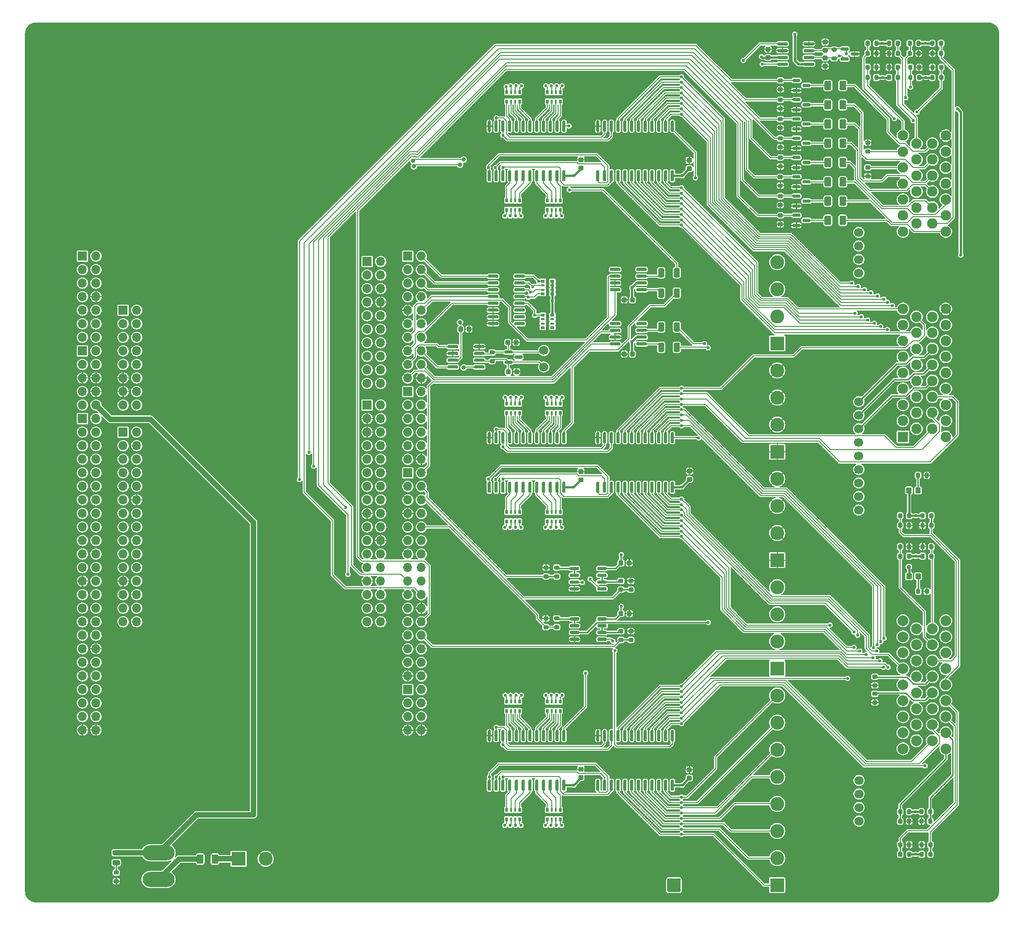
<source format=gtl>
G75*
G70*
%OFA0B0*%
%FSLAX25Y25*%
%IPPOS*%
%LPD*%
%AMOC8*
5,1,8,0,0,1.08239X$1,22.5*
%
%ADD10C,0.03150*%
%ADD11C,0.25197*%
%ADD12R,0.07677X0.07677*%
%ADD13C,0.07677*%
%ADD14R,0.06693X0.06693*%
%ADD15O,0.06693X0.06693*%
%ADD16R,0.10236X0.10236*%
%ADD17C,0.10236*%
%ADD18C,0.06693*%
%ADD19O,0.23622X0.11024*%
%ADD20R,0.01969X0.03150*%
%ADD21R,0.01575X0.03150*%
%ADD22R,0.03150X0.01969*%
%ADD23R,0.03150X0.01575*%
%ADD24C,0.07874*%
%ADD25C,0.02362*%
%ADD26C,0.00984*%
%ADD27C,0.01575*%
%ADD28C,0.03937*%
%ADD29C,0.00787*%
X0000000Y0000000D02*
%LPD*%
G01*
D10*
X0309449Y0013780D03*
X0312216Y0020461D03*
X0312216Y0007098D03*
X0318898Y0023228D03*
D11*
X0318898Y0013780D03*
D10*
X0318898Y0004331D03*
X0325579Y0020461D03*
X0325579Y0007098D03*
X0328346Y0013780D03*
G36*
G01*
X0653642Y0060925D02*
X0653642Y0058760D01*
G75*
G02*
X0652854Y0057972I-000787J0000000D01*
G01*
X0651280Y0057972D01*
G75*
G02*
X0650492Y0058760I0000000J0000787D01*
G01*
X0650492Y0060925D01*
G75*
G02*
X0651280Y0061713I0000787J0000000D01*
G01*
X0652854Y0061713D01*
G75*
G02*
X0653642Y0060925I0000000J-000787D01*
G01*
G37*
G36*
G01*
X0647146Y0060925D02*
X0647146Y0058760D01*
G75*
G02*
X0646358Y0057972I-000787J0000000D01*
G01*
X0644783Y0057972D01*
G75*
G02*
X0643996Y0058760I0000000J0000787D01*
G01*
X0643996Y0060925D01*
G75*
G02*
X0644783Y0061713I0000787J0000000D01*
G01*
X0646358Y0061713D01*
G75*
G02*
X0647146Y0060925I0000000J-000787D01*
G01*
G37*
G36*
G01*
X0589665Y0600689D02*
X0589665Y0605610D01*
G75*
G02*
X0590650Y0606594I0000984J0000000D01*
G01*
X0593602Y0606594D01*
G75*
G02*
X0594587Y0605610I0000000J-000984D01*
G01*
X0594587Y0600689D01*
G75*
G02*
X0593602Y0599705I-000984J0000000D01*
G01*
X0590650Y0599705D01*
G75*
G02*
X0589665Y0600689I0000000J0000984D01*
G01*
G37*
G36*
G01*
X0600689Y0600689D02*
X0600689Y0605610D01*
G75*
G02*
X0601673Y0606594I0000984J0000000D01*
G01*
X0604626Y0606594D01*
G75*
G02*
X0605610Y0605610I0000000J-000984D01*
G01*
X0605610Y0600689D01*
G75*
G02*
X0604626Y0599705I-000984J0000000D01*
G01*
X0601673Y0599705D01*
G75*
G02*
X0600689Y0600689I0000000J0000984D01*
G01*
G37*
D12*
X0647638Y0343701D03*
D13*
X0647638Y0355512D03*
X0647638Y0367323D03*
X0647638Y0379134D03*
X0647638Y0390945D03*
X0647638Y0402756D03*
X0647638Y0414567D03*
X0647638Y0426378D03*
X0647638Y0438189D03*
X0657480Y0349606D03*
X0657480Y0361417D03*
X0657480Y0373228D03*
X0657480Y0385039D03*
X0657480Y0396850D03*
X0657480Y0408661D03*
X0657480Y0420472D03*
X0657480Y0432283D03*
X0669291Y0349606D03*
X0669291Y0361417D03*
X0669291Y0373228D03*
X0669291Y0385039D03*
X0669291Y0396850D03*
X0669291Y0408661D03*
X0669291Y0420472D03*
X0669291Y0432283D03*
X0679134Y0343701D03*
X0679134Y0355512D03*
X0679134Y0367323D03*
X0679134Y0379134D03*
X0679134Y0390945D03*
X0679134Y0402756D03*
X0679134Y0414567D03*
X0679134Y0426378D03*
X0679134Y0438189D03*
X0647638Y0495276D03*
X0647638Y0507087D03*
X0647638Y0518898D03*
X0647638Y0530709D03*
X0647638Y0542520D03*
X0647638Y0554331D03*
X0647638Y0566142D03*
X0657480Y0501181D03*
X0657480Y0512992D03*
X0657480Y0524803D03*
X0657480Y0536614D03*
X0657480Y0548425D03*
X0657480Y0560236D03*
X0669291Y0501181D03*
X0669291Y0512992D03*
X0669291Y0524803D03*
X0669291Y0536614D03*
X0669291Y0548425D03*
X0669291Y0560236D03*
X0679134Y0495276D03*
X0679134Y0507087D03*
X0679134Y0518898D03*
X0679134Y0530709D03*
X0679134Y0542520D03*
X0679134Y0554331D03*
X0679134Y0566142D03*
G36*
G01*
X0677362Y0617618D02*
X0677362Y0615453D01*
G75*
G02*
X0676575Y0614665I-000787J0000000D01*
G01*
X0675000Y0614665D01*
G75*
G02*
X0674213Y0615453I0000000J0000787D01*
G01*
X0674213Y0617618D01*
G75*
G02*
X0675000Y0618406I0000787J0000000D01*
G01*
X0676575Y0618406D01*
G75*
G02*
X0677362Y0617618I0000000J-000787D01*
G01*
G37*
G36*
G01*
X0670866Y0617618D02*
X0670866Y0615453D01*
G75*
G02*
X0670079Y0614665I-000787J0000000D01*
G01*
X0668504Y0614665D01*
G75*
G02*
X0667717Y0615453I0000000J0000787D01*
G01*
X0667717Y0617618D01*
G75*
G02*
X0668504Y0618406I0000787J0000000D01*
G01*
X0670079Y0618406D01*
G75*
G02*
X0670866Y0617618I0000000J-000787D01*
G01*
G37*
D14*
X0252323Y0473165D03*
D15*
X0262323Y0473165D03*
X0252323Y0463165D03*
X0262323Y0463165D03*
X0252323Y0453165D03*
X0262323Y0453165D03*
X0252323Y0443165D03*
X0262323Y0443165D03*
X0252323Y0433165D03*
X0262323Y0433165D03*
X0252323Y0423165D03*
X0262323Y0423165D03*
X0252323Y0413165D03*
X0262323Y0413165D03*
X0252323Y0403165D03*
X0262323Y0403165D03*
X0252323Y0393165D03*
X0262323Y0393165D03*
X0252323Y0383165D03*
X0262323Y0383165D03*
G36*
G01*
X0627953Y0158563D02*
X0625787Y0158563D01*
G75*
G02*
X0625000Y0159350I0000000J0000787D01*
G01*
X0625000Y0160925D01*
G75*
G02*
X0625787Y0161713I0000787J0000000D01*
G01*
X0627953Y0161713D01*
G75*
G02*
X0628740Y0160925I0000000J-000787D01*
G01*
X0628740Y0159350D01*
G75*
G02*
X0627953Y0158563I-000787J0000000D01*
G01*
G37*
G36*
G01*
X0627953Y0165059D02*
X0625787Y0165059D01*
G75*
G02*
X0625000Y0165846I0000000J0000787D01*
G01*
X0625000Y0167421D01*
G75*
G02*
X0625787Y0168209I0000787J0000000D01*
G01*
X0627953Y0168209D01*
G75*
G02*
X0628740Y0167421I0000000J-000787D01*
G01*
X0628740Y0165846D01*
G75*
G02*
X0627953Y0165059I-000787J0000000D01*
G01*
G37*
D14*
X0042323Y0357165D03*
D15*
X0052323Y0357165D03*
X0042323Y0347165D03*
X0052323Y0347165D03*
X0042323Y0337165D03*
X0052323Y0337165D03*
X0042323Y0327165D03*
X0052323Y0327165D03*
X0042323Y0317165D03*
X0052323Y0317165D03*
X0042323Y0307165D03*
X0052323Y0307165D03*
X0042323Y0297165D03*
X0052323Y0297165D03*
X0042323Y0287165D03*
X0052323Y0287165D03*
X0042323Y0277165D03*
X0052323Y0277165D03*
X0042323Y0267165D03*
X0052323Y0267165D03*
X0042323Y0257165D03*
X0052323Y0257165D03*
X0042323Y0247165D03*
X0052323Y0247165D03*
X0042323Y0237165D03*
X0052323Y0237165D03*
X0042323Y0227165D03*
X0052323Y0227165D03*
X0042323Y0217165D03*
X0052323Y0217165D03*
X0042323Y0207165D03*
X0052323Y0207165D03*
X0042323Y0197165D03*
X0052323Y0197165D03*
X0042323Y0187165D03*
X0052323Y0187165D03*
X0042323Y0177165D03*
X0052323Y0177165D03*
X0042323Y0167165D03*
X0052323Y0167165D03*
X0042323Y0157165D03*
X0052323Y0157165D03*
X0042323Y0147165D03*
X0052323Y0147165D03*
X0042323Y0137165D03*
X0052323Y0137165D03*
X0042323Y0127165D03*
X0052323Y0127165D03*
D16*
X0554823Y0252677D03*
D17*
X0554823Y0272677D03*
X0554823Y0292677D03*
X0554823Y0312677D03*
G36*
G01*
X0354331Y0412421D02*
X0354331Y0414390D01*
G75*
G02*
X0355217Y0415276I0000886J0000000D01*
G01*
X0356988Y0415276D01*
G75*
G02*
X0357874Y0414390I0000000J-000886D01*
G01*
X0357874Y0412421D01*
G75*
G02*
X0356988Y0411535I-000886J0000000D01*
G01*
X0355217Y0411535D01*
G75*
G02*
X0354331Y0412421I0000000J0000886D01*
G01*
G37*
G36*
G01*
X0360433Y0412421D02*
X0360433Y0414390D01*
G75*
G02*
X0361319Y0415276I0000886J0000000D01*
G01*
X0363091Y0415276D01*
G75*
G02*
X0363976Y0414390I0000000J-000886D01*
G01*
X0363976Y0412421D01*
G75*
G02*
X0363091Y0411535I-000886J0000000D01*
G01*
X0361319Y0411535D01*
G75*
G02*
X0360433Y0412421I0000000J0000886D01*
G01*
G37*
G36*
G01*
X0566093Y0577840D02*
X0566093Y0579021D01*
G75*
G02*
X0566683Y0579612I0000591J0000000D01*
G01*
X0571309Y0579612D01*
G75*
G02*
X0571900Y0579021I0000000J-000591D01*
G01*
X0571900Y0577840D01*
G75*
G02*
X0571309Y0577250I-000591J0000000D01*
G01*
X0566683Y0577250D01*
G75*
G02*
X0566093Y0577840I0000000J0000591D01*
G01*
G37*
G36*
G01*
X0573474Y0574100D02*
X0573474Y0575281D01*
G75*
G02*
X0574065Y0575872I0000591J0000000D01*
G01*
X0578691Y0575872D01*
G75*
G02*
X0579281Y0575281I0000000J-000591D01*
G01*
X0579281Y0574100D01*
G75*
G02*
X0578691Y0573510I-000591J0000000D01*
G01*
X0574065Y0573510D01*
G75*
G02*
X0573474Y0574100I0000000J0000591D01*
G01*
G37*
G36*
G01*
X0566093Y0570360D02*
X0566093Y0571541D01*
G75*
G02*
X0566683Y0572132I0000591J0000000D01*
G01*
X0571309Y0572132D01*
G75*
G02*
X0571900Y0571541I0000000J-000591D01*
G01*
X0571900Y0570360D01*
G75*
G02*
X0571309Y0569769I-000591J0000000D01*
G01*
X0566683Y0569769D01*
G75*
G02*
X0566093Y0570360I0000000J0000591D01*
G01*
G37*
D18*
X0382677Y0395276D03*
G36*
G01*
X0069119Y0027313D02*
X0065527Y0027313D01*
G75*
G02*
X0064567Y0028273I0000000J0000960D01*
G01*
X0064567Y0030192D01*
G75*
G02*
X0065527Y0031152I0000960J0000000D01*
G01*
X0069119Y0031152D01*
G75*
G02*
X0070079Y0030192I0000000J-000960D01*
G01*
X0070079Y0028273D01*
G75*
G02*
X0069119Y0027313I-000960J0000000D01*
G01*
G37*
G36*
G01*
X0069119Y0034695D02*
X0065527Y0034695D01*
G75*
G02*
X0064567Y0035655I0000000J0000960D01*
G01*
X0064567Y0037574D01*
G75*
G02*
X0065527Y0038533I0000960J0000000D01*
G01*
X0069119Y0038533D01*
G75*
G02*
X0070079Y0037574I0000000J-000960D01*
G01*
X0070079Y0035655D01*
G75*
G02*
X0069119Y0034695I-000960J0000000D01*
G01*
G37*
G36*
G01*
X0653642Y0036516D02*
X0653642Y0034350D01*
G75*
G02*
X0652854Y0033563I-000787J0000000D01*
G01*
X0651280Y0033563D01*
G75*
G02*
X0650492Y0034350I0000000J0000787D01*
G01*
X0650492Y0036516D01*
G75*
G02*
X0651280Y0037303I0000787J0000000D01*
G01*
X0652854Y0037303D01*
G75*
G02*
X0653642Y0036516I0000000J-000787D01*
G01*
G37*
G36*
G01*
X0647146Y0036516D02*
X0647146Y0034350D01*
G75*
G02*
X0646358Y0033563I-000787J0000000D01*
G01*
X0644783Y0033563D01*
G75*
G02*
X0643996Y0034350I0000000J0000787D01*
G01*
X0643996Y0036516D01*
G75*
G02*
X0644783Y0037303I0000787J0000000D01*
G01*
X0646358Y0037303D01*
G75*
G02*
X0647146Y0036516I0000000J-000787D01*
G01*
G37*
G36*
G01*
X0635728Y0633169D02*
X0635728Y0635335D01*
G75*
G02*
X0636516Y0636122I0000787J0000000D01*
G01*
X0638091Y0636122D01*
G75*
G02*
X0638878Y0635335I0000000J-000787D01*
G01*
X0638878Y0633169D01*
G75*
G02*
X0638091Y0632382I-000787J0000000D01*
G01*
X0636516Y0632382D01*
G75*
G02*
X0635728Y0633169I0000000J0000787D01*
G01*
G37*
G36*
G01*
X0642224Y0633169D02*
X0642224Y0635335D01*
G75*
G02*
X0643012Y0636122I0000787J0000000D01*
G01*
X0644587Y0636122D01*
G75*
G02*
X0645374Y0635335I0000000J-000787D01*
G01*
X0645374Y0633169D01*
G75*
G02*
X0644587Y0632382I-000787J0000000D01*
G01*
X0643012Y0632382D01*
G75*
G02*
X0642224Y0633169I0000000J0000787D01*
G01*
G37*
D19*
X0098425Y0016929D03*
X0098425Y0036614D03*
G36*
G01*
X0589665Y0543771D02*
X0589665Y0548692D01*
G75*
G02*
X0590650Y0549677I0000984J0000000D01*
G01*
X0593602Y0549677D01*
G75*
G02*
X0594587Y0548692I0000000J-000984D01*
G01*
X0594587Y0543771D01*
G75*
G02*
X0593602Y0542787I-000984J0000000D01*
G01*
X0590650Y0542787D01*
G75*
G02*
X0589665Y0543771I0000000J0000984D01*
G01*
G37*
G36*
G01*
X0600689Y0543771D02*
X0600689Y0548692D01*
G75*
G02*
X0601673Y0549677I0000984J0000000D01*
G01*
X0604626Y0549677D01*
G75*
G02*
X0605610Y0548692I0000000J-000984D01*
G01*
X0605610Y0543771D01*
G75*
G02*
X0604626Y0542787I-000984J0000000D01*
G01*
X0601673Y0542787D01*
G75*
G02*
X0600689Y0543771I0000000J0000984D01*
G01*
G37*
G36*
G01*
X0547047Y0631594D02*
X0549016Y0631594D01*
G75*
G02*
X0549902Y0630709I0000000J-000886D01*
G01*
X0549902Y0628937D01*
G75*
G02*
X0549016Y0628051I-000886J0000000D01*
G01*
X0547047Y0628051D01*
G75*
G02*
X0546161Y0628937I0000000J0000886D01*
G01*
X0546161Y0630709D01*
G75*
G02*
X0547047Y0631594I0000886J0000000D01*
G01*
G37*
G36*
G01*
X0547047Y0625492D02*
X0549016Y0625492D01*
G75*
G02*
X0549902Y0624606I0000000J-000886D01*
G01*
X0549902Y0622835D01*
G75*
G02*
X0549016Y0621949I-000886J0000000D01*
G01*
X0547047Y0621949D01*
G75*
G02*
X0546161Y0622835I0000000J0000886D01*
G01*
X0546161Y0624606D01*
G75*
G02*
X0547047Y0625492I0000886J0000000D01*
G01*
G37*
D16*
X0157500Y0032146D03*
D17*
X0177500Y0032146D03*
G36*
G01*
X0482972Y0467264D02*
X0482972Y0462343D01*
G75*
G02*
X0481988Y0461358I-000984J0000000D01*
G01*
X0479528Y0461358D01*
G75*
G02*
X0478543Y0462343I0000000J0000984D01*
G01*
X0478543Y0467264D01*
G75*
G02*
X0479528Y0468248I0000984J0000000D01*
G01*
X0481988Y0468248D01*
G75*
G02*
X0482972Y0467264I0000000J-000984D01*
G01*
G37*
G36*
G01*
X0471457Y0467264D02*
X0471457Y0462343D01*
G75*
G02*
X0470472Y0461358I-000984J0000000D01*
G01*
X0468012Y0461358D01*
G75*
G02*
X0467028Y0462343I0000000J0000984D01*
G01*
X0467028Y0467264D01*
G75*
G02*
X0468012Y0468248I0000984J0000000D01*
G01*
X0470472Y0468248D01*
G75*
G02*
X0471457Y0467264I0000000J-000984D01*
G01*
G37*
D20*
X0355276Y0061260D03*
D21*
X0358425Y0061260D03*
X0361575Y0061260D03*
D20*
X0364724Y0061260D03*
X0364724Y0068346D03*
D21*
X0361575Y0068346D03*
X0358425Y0068346D03*
D20*
X0355276Y0068346D03*
G36*
G01*
X0449823Y0445787D02*
X0449823Y0443819D01*
G75*
G02*
X0448937Y0442933I-000886J0000000D01*
G01*
X0447165Y0442933D01*
G75*
G02*
X0446280Y0443819I0000000J0000886D01*
G01*
X0446280Y0445787D01*
G75*
G02*
X0447165Y0446673I0000886J0000000D01*
G01*
X0448937Y0446673D01*
G75*
G02*
X0449823Y0445787I0000000J-000886D01*
G01*
G37*
G36*
G01*
X0443720Y0445787D02*
X0443720Y0443819D01*
G75*
G02*
X0442835Y0442933I-000886J0000000D01*
G01*
X0441063Y0442933D01*
G75*
G02*
X0440177Y0443819I0000000J0000886D01*
G01*
X0440177Y0445787D01*
G75*
G02*
X0441063Y0446673I0000886J0000000D01*
G01*
X0442835Y0446673D01*
G75*
G02*
X0443720Y0445787I0000000J-000886D01*
G01*
G37*
X0364724Y0148346D03*
D21*
X0361575Y0148346D03*
X0358425Y0148346D03*
D20*
X0355276Y0148346D03*
X0355276Y0141260D03*
D21*
X0358425Y0141260D03*
X0361575Y0141260D03*
D20*
X0364724Y0141260D03*
D18*
X0615000Y0494646D03*
X0382677Y0407480D03*
G36*
G01*
X0329232Y0424213D02*
X0329232Y0422244D01*
G75*
G02*
X0328346Y0421358I-000886J0000000D01*
G01*
X0326575Y0421358D01*
G75*
G02*
X0325689Y0422244I0000000J0000886D01*
G01*
X0325689Y0424213D01*
G75*
G02*
X0326575Y0425098I0000886J0000000D01*
G01*
X0328346Y0425098D01*
G75*
G02*
X0329232Y0424213I0000000J-000886D01*
G01*
G37*
G36*
G01*
X0323130Y0424213D02*
X0323130Y0422244D01*
G75*
G02*
X0322244Y0421358I-000886J0000000D01*
G01*
X0320472Y0421358D01*
G75*
G02*
X0319587Y0422244I0000000J0000886D01*
G01*
X0319587Y0424213D01*
G75*
G02*
X0320472Y0425098I0000886J0000000D01*
G01*
X0322244Y0425098D01*
G75*
G02*
X0323130Y0424213I0000000J-000886D01*
G01*
G37*
X0615000Y0359646D03*
G36*
G01*
X0482972Y0412264D02*
X0482972Y0407343D01*
G75*
G02*
X0481988Y0406358I-000984J0000000D01*
G01*
X0479528Y0406358D01*
G75*
G02*
X0478543Y0407343I0000000J0000984D01*
G01*
X0478543Y0412264D01*
G75*
G02*
X0479528Y0413248I0000984J0000000D01*
G01*
X0481988Y0413248D01*
G75*
G02*
X0482972Y0412264I0000000J-000984D01*
G01*
G37*
G36*
G01*
X0471457Y0412264D02*
X0471457Y0407343D01*
G75*
G02*
X0470472Y0406358I-000984J0000000D01*
G01*
X0468012Y0406358D01*
G75*
G02*
X0467028Y0407343I0000000J0000984D01*
G01*
X0467028Y0412264D01*
G75*
G02*
X0468012Y0413248I0000984J0000000D01*
G01*
X0470472Y0413248D01*
G75*
G02*
X0471457Y0412264I0000000J-000984D01*
G01*
G37*
G36*
G01*
X0311713Y0409685D02*
X0311713Y0410866D01*
G75*
G02*
X0312303Y0411457I0000591J0000000D01*
G01*
X0318799Y0411457D01*
G75*
G02*
X0319390Y0410866I0000000J-000591D01*
G01*
X0319390Y0409685D01*
G75*
G02*
X0318799Y0409094I-000591J0000000D01*
G01*
X0312303Y0409094D01*
G75*
G02*
X0311713Y0409685I0000000J0000591D01*
G01*
G37*
G36*
G01*
X0311713Y0404685D02*
X0311713Y0405866D01*
G75*
G02*
X0312303Y0406457I0000591J0000000D01*
G01*
X0318799Y0406457D01*
G75*
G02*
X0319390Y0405866I0000000J-000591D01*
G01*
X0319390Y0404685D01*
G75*
G02*
X0318799Y0404094I-000591J0000000D01*
G01*
X0312303Y0404094D01*
G75*
G02*
X0311713Y0404685I0000000J0000591D01*
G01*
G37*
G36*
G01*
X0311713Y0399685D02*
X0311713Y0400866D01*
G75*
G02*
X0312303Y0401457I0000591J0000000D01*
G01*
X0318799Y0401457D01*
G75*
G02*
X0319390Y0400866I0000000J-000591D01*
G01*
X0319390Y0399685D01*
G75*
G02*
X0318799Y0399094I-000591J0000000D01*
G01*
X0312303Y0399094D01*
G75*
G02*
X0311713Y0399685I0000000J0000591D01*
G01*
G37*
G36*
G01*
X0311713Y0394685D02*
X0311713Y0395866D01*
G75*
G02*
X0312303Y0396457I0000591J0000000D01*
G01*
X0318799Y0396457D01*
G75*
G02*
X0319390Y0395866I0000000J-000591D01*
G01*
X0319390Y0394685D01*
G75*
G02*
X0318799Y0394094I-000591J0000000D01*
G01*
X0312303Y0394094D01*
G75*
G02*
X0311713Y0394685I0000000J0000591D01*
G01*
G37*
G36*
G01*
X0331201Y0394685D02*
X0331201Y0395866D01*
G75*
G02*
X0331791Y0396457I0000591J0000000D01*
G01*
X0338287Y0396457D01*
G75*
G02*
X0338878Y0395866I0000000J-000591D01*
G01*
X0338878Y0394685D01*
G75*
G02*
X0338287Y0394094I-000591J0000000D01*
G01*
X0331791Y0394094D01*
G75*
G02*
X0331201Y0394685I0000000J0000591D01*
G01*
G37*
G36*
G01*
X0331201Y0399685D02*
X0331201Y0400866D01*
G75*
G02*
X0331791Y0401457I0000591J0000000D01*
G01*
X0338287Y0401457D01*
G75*
G02*
X0338878Y0400866I0000000J-000591D01*
G01*
X0338878Y0399685D01*
G75*
G02*
X0338287Y0399094I-000591J0000000D01*
G01*
X0331791Y0399094D01*
G75*
G02*
X0331201Y0399685I0000000J0000591D01*
G01*
G37*
G36*
G01*
X0331201Y0404685D02*
X0331201Y0405866D01*
G75*
G02*
X0331791Y0406457I0000591J0000000D01*
G01*
X0338287Y0406457D01*
G75*
G02*
X0338878Y0405866I0000000J-000591D01*
G01*
X0338878Y0404685D01*
G75*
G02*
X0338287Y0404094I-000591J0000000D01*
G01*
X0331791Y0404094D01*
G75*
G02*
X0331201Y0404685I0000000J0000591D01*
G01*
G37*
G36*
G01*
X0331201Y0409685D02*
X0331201Y0410866D01*
G75*
G02*
X0331791Y0411457I0000591J0000000D01*
G01*
X0338287Y0411457D01*
G75*
G02*
X0338878Y0410866I0000000J-000591D01*
G01*
X0338878Y0409685D01*
G75*
G02*
X0338287Y0409094I-000591J0000000D01*
G01*
X0331791Y0409094D01*
G75*
G02*
X0331201Y0409685I0000000J0000591D01*
G01*
G37*
G36*
G01*
X0670079Y0279429D02*
X0670079Y0277264D01*
G75*
G02*
X0669291Y0276476I-000787J0000000D01*
G01*
X0667717Y0276476D01*
G75*
G02*
X0666929Y0277264I0000000J0000787D01*
G01*
X0666929Y0279429D01*
G75*
G02*
X0667717Y0280217I0000787J0000000D01*
G01*
X0669291Y0280217D01*
G75*
G02*
X0670079Y0279429I0000000J-000787D01*
G01*
G37*
G36*
G01*
X0663583Y0279429D02*
X0663583Y0277264D01*
G75*
G02*
X0662795Y0276476I-000787J0000000D01*
G01*
X0661220Y0276476D01*
G75*
G02*
X0660433Y0277264I0000000J0000787D01*
G01*
X0660433Y0279429D01*
G75*
G02*
X0661220Y0280217I0000787J0000000D01*
G01*
X0662795Y0280217D01*
G75*
G02*
X0663583Y0279429I0000000J-000787D01*
G01*
G37*
D14*
X0072323Y0347165D03*
D15*
X0082323Y0347165D03*
X0072323Y0337165D03*
X0082323Y0337165D03*
X0072323Y0327165D03*
X0082323Y0327165D03*
X0072323Y0317165D03*
X0082323Y0317165D03*
X0072323Y0307165D03*
X0082323Y0307165D03*
X0072323Y0297165D03*
X0082323Y0297165D03*
X0072323Y0287165D03*
X0082323Y0287165D03*
X0072323Y0277165D03*
X0082323Y0277165D03*
X0072323Y0267165D03*
X0082323Y0267165D03*
X0072323Y0257165D03*
X0082323Y0257165D03*
X0072323Y0247165D03*
X0082323Y0247165D03*
X0072323Y0237165D03*
X0082323Y0237165D03*
X0072323Y0227165D03*
X0082323Y0227165D03*
X0072323Y0217165D03*
X0082323Y0217165D03*
X0072323Y0207165D03*
X0082323Y0207165D03*
D18*
X0615000Y0319646D03*
G36*
G01*
X0401772Y0245886D02*
X0401772Y0247067D01*
G75*
G02*
X0402362Y0247657I0000591J0000000D01*
G01*
X0408071Y0247657D01*
G75*
G02*
X0408661Y0247067I0000000J-000591D01*
G01*
X0408661Y0245886D01*
G75*
G02*
X0408071Y0245295I-000591J0000000D01*
G01*
X0402362Y0245295D01*
G75*
G02*
X0401772Y0245886I0000000J0000591D01*
G01*
G37*
G36*
G01*
X0401772Y0240886D02*
X0401772Y0242067D01*
G75*
G02*
X0402362Y0242657I0000591J0000000D01*
G01*
X0408071Y0242657D01*
G75*
G02*
X0408661Y0242067I0000000J-000591D01*
G01*
X0408661Y0240886D01*
G75*
G02*
X0408071Y0240295I-000591J0000000D01*
G01*
X0402362Y0240295D01*
G75*
G02*
X0401772Y0240886I0000000J0000591D01*
G01*
G37*
G36*
G01*
X0401772Y0235886D02*
X0401772Y0237067D01*
G75*
G02*
X0402362Y0237657I0000591J0000000D01*
G01*
X0408071Y0237657D01*
G75*
G02*
X0408661Y0237067I0000000J-000591D01*
G01*
X0408661Y0235886D01*
G75*
G02*
X0408071Y0235295I-000591J0000000D01*
G01*
X0402362Y0235295D01*
G75*
G02*
X0401772Y0235886I0000000J0000591D01*
G01*
G37*
G36*
G01*
X0401772Y0230886D02*
X0401772Y0232067D01*
G75*
G02*
X0402362Y0232657I0000591J0000000D01*
G01*
X0408071Y0232657D01*
G75*
G02*
X0408661Y0232067I0000000J-000591D01*
G01*
X0408661Y0230886D01*
G75*
G02*
X0408071Y0230295I-000591J0000000D01*
G01*
X0402362Y0230295D01*
G75*
G02*
X0401772Y0230886I0000000J0000591D01*
G01*
G37*
G36*
G01*
X0422047Y0230886D02*
X0422047Y0232067D01*
G75*
G02*
X0422638Y0232657I0000591J0000000D01*
G01*
X0428346Y0232657D01*
G75*
G02*
X0428937Y0232067I0000000J-000591D01*
G01*
X0428937Y0230886D01*
G75*
G02*
X0428346Y0230295I-000591J0000000D01*
G01*
X0422638Y0230295D01*
G75*
G02*
X0422047Y0230886I0000000J0000591D01*
G01*
G37*
G36*
G01*
X0422047Y0235886D02*
X0422047Y0237067D01*
G75*
G02*
X0422638Y0237657I0000591J0000000D01*
G01*
X0428346Y0237657D01*
G75*
G02*
X0428937Y0237067I0000000J-000591D01*
G01*
X0428937Y0235886D01*
G75*
G02*
X0428346Y0235295I-000591J0000000D01*
G01*
X0422638Y0235295D01*
G75*
G02*
X0422047Y0235886I0000000J0000591D01*
G01*
G37*
G36*
G01*
X0422047Y0240886D02*
X0422047Y0242067D01*
G75*
G02*
X0422638Y0242657I0000591J0000000D01*
G01*
X0428346Y0242657D01*
G75*
G02*
X0428937Y0242067I0000000J-000591D01*
G01*
X0428937Y0240886D01*
G75*
G02*
X0428346Y0240295I-000591J0000000D01*
G01*
X0422638Y0240295D01*
G75*
G02*
X0422047Y0240886I0000000J0000591D01*
G01*
G37*
G36*
G01*
X0422047Y0245886D02*
X0422047Y0247067D01*
G75*
G02*
X0422638Y0247657I0000591J0000000D01*
G01*
X0428346Y0247657D01*
G75*
G02*
X0428937Y0247067I0000000J-000591D01*
G01*
X0428937Y0245886D01*
G75*
G02*
X0428346Y0245295I-000591J0000000D01*
G01*
X0422638Y0245295D01*
G75*
G02*
X0422047Y0245886I0000000J0000591D01*
G01*
G37*
G36*
G01*
X0601673Y0629528D02*
X0601673Y0630709D01*
G75*
G02*
X0602264Y0631299I0000591J0000000D01*
G01*
X0606890Y0631299D01*
G75*
G02*
X0607480Y0630709I0000000J-000591D01*
G01*
X0607480Y0629528D01*
G75*
G02*
X0606890Y0628937I-000591J0000000D01*
G01*
X0602264Y0628937D01*
G75*
G02*
X0601673Y0629528I0000000J0000591D01*
G01*
G37*
G36*
G01*
X0601673Y0622047D02*
X0601673Y0623228D01*
G75*
G02*
X0602264Y0623819I0000591J0000000D01*
G01*
X0606890Y0623819D01*
G75*
G02*
X0607480Y0623228I0000000J-000591D01*
G01*
X0607480Y0622047D01*
G75*
G02*
X0606890Y0621457I-000591J0000000D01*
G01*
X0602264Y0621457D01*
G75*
G02*
X0601673Y0622047I0000000J0000591D01*
G01*
G37*
G36*
G01*
X0609055Y0625787D02*
X0609055Y0626969D01*
G75*
G02*
X0609646Y0627559I0000591J0000000D01*
G01*
X0614272Y0627559D01*
G75*
G02*
X0614862Y0626969I0000000J-000591D01*
G01*
X0614862Y0625787D01*
G75*
G02*
X0614272Y0625197I-000591J0000000D01*
G01*
X0609646Y0625197D01*
G75*
G02*
X0609055Y0625787I0000000J0000591D01*
G01*
G37*
X0615000Y0299646D03*
D14*
X0282323Y0317087D03*
D15*
X0292323Y0317087D03*
X0282323Y0307087D03*
X0292323Y0307087D03*
X0282323Y0297087D03*
X0292323Y0297087D03*
X0282323Y0287087D03*
X0292323Y0287087D03*
X0282323Y0277087D03*
X0292323Y0277087D03*
X0282323Y0267087D03*
X0292323Y0267087D03*
X0282323Y0257087D03*
X0292323Y0257087D03*
X0282323Y0247087D03*
X0292323Y0247087D03*
X0282323Y0237087D03*
X0292323Y0237087D03*
X0282323Y0227087D03*
X0292323Y0227087D03*
X0282323Y0217087D03*
X0292323Y0217087D03*
X0282323Y0207087D03*
X0292323Y0207087D03*
X0282323Y0197087D03*
X0292323Y0197087D03*
X0282323Y0187087D03*
X0292323Y0187087D03*
X0282323Y0177087D03*
X0292323Y0177087D03*
X0282323Y0167087D03*
X0292323Y0167087D03*
G36*
G01*
X0401850Y0208642D02*
X0401850Y0209823D01*
G75*
G02*
X0402441Y0210413I0000591J0000000D01*
G01*
X0408150Y0210413D01*
G75*
G02*
X0408740Y0209823I0000000J-000591D01*
G01*
X0408740Y0208642D01*
G75*
G02*
X0408150Y0208051I-000591J0000000D01*
G01*
X0402441Y0208051D01*
G75*
G02*
X0401850Y0208642I0000000J0000591D01*
G01*
G37*
G36*
G01*
X0401850Y0203642D02*
X0401850Y0204823D01*
G75*
G02*
X0402441Y0205413I0000591J0000000D01*
G01*
X0408150Y0205413D01*
G75*
G02*
X0408740Y0204823I0000000J-000591D01*
G01*
X0408740Y0203642D01*
G75*
G02*
X0408150Y0203051I-000591J0000000D01*
G01*
X0402441Y0203051D01*
G75*
G02*
X0401850Y0203642I0000000J0000591D01*
G01*
G37*
G36*
G01*
X0401850Y0198642D02*
X0401850Y0199823D01*
G75*
G02*
X0402441Y0200413I0000591J0000000D01*
G01*
X0408150Y0200413D01*
G75*
G02*
X0408740Y0199823I0000000J-000591D01*
G01*
X0408740Y0198642D01*
G75*
G02*
X0408150Y0198051I-000591J0000000D01*
G01*
X0402441Y0198051D01*
G75*
G02*
X0401850Y0198642I0000000J0000591D01*
G01*
G37*
G36*
G01*
X0401850Y0193642D02*
X0401850Y0194823D01*
G75*
G02*
X0402441Y0195413I0000591J0000000D01*
G01*
X0408150Y0195413D01*
G75*
G02*
X0408740Y0194823I0000000J-000591D01*
G01*
X0408740Y0193642D01*
G75*
G02*
X0408150Y0193051I-000591J0000000D01*
G01*
X0402441Y0193051D01*
G75*
G02*
X0401850Y0193642I0000000J0000591D01*
G01*
G37*
G36*
G01*
X0422126Y0193642D02*
X0422126Y0194823D01*
G75*
G02*
X0422717Y0195413I0000591J0000000D01*
G01*
X0428425Y0195413D01*
G75*
G02*
X0429016Y0194823I0000000J-000591D01*
G01*
X0429016Y0193642D01*
G75*
G02*
X0428425Y0193051I-000591J0000000D01*
G01*
X0422717Y0193051D01*
G75*
G02*
X0422126Y0193642I0000000J0000591D01*
G01*
G37*
G36*
G01*
X0422126Y0198642D02*
X0422126Y0199823D01*
G75*
G02*
X0422717Y0200413I0000591J0000000D01*
G01*
X0428425Y0200413D01*
G75*
G02*
X0429016Y0199823I0000000J-000591D01*
G01*
X0429016Y0198642D01*
G75*
G02*
X0428425Y0198051I-000591J0000000D01*
G01*
X0422717Y0198051D01*
G75*
G02*
X0422126Y0198642I0000000J0000591D01*
G01*
G37*
G36*
G01*
X0422126Y0203642D02*
X0422126Y0204823D01*
G75*
G02*
X0422717Y0205413I0000591J0000000D01*
G01*
X0428425Y0205413D01*
G75*
G02*
X0429016Y0204823I0000000J-000591D01*
G01*
X0429016Y0203642D01*
G75*
G02*
X0428425Y0203051I-000591J0000000D01*
G01*
X0422717Y0203051D01*
G75*
G02*
X0422126Y0203642I0000000J0000591D01*
G01*
G37*
G36*
G01*
X0422126Y0208642D02*
X0422126Y0209823D01*
G75*
G02*
X0422717Y0210413I0000591J0000000D01*
G01*
X0428425Y0210413D01*
G75*
G02*
X0429016Y0209823I0000000J-000591D01*
G01*
X0429016Y0208642D01*
G75*
G02*
X0428425Y0208051I-000591J0000000D01*
G01*
X0422717Y0208051D01*
G75*
G02*
X0422126Y0208642I0000000J0000591D01*
G01*
G37*
G36*
G01*
X0126673Y0029429D02*
X0126673Y0034350D01*
G75*
G02*
X0127657Y0035335I0000984J0000000D01*
G01*
X0130610Y0035335D01*
G75*
G02*
X0131594Y0034350I0000000J-000984D01*
G01*
X0131594Y0029429D01*
G75*
G02*
X0130610Y0028445I-000984J0000000D01*
G01*
X0127657Y0028445D01*
G75*
G02*
X0126673Y0029429I0000000J0000984D01*
G01*
G37*
G36*
G01*
X0137697Y0029429D02*
X0137697Y0034350D01*
G75*
G02*
X0138681Y0035335I0000984J0000000D01*
G01*
X0141634Y0035335D01*
G75*
G02*
X0142618Y0034350I0000000J-000984D01*
G01*
X0142618Y0029429D01*
G75*
G02*
X0141634Y0028445I-000984J0000000D01*
G01*
X0138681Y0028445D01*
G75*
G02*
X0137697Y0029429I0000000J0000984D01*
G01*
G37*
G36*
G01*
X0383248Y0248681D02*
X0385413Y0248681D01*
G75*
G02*
X0386201Y0247894I0000000J-000787D01*
G01*
X0386201Y0246319D01*
G75*
G02*
X0385413Y0245531I-000787J0000000D01*
G01*
X0383248Y0245531D01*
G75*
G02*
X0382461Y0246319I0000000J0000787D01*
G01*
X0382461Y0247894D01*
G75*
G02*
X0383248Y0248681I0000787J0000000D01*
G01*
G37*
G36*
G01*
X0383248Y0242185D02*
X0385413Y0242185D01*
G75*
G02*
X0386201Y0241398I0000000J-000787D01*
G01*
X0386201Y0239823D01*
G75*
G02*
X0385413Y0239035I-000787J0000000D01*
G01*
X0383248Y0239035D01*
G75*
G02*
X0382461Y0239823I0000000J0000787D01*
G01*
X0382461Y0241398D01*
G75*
G02*
X0383248Y0242185I0000787J0000000D01*
G01*
G37*
G36*
G01*
X0619980Y0625689D02*
X0619980Y0627854D01*
G75*
G02*
X0620768Y0628642I0000787J0000000D01*
G01*
X0622343Y0628642D01*
G75*
G02*
X0623130Y0627854I0000000J-000787D01*
G01*
X0623130Y0625689D01*
G75*
G02*
X0622343Y0624902I-000787J0000000D01*
G01*
X0620768Y0624902D01*
G75*
G02*
X0619980Y0625689I0000000J0000787D01*
G01*
G37*
G36*
G01*
X0626476Y0625689D02*
X0626476Y0627854D01*
G75*
G02*
X0627264Y0628642I0000787J0000000D01*
G01*
X0628839Y0628642D01*
G75*
G02*
X0629626Y0627854I0000000J-000787D01*
G01*
X0629626Y0625689D01*
G75*
G02*
X0628839Y0624902I-000787J0000000D01*
G01*
X0627264Y0624902D01*
G75*
G02*
X0626476Y0625689I0000000J0000787D01*
G01*
G37*
G36*
G01*
X0660433Y0254429D02*
X0660433Y0256594D01*
G75*
G02*
X0661220Y0257382I0000787J0000000D01*
G01*
X0662795Y0257382D01*
G75*
G02*
X0663583Y0256594I0000000J-000787D01*
G01*
X0663583Y0254429D01*
G75*
G02*
X0662795Y0253642I-000787J0000000D01*
G01*
X0661220Y0253642D01*
G75*
G02*
X0660433Y0254429I0000000J0000787D01*
G01*
G37*
G36*
G01*
X0666929Y0254429D02*
X0666929Y0256594D01*
G75*
G02*
X0667717Y0257382I0000787J0000000D01*
G01*
X0669291Y0257382D01*
G75*
G02*
X0670079Y0256594I0000000J-000787D01*
G01*
X0670079Y0254429D01*
G75*
G02*
X0669291Y0253642I-000787J0000000D01*
G01*
X0667717Y0253642D01*
G75*
G02*
X0666929Y0254429I0000000J0000787D01*
G01*
G37*
G36*
G01*
X0566093Y0563611D02*
X0566093Y0564792D01*
G75*
G02*
X0566683Y0565382I0000591J0000000D01*
G01*
X0571309Y0565382D01*
G75*
G02*
X0571900Y0564792I0000000J-000591D01*
G01*
X0571900Y0563611D01*
G75*
G02*
X0571309Y0563020I-000591J0000000D01*
G01*
X0566683Y0563020D01*
G75*
G02*
X0566093Y0563611I0000000J0000591D01*
G01*
G37*
G36*
G01*
X0573474Y0559871D02*
X0573474Y0561052D01*
G75*
G02*
X0574065Y0561642I0000591J0000000D01*
G01*
X0578691Y0561642D01*
G75*
G02*
X0579281Y0561052I0000000J-000591D01*
G01*
X0579281Y0559871D01*
G75*
G02*
X0578691Y0559280I-000591J0000000D01*
G01*
X0574065Y0559280D01*
G75*
G02*
X0573474Y0559871I0000000J0000591D01*
G01*
G37*
G36*
G01*
X0566093Y0556130D02*
X0566093Y0557312D01*
G75*
G02*
X0566683Y0557902I0000591J0000000D01*
G01*
X0571309Y0557902D01*
G75*
G02*
X0571900Y0557312I0000000J-000591D01*
G01*
X0571900Y0556130D01*
G75*
G02*
X0571309Y0555540I-000591J0000000D01*
G01*
X0566683Y0555540D01*
G75*
G02*
X0566093Y0556130I0000000J0000591D01*
G01*
G37*
D10*
X0311417Y0324803D03*
X0314185Y0331484D03*
X0314185Y0318122D03*
X0320866Y0334252D03*
D11*
X0320866Y0324803D03*
D10*
X0320866Y0315354D03*
X0327547Y0331484D03*
X0327547Y0318122D03*
X0330315Y0324803D03*
D14*
X0072323Y0437165D03*
D15*
X0082323Y0437165D03*
X0072323Y0427165D03*
X0082323Y0427165D03*
X0072323Y0417165D03*
X0082323Y0417165D03*
X0072323Y0407165D03*
X0082323Y0407165D03*
X0072323Y0397165D03*
X0082323Y0397165D03*
X0072323Y0387165D03*
X0082323Y0387165D03*
X0072323Y0377165D03*
X0082323Y0377165D03*
X0072323Y0367165D03*
X0082323Y0367165D03*
G36*
G01*
X0659646Y0065945D02*
X0659646Y0068110D01*
G75*
G02*
X0660433Y0068898I0000787J0000000D01*
G01*
X0662008Y0068898D01*
G75*
G02*
X0662795Y0068110I0000000J-000787D01*
G01*
X0662795Y0065945D01*
G75*
G02*
X0662008Y0065157I-000787J0000000D01*
G01*
X0660433Y0065157D01*
G75*
G02*
X0659646Y0065945I0000000J0000787D01*
G01*
G37*
G36*
G01*
X0666142Y0065945D02*
X0666142Y0068110D01*
G75*
G02*
X0666929Y0068898I0000787J0000000D01*
G01*
X0668504Y0068898D01*
G75*
G02*
X0669291Y0068110I0000000J-000787D01*
G01*
X0669291Y0065945D01*
G75*
G02*
X0668504Y0065157I-000787J0000000D01*
G01*
X0666929Y0065157D01*
G75*
G02*
X0666142Y0065945I0000000J0000787D01*
G01*
G37*
G36*
G01*
X0558169Y0541803D02*
X0556004Y0541803D01*
G75*
G02*
X0555217Y0542590I0000000J0000787D01*
G01*
X0555217Y0544165D01*
G75*
G02*
X0556004Y0544952I0000787J0000000D01*
G01*
X0558169Y0544952D01*
G75*
G02*
X0558957Y0544165I0000000J-000787D01*
G01*
X0558957Y0542590D01*
G75*
G02*
X0558169Y0541803I-000787J0000000D01*
G01*
G37*
G36*
G01*
X0558169Y0548299D02*
X0556004Y0548299D01*
G75*
G02*
X0555217Y0549086I0000000J0000787D01*
G01*
X0555217Y0550661D01*
G75*
G02*
X0556004Y0551448I0000787J0000000D01*
G01*
X0558169Y0551448D01*
G75*
G02*
X0558957Y0550661I0000000J-000787D01*
G01*
X0558957Y0549086D01*
G75*
G02*
X0558169Y0548299I-000787J0000000D01*
G01*
G37*
D16*
X0554823Y0332677D03*
D17*
X0554823Y0352677D03*
X0554823Y0372677D03*
X0554823Y0392677D03*
G36*
G01*
X0449823Y0405787D02*
X0449823Y0403819D01*
G75*
G02*
X0448937Y0402933I-000886J0000000D01*
G01*
X0447165Y0402933D01*
G75*
G02*
X0446280Y0403819I0000000J0000886D01*
G01*
X0446280Y0405787D01*
G75*
G02*
X0447165Y0406673I0000886J0000000D01*
G01*
X0448937Y0406673D01*
G75*
G02*
X0449823Y0405787I0000000J-000886D01*
G01*
G37*
G36*
G01*
X0443720Y0405787D02*
X0443720Y0403819D01*
G75*
G02*
X0442835Y0402933I-000886J0000000D01*
G01*
X0441063Y0402933D01*
G75*
G02*
X0440177Y0403819I0000000J0000886D01*
G01*
X0440177Y0405787D01*
G75*
G02*
X0441063Y0406673I0000886J0000000D01*
G01*
X0442835Y0406673D01*
G75*
G02*
X0443720Y0405787I0000000J-000886D01*
G01*
G37*
D16*
X0554823Y0412677D03*
D17*
X0554823Y0432677D03*
X0554823Y0452677D03*
X0554823Y0472677D03*
G36*
G01*
X0619980Y0615453D02*
X0619980Y0617618D01*
G75*
G02*
X0620768Y0618406I0000787J0000000D01*
G01*
X0622343Y0618406D01*
G75*
G02*
X0623130Y0617618I0000000J-000787D01*
G01*
X0623130Y0615453D01*
G75*
G02*
X0622343Y0614665I-000787J0000000D01*
G01*
X0620768Y0614665D01*
G75*
G02*
X0619980Y0615453I0000000J0000787D01*
G01*
G37*
G36*
G01*
X0626476Y0615453D02*
X0626476Y0617618D01*
G75*
G02*
X0627264Y0618406I0000787J0000000D01*
G01*
X0628839Y0618406D01*
G75*
G02*
X0629626Y0617618I0000000J-000787D01*
G01*
X0629626Y0615453D01*
G75*
G02*
X0628839Y0614665I-000787J0000000D01*
G01*
X0627264Y0614665D01*
G75*
G02*
X0626476Y0615453I0000000J0000787D01*
G01*
G37*
G36*
G01*
X0489016Y0549626D02*
X0490984Y0549626D01*
G75*
G02*
X0491870Y0548740I0000000J-000886D01*
G01*
X0491870Y0546969D01*
G75*
G02*
X0490984Y0546083I-000886J0000000D01*
G01*
X0489016Y0546083D01*
G75*
G02*
X0488130Y0546969I0000000J0000886D01*
G01*
X0488130Y0548740D01*
G75*
G02*
X0489016Y0549626I0000886J0000000D01*
G01*
G37*
G36*
G01*
X0489016Y0543524D02*
X0490984Y0543524D01*
G75*
G02*
X0491870Y0542638I0000000J-000886D01*
G01*
X0491870Y0540866D01*
G75*
G02*
X0490984Y0539980I-000886J0000000D01*
G01*
X0489016Y0539980D01*
G75*
G02*
X0488130Y0540866I0000000J0000886D01*
G01*
X0488130Y0542638D01*
G75*
G02*
X0489016Y0543524I0000886J0000000D01*
G01*
G37*
G36*
G01*
X0554921Y0633287D02*
X0554921Y0634469D01*
G75*
G02*
X0555512Y0635059I0000591J0000000D01*
G01*
X0562008Y0635059D01*
G75*
G02*
X0562598Y0634469I0000000J-000591D01*
G01*
X0562598Y0633287D01*
G75*
G02*
X0562008Y0632697I-000591J0000000D01*
G01*
X0555512Y0632697D01*
G75*
G02*
X0554921Y0633287I0000000J0000591D01*
G01*
G37*
G36*
G01*
X0554921Y0628287D02*
X0554921Y0629469D01*
G75*
G02*
X0555512Y0630059I0000591J0000000D01*
G01*
X0562008Y0630059D01*
G75*
G02*
X0562598Y0629469I0000000J-000591D01*
G01*
X0562598Y0628287D01*
G75*
G02*
X0562008Y0627697I-000591J0000000D01*
G01*
X0555512Y0627697D01*
G75*
G02*
X0554921Y0628287I0000000J0000591D01*
G01*
G37*
G36*
G01*
X0554921Y0623287D02*
X0554921Y0624469D01*
G75*
G02*
X0555512Y0625059I0000591J0000000D01*
G01*
X0562008Y0625059D01*
G75*
G02*
X0562598Y0624469I0000000J-000591D01*
G01*
X0562598Y0623287D01*
G75*
G02*
X0562008Y0622697I-000591J0000000D01*
G01*
X0555512Y0622697D01*
G75*
G02*
X0554921Y0623287I0000000J0000591D01*
G01*
G37*
G36*
G01*
X0554921Y0618287D02*
X0554921Y0619469D01*
G75*
G02*
X0555512Y0620059I0000591J0000000D01*
G01*
X0562008Y0620059D01*
G75*
G02*
X0562598Y0619469I0000000J-000591D01*
G01*
X0562598Y0618287D01*
G75*
G02*
X0562008Y0617697I-000591J0000000D01*
G01*
X0555512Y0617697D01*
G75*
G02*
X0554921Y0618287I0000000J0000591D01*
G01*
G37*
G36*
G01*
X0574409Y0618287D02*
X0574409Y0619469D01*
G75*
G02*
X0575000Y0620059I0000591J0000000D01*
G01*
X0581496Y0620059D01*
G75*
G02*
X0582087Y0619469I0000000J-000591D01*
G01*
X0582087Y0618287D01*
G75*
G02*
X0581496Y0617697I-000591J0000000D01*
G01*
X0575000Y0617697D01*
G75*
G02*
X0574409Y0618287I0000000J0000591D01*
G01*
G37*
G36*
G01*
X0574409Y0623287D02*
X0574409Y0624469D01*
G75*
G02*
X0575000Y0625059I0000591J0000000D01*
G01*
X0581496Y0625059D01*
G75*
G02*
X0582087Y0624469I0000000J-000591D01*
G01*
X0582087Y0623287D01*
G75*
G02*
X0581496Y0622697I-000591J0000000D01*
G01*
X0575000Y0622697D01*
G75*
G02*
X0574409Y0623287I0000000J0000591D01*
G01*
G37*
G36*
G01*
X0574409Y0628287D02*
X0574409Y0629469D01*
G75*
G02*
X0575000Y0630059I0000591J0000000D01*
G01*
X0581496Y0630059D01*
G75*
G02*
X0582087Y0629469I0000000J-000591D01*
G01*
X0582087Y0628287D01*
G75*
G02*
X0581496Y0627697I-000591J0000000D01*
G01*
X0575000Y0627697D01*
G75*
G02*
X0574409Y0628287I0000000J0000591D01*
G01*
G37*
G36*
G01*
X0574409Y0633287D02*
X0574409Y0634469D01*
G75*
G02*
X0575000Y0635059I0000591J0000000D01*
G01*
X0581496Y0635059D01*
G75*
G02*
X0582087Y0634469I0000000J-000591D01*
G01*
X0582087Y0633287D01*
G75*
G02*
X0581496Y0632697I-000591J0000000D01*
G01*
X0575000Y0632697D01*
G75*
G02*
X0574409Y0633287I0000000J0000591D01*
G01*
G37*
D16*
X0554823Y0012677D03*
D17*
X0554823Y0032677D03*
X0554823Y0052677D03*
X0554823Y0072677D03*
X0554823Y0092677D03*
X0554823Y0112677D03*
X0554823Y0132677D03*
X0554823Y0152677D03*
G36*
G01*
X0445846Y0238937D02*
X0448012Y0238937D01*
G75*
G02*
X0448799Y0238150I0000000J-000787D01*
G01*
X0448799Y0236575D01*
G75*
G02*
X0448012Y0235787I-000787J0000000D01*
G01*
X0445846Y0235787D01*
G75*
G02*
X0445059Y0236575I0000000J0000787D01*
G01*
X0445059Y0238150D01*
G75*
G02*
X0445846Y0238937I0000787J0000000D01*
G01*
G37*
G36*
G01*
X0445846Y0232441D02*
X0448012Y0232441D01*
G75*
G02*
X0448799Y0231654I0000000J-000787D01*
G01*
X0448799Y0230079D01*
G75*
G02*
X0448012Y0229291I-000787J0000000D01*
G01*
X0445846Y0229291D01*
G75*
G02*
X0445059Y0230079I0000000J0000787D01*
G01*
X0445059Y0231654D01*
G75*
G02*
X0445846Y0232441I0000787J0000000D01*
G01*
G37*
G36*
G01*
X0627953Y0145965D02*
X0625787Y0145965D01*
G75*
G02*
X0625000Y0146752I0000000J0000787D01*
G01*
X0625000Y0148327D01*
G75*
G02*
X0625787Y0149114I0000787J0000000D01*
G01*
X0627953Y0149114D01*
G75*
G02*
X0628740Y0148327I0000000J-000787D01*
G01*
X0628740Y0146752D01*
G75*
G02*
X0627953Y0145965I-000787J0000000D01*
G01*
G37*
G36*
G01*
X0627953Y0152461D02*
X0625787Y0152461D01*
G75*
G02*
X0625000Y0153248I0000000J0000787D01*
G01*
X0625000Y0154823D01*
G75*
G02*
X0625787Y0155610I0000787J0000000D01*
G01*
X0627953Y0155610D01*
G75*
G02*
X0628740Y0154823I0000000J-000787D01*
G01*
X0628740Y0153248D01*
G75*
G02*
X0627953Y0152461I-000787J0000000D01*
G01*
G37*
D10*
X0694938Y0013780D03*
X0697705Y0020461D03*
X0697705Y0007098D03*
X0704387Y0023228D03*
D11*
X0704387Y0013780D03*
D10*
X0704387Y0004331D03*
X0711068Y0020461D03*
X0711068Y0007098D03*
X0713835Y0013780D03*
G36*
G01*
X0476909Y0577146D02*
X0478091Y0577146D01*
G75*
G02*
X0478681Y0576555I0000000J-000591D01*
G01*
X0478681Y0569665D01*
G75*
G02*
X0478091Y0569075I-000591J0000000D01*
G01*
X0476909Y0569075D01*
G75*
G02*
X0476319Y0569665I0000000J0000591D01*
G01*
X0476319Y0576555D01*
G75*
G02*
X0476909Y0577146I0000591J0000000D01*
G01*
G37*
G36*
G01*
X0471909Y0577146D02*
X0473091Y0577146D01*
G75*
G02*
X0473681Y0576555I0000000J-000591D01*
G01*
X0473681Y0569665D01*
G75*
G02*
X0473091Y0569075I-000591J0000000D01*
G01*
X0471909Y0569075D01*
G75*
G02*
X0471319Y0569665I0000000J0000591D01*
G01*
X0471319Y0576555D01*
G75*
G02*
X0471909Y0577146I0000591J0000000D01*
G01*
G37*
G36*
G01*
X0466909Y0577146D02*
X0468091Y0577146D01*
G75*
G02*
X0468681Y0576555I0000000J-000591D01*
G01*
X0468681Y0569665D01*
G75*
G02*
X0468091Y0569075I-000591J0000000D01*
G01*
X0466909Y0569075D01*
G75*
G02*
X0466319Y0569665I0000000J0000591D01*
G01*
X0466319Y0576555D01*
G75*
G02*
X0466909Y0577146I0000591J0000000D01*
G01*
G37*
G36*
G01*
X0461909Y0577146D02*
X0463091Y0577146D01*
G75*
G02*
X0463681Y0576555I0000000J-000591D01*
G01*
X0463681Y0569665D01*
G75*
G02*
X0463091Y0569075I-000591J0000000D01*
G01*
X0461909Y0569075D01*
G75*
G02*
X0461319Y0569665I0000000J0000591D01*
G01*
X0461319Y0576555D01*
G75*
G02*
X0461909Y0577146I0000591J0000000D01*
G01*
G37*
G36*
G01*
X0456909Y0577146D02*
X0458091Y0577146D01*
G75*
G02*
X0458681Y0576555I0000000J-000591D01*
G01*
X0458681Y0569665D01*
G75*
G02*
X0458091Y0569075I-000591J0000000D01*
G01*
X0456909Y0569075D01*
G75*
G02*
X0456319Y0569665I0000000J0000591D01*
G01*
X0456319Y0576555D01*
G75*
G02*
X0456909Y0577146I0000591J0000000D01*
G01*
G37*
G36*
G01*
X0451909Y0577146D02*
X0453091Y0577146D01*
G75*
G02*
X0453681Y0576555I0000000J-000591D01*
G01*
X0453681Y0569665D01*
G75*
G02*
X0453091Y0569075I-000591J0000000D01*
G01*
X0451909Y0569075D01*
G75*
G02*
X0451319Y0569665I0000000J0000591D01*
G01*
X0451319Y0576555D01*
G75*
G02*
X0451909Y0577146I0000591J0000000D01*
G01*
G37*
G36*
G01*
X0446909Y0577146D02*
X0448091Y0577146D01*
G75*
G02*
X0448681Y0576555I0000000J-000591D01*
G01*
X0448681Y0569665D01*
G75*
G02*
X0448091Y0569075I-000591J0000000D01*
G01*
X0446909Y0569075D01*
G75*
G02*
X0446319Y0569665I0000000J0000591D01*
G01*
X0446319Y0576555D01*
G75*
G02*
X0446909Y0577146I0000591J0000000D01*
G01*
G37*
G36*
G01*
X0441909Y0577146D02*
X0443091Y0577146D01*
G75*
G02*
X0443681Y0576555I0000000J-000591D01*
G01*
X0443681Y0569665D01*
G75*
G02*
X0443091Y0569075I-000591J0000000D01*
G01*
X0441909Y0569075D01*
G75*
G02*
X0441319Y0569665I0000000J0000591D01*
G01*
X0441319Y0576555D01*
G75*
G02*
X0441909Y0577146I0000591J0000000D01*
G01*
G37*
G36*
G01*
X0436909Y0577146D02*
X0438091Y0577146D01*
G75*
G02*
X0438681Y0576555I0000000J-000591D01*
G01*
X0438681Y0569665D01*
G75*
G02*
X0438091Y0569075I-000591J0000000D01*
G01*
X0436909Y0569075D01*
G75*
G02*
X0436319Y0569665I0000000J0000591D01*
G01*
X0436319Y0576555D01*
G75*
G02*
X0436909Y0577146I0000591J0000000D01*
G01*
G37*
G36*
G01*
X0431909Y0577146D02*
X0433091Y0577146D01*
G75*
G02*
X0433681Y0576555I0000000J-000591D01*
G01*
X0433681Y0569665D01*
G75*
G02*
X0433091Y0569075I-000591J0000000D01*
G01*
X0431909Y0569075D01*
G75*
G02*
X0431319Y0569665I0000000J0000591D01*
G01*
X0431319Y0576555D01*
G75*
G02*
X0431909Y0577146I0000591J0000000D01*
G01*
G37*
G36*
G01*
X0426909Y0577146D02*
X0428091Y0577146D01*
G75*
G02*
X0428681Y0576555I0000000J-000591D01*
G01*
X0428681Y0569665D01*
G75*
G02*
X0428091Y0569075I-000591J0000000D01*
G01*
X0426909Y0569075D01*
G75*
G02*
X0426319Y0569665I0000000J0000591D01*
G01*
X0426319Y0576555D01*
G75*
G02*
X0426909Y0577146I0000591J0000000D01*
G01*
G37*
G36*
G01*
X0421909Y0577146D02*
X0423091Y0577146D01*
G75*
G02*
X0423681Y0576555I0000000J-000591D01*
G01*
X0423681Y0569665D01*
G75*
G02*
X0423091Y0569075I-000591J0000000D01*
G01*
X0421909Y0569075D01*
G75*
G02*
X0421319Y0569665I0000000J0000591D01*
G01*
X0421319Y0576555D01*
G75*
G02*
X0421909Y0577146I0000591J0000000D01*
G01*
G37*
G36*
G01*
X0421909Y0540531D02*
X0423091Y0540531D01*
G75*
G02*
X0423681Y0539941I0000000J-000591D01*
G01*
X0423681Y0533051D01*
G75*
G02*
X0423091Y0532461I-000591J0000000D01*
G01*
X0421909Y0532461D01*
G75*
G02*
X0421319Y0533051I0000000J0000591D01*
G01*
X0421319Y0539941D01*
G75*
G02*
X0421909Y0540531I0000591J0000000D01*
G01*
G37*
G36*
G01*
X0426909Y0540531D02*
X0428091Y0540531D01*
G75*
G02*
X0428681Y0539941I0000000J-000591D01*
G01*
X0428681Y0533051D01*
G75*
G02*
X0428091Y0532461I-000591J0000000D01*
G01*
X0426909Y0532461D01*
G75*
G02*
X0426319Y0533051I0000000J0000591D01*
G01*
X0426319Y0539941D01*
G75*
G02*
X0426909Y0540531I0000591J0000000D01*
G01*
G37*
G36*
G01*
X0431909Y0540531D02*
X0433091Y0540531D01*
G75*
G02*
X0433681Y0539941I0000000J-000591D01*
G01*
X0433681Y0533051D01*
G75*
G02*
X0433091Y0532461I-000591J0000000D01*
G01*
X0431909Y0532461D01*
G75*
G02*
X0431319Y0533051I0000000J0000591D01*
G01*
X0431319Y0539941D01*
G75*
G02*
X0431909Y0540531I0000591J0000000D01*
G01*
G37*
G36*
G01*
X0436909Y0540531D02*
X0438091Y0540531D01*
G75*
G02*
X0438681Y0539941I0000000J-000591D01*
G01*
X0438681Y0533051D01*
G75*
G02*
X0438091Y0532461I-000591J0000000D01*
G01*
X0436909Y0532461D01*
G75*
G02*
X0436319Y0533051I0000000J0000591D01*
G01*
X0436319Y0539941D01*
G75*
G02*
X0436909Y0540531I0000591J0000000D01*
G01*
G37*
G36*
G01*
X0441909Y0540531D02*
X0443091Y0540531D01*
G75*
G02*
X0443681Y0539941I0000000J-000591D01*
G01*
X0443681Y0533051D01*
G75*
G02*
X0443091Y0532461I-000591J0000000D01*
G01*
X0441909Y0532461D01*
G75*
G02*
X0441319Y0533051I0000000J0000591D01*
G01*
X0441319Y0539941D01*
G75*
G02*
X0441909Y0540531I0000591J0000000D01*
G01*
G37*
G36*
G01*
X0446909Y0540531D02*
X0448091Y0540531D01*
G75*
G02*
X0448681Y0539941I0000000J-000591D01*
G01*
X0448681Y0533051D01*
G75*
G02*
X0448091Y0532461I-000591J0000000D01*
G01*
X0446909Y0532461D01*
G75*
G02*
X0446319Y0533051I0000000J0000591D01*
G01*
X0446319Y0539941D01*
G75*
G02*
X0446909Y0540531I0000591J0000000D01*
G01*
G37*
G36*
G01*
X0451909Y0540531D02*
X0453091Y0540531D01*
G75*
G02*
X0453681Y0539941I0000000J-000591D01*
G01*
X0453681Y0533051D01*
G75*
G02*
X0453091Y0532461I-000591J0000000D01*
G01*
X0451909Y0532461D01*
G75*
G02*
X0451319Y0533051I0000000J0000591D01*
G01*
X0451319Y0539941D01*
G75*
G02*
X0451909Y0540531I0000591J0000000D01*
G01*
G37*
G36*
G01*
X0456909Y0540531D02*
X0458091Y0540531D01*
G75*
G02*
X0458681Y0539941I0000000J-000591D01*
G01*
X0458681Y0533051D01*
G75*
G02*
X0458091Y0532461I-000591J0000000D01*
G01*
X0456909Y0532461D01*
G75*
G02*
X0456319Y0533051I0000000J0000591D01*
G01*
X0456319Y0539941D01*
G75*
G02*
X0456909Y0540531I0000591J0000000D01*
G01*
G37*
G36*
G01*
X0461909Y0540531D02*
X0463091Y0540531D01*
G75*
G02*
X0463681Y0539941I0000000J-000591D01*
G01*
X0463681Y0533051D01*
G75*
G02*
X0463091Y0532461I-000591J0000000D01*
G01*
X0461909Y0532461D01*
G75*
G02*
X0461319Y0533051I0000000J0000591D01*
G01*
X0461319Y0539941D01*
G75*
G02*
X0461909Y0540531I0000591J0000000D01*
G01*
G37*
G36*
G01*
X0466909Y0540531D02*
X0468091Y0540531D01*
G75*
G02*
X0468681Y0539941I0000000J-000591D01*
G01*
X0468681Y0533051D01*
G75*
G02*
X0468091Y0532461I-000591J0000000D01*
G01*
X0466909Y0532461D01*
G75*
G02*
X0466319Y0533051I0000000J0000591D01*
G01*
X0466319Y0539941D01*
G75*
G02*
X0466909Y0540531I0000591J0000000D01*
G01*
G37*
G36*
G01*
X0471909Y0540531D02*
X0473091Y0540531D01*
G75*
G02*
X0473681Y0539941I0000000J-000591D01*
G01*
X0473681Y0533051D01*
G75*
G02*
X0473091Y0532461I-000591J0000000D01*
G01*
X0471909Y0532461D01*
G75*
G02*
X0471319Y0533051I0000000J0000591D01*
G01*
X0471319Y0539941D01*
G75*
G02*
X0471909Y0540531I0000591J0000000D01*
G01*
G37*
G36*
G01*
X0476909Y0540531D02*
X0478091Y0540531D01*
G75*
G02*
X0478681Y0539941I0000000J-000591D01*
G01*
X0478681Y0533051D01*
G75*
G02*
X0478091Y0532461I-000591J0000000D01*
G01*
X0476909Y0532461D01*
G75*
G02*
X0476319Y0533051I0000000J0000591D01*
G01*
X0476319Y0539941D01*
G75*
G02*
X0476909Y0540531I0000591J0000000D01*
G01*
G37*
G36*
G01*
X0660728Y0635335D02*
X0660728Y0633169D01*
G75*
G02*
X0659941Y0632382I-000787J0000000D01*
G01*
X0658366Y0632382D01*
G75*
G02*
X0657579Y0633169I0000000J0000787D01*
G01*
X0657579Y0635335D01*
G75*
G02*
X0658366Y0636122I0000787J0000000D01*
G01*
X0659941Y0636122D01*
G75*
G02*
X0660728Y0635335I0000000J-000787D01*
G01*
G37*
G36*
G01*
X0654232Y0635335D02*
X0654232Y0633169D01*
G75*
G02*
X0653445Y0632382I-000787J0000000D01*
G01*
X0651870Y0632382D01*
G75*
G02*
X0651083Y0633169I0000000J0000787D01*
G01*
X0651083Y0635335D01*
G75*
G02*
X0651870Y0636122I0000787J0000000D01*
G01*
X0653445Y0636122D01*
G75*
G02*
X0654232Y0635335I0000000J-000787D01*
G01*
G37*
G36*
G01*
X0661122Y0610138D02*
X0661122Y0607972D01*
G75*
G02*
X0660335Y0607185I-000787J0000000D01*
G01*
X0658760Y0607185D01*
G75*
G02*
X0657972Y0607972I0000000J0000787D01*
G01*
X0657972Y0610138D01*
G75*
G02*
X0658760Y0610925I0000787J0000000D01*
G01*
X0660335Y0610925D01*
G75*
G02*
X0661122Y0610138I0000000J-000787D01*
G01*
G37*
G36*
G01*
X0654626Y0610138D02*
X0654626Y0607972D01*
G75*
G02*
X0653839Y0607185I-000787J0000000D01*
G01*
X0652264Y0607185D01*
G75*
G02*
X0651476Y0607972I0000000J0000787D01*
G01*
X0651476Y0610138D01*
G75*
G02*
X0652264Y0610925I0000787J0000000D01*
G01*
X0653839Y0610925D01*
G75*
G02*
X0654626Y0610138I0000000J-000787D01*
G01*
G37*
G36*
G01*
X0653642Y0068012D02*
X0653642Y0065846D01*
G75*
G02*
X0652854Y0065059I-000787J0000000D01*
G01*
X0651280Y0065059D01*
G75*
G02*
X0650492Y0065846I0000000J0000787D01*
G01*
X0650492Y0068012D01*
G75*
G02*
X0651280Y0068799I0000787J0000000D01*
G01*
X0652854Y0068799D01*
G75*
G02*
X0653642Y0068012I0000000J-000787D01*
G01*
G37*
G36*
G01*
X0647146Y0068012D02*
X0647146Y0065846D01*
G75*
G02*
X0646358Y0065059I-000787J0000000D01*
G01*
X0644783Y0065059D01*
G75*
G02*
X0643996Y0065846I0000000J0000787D01*
G01*
X0643996Y0068012D01*
G75*
G02*
X0644783Y0068799I0000787J0000000D01*
G01*
X0646358Y0068799D01*
G75*
G02*
X0647146Y0068012I0000000J-000787D01*
G01*
G37*
D20*
X0394724Y0518346D03*
D21*
X0391575Y0518346D03*
X0388425Y0518346D03*
D20*
X0385276Y0518346D03*
X0385276Y0511260D03*
D21*
X0388425Y0511260D03*
X0391575Y0511260D03*
D20*
X0394724Y0511260D03*
G36*
G01*
X0667618Y0633169D02*
X0667618Y0635335D01*
G75*
G02*
X0668406Y0636122I0000787J0000000D01*
G01*
X0669980Y0636122D01*
G75*
G02*
X0670768Y0635335I0000000J-000787D01*
G01*
X0670768Y0633169D01*
G75*
G02*
X0669980Y0632382I-000787J0000000D01*
G01*
X0668406Y0632382D01*
G75*
G02*
X0667618Y0633169I0000000J0000787D01*
G01*
G37*
G36*
G01*
X0674114Y0633169D02*
X0674114Y0635335D01*
G75*
G02*
X0674902Y0636122I0000787J0000000D01*
G01*
X0676476Y0636122D01*
G75*
G02*
X0677264Y0635335I0000000J-000787D01*
G01*
X0677264Y0633169D01*
G75*
G02*
X0676476Y0632382I-000787J0000000D01*
G01*
X0674902Y0632382D01*
G75*
G02*
X0674114Y0633169I0000000J0000787D01*
G01*
G37*
D18*
X0615000Y0474646D03*
G36*
G01*
X0476909Y0127146D02*
X0478091Y0127146D01*
G75*
G02*
X0478681Y0126555I0000000J-000591D01*
G01*
X0478681Y0119665D01*
G75*
G02*
X0478091Y0119075I-000591J0000000D01*
G01*
X0476909Y0119075D01*
G75*
G02*
X0476319Y0119665I0000000J0000591D01*
G01*
X0476319Y0126555D01*
G75*
G02*
X0476909Y0127146I0000591J0000000D01*
G01*
G37*
G36*
G01*
X0471909Y0127146D02*
X0473091Y0127146D01*
G75*
G02*
X0473681Y0126555I0000000J-000591D01*
G01*
X0473681Y0119665D01*
G75*
G02*
X0473091Y0119075I-000591J0000000D01*
G01*
X0471909Y0119075D01*
G75*
G02*
X0471319Y0119665I0000000J0000591D01*
G01*
X0471319Y0126555D01*
G75*
G02*
X0471909Y0127146I0000591J0000000D01*
G01*
G37*
G36*
G01*
X0466909Y0127146D02*
X0468091Y0127146D01*
G75*
G02*
X0468681Y0126555I0000000J-000591D01*
G01*
X0468681Y0119665D01*
G75*
G02*
X0468091Y0119075I-000591J0000000D01*
G01*
X0466909Y0119075D01*
G75*
G02*
X0466319Y0119665I0000000J0000591D01*
G01*
X0466319Y0126555D01*
G75*
G02*
X0466909Y0127146I0000591J0000000D01*
G01*
G37*
G36*
G01*
X0461909Y0127146D02*
X0463091Y0127146D01*
G75*
G02*
X0463681Y0126555I0000000J-000591D01*
G01*
X0463681Y0119665D01*
G75*
G02*
X0463091Y0119075I-000591J0000000D01*
G01*
X0461909Y0119075D01*
G75*
G02*
X0461319Y0119665I0000000J0000591D01*
G01*
X0461319Y0126555D01*
G75*
G02*
X0461909Y0127146I0000591J0000000D01*
G01*
G37*
G36*
G01*
X0456909Y0127146D02*
X0458091Y0127146D01*
G75*
G02*
X0458681Y0126555I0000000J-000591D01*
G01*
X0458681Y0119665D01*
G75*
G02*
X0458091Y0119075I-000591J0000000D01*
G01*
X0456909Y0119075D01*
G75*
G02*
X0456319Y0119665I0000000J0000591D01*
G01*
X0456319Y0126555D01*
G75*
G02*
X0456909Y0127146I0000591J0000000D01*
G01*
G37*
G36*
G01*
X0451909Y0127146D02*
X0453091Y0127146D01*
G75*
G02*
X0453681Y0126555I0000000J-000591D01*
G01*
X0453681Y0119665D01*
G75*
G02*
X0453091Y0119075I-000591J0000000D01*
G01*
X0451909Y0119075D01*
G75*
G02*
X0451319Y0119665I0000000J0000591D01*
G01*
X0451319Y0126555D01*
G75*
G02*
X0451909Y0127146I0000591J0000000D01*
G01*
G37*
G36*
G01*
X0446909Y0127146D02*
X0448091Y0127146D01*
G75*
G02*
X0448681Y0126555I0000000J-000591D01*
G01*
X0448681Y0119665D01*
G75*
G02*
X0448091Y0119075I-000591J0000000D01*
G01*
X0446909Y0119075D01*
G75*
G02*
X0446319Y0119665I0000000J0000591D01*
G01*
X0446319Y0126555D01*
G75*
G02*
X0446909Y0127146I0000591J0000000D01*
G01*
G37*
G36*
G01*
X0441909Y0127146D02*
X0443091Y0127146D01*
G75*
G02*
X0443681Y0126555I0000000J-000591D01*
G01*
X0443681Y0119665D01*
G75*
G02*
X0443091Y0119075I-000591J0000000D01*
G01*
X0441909Y0119075D01*
G75*
G02*
X0441319Y0119665I0000000J0000591D01*
G01*
X0441319Y0126555D01*
G75*
G02*
X0441909Y0127146I0000591J0000000D01*
G01*
G37*
G36*
G01*
X0436909Y0127146D02*
X0438091Y0127146D01*
G75*
G02*
X0438681Y0126555I0000000J-000591D01*
G01*
X0438681Y0119665D01*
G75*
G02*
X0438091Y0119075I-000591J0000000D01*
G01*
X0436909Y0119075D01*
G75*
G02*
X0436319Y0119665I0000000J0000591D01*
G01*
X0436319Y0126555D01*
G75*
G02*
X0436909Y0127146I0000591J0000000D01*
G01*
G37*
G36*
G01*
X0431909Y0127146D02*
X0433091Y0127146D01*
G75*
G02*
X0433681Y0126555I0000000J-000591D01*
G01*
X0433681Y0119665D01*
G75*
G02*
X0433091Y0119075I-000591J0000000D01*
G01*
X0431909Y0119075D01*
G75*
G02*
X0431319Y0119665I0000000J0000591D01*
G01*
X0431319Y0126555D01*
G75*
G02*
X0431909Y0127146I0000591J0000000D01*
G01*
G37*
G36*
G01*
X0426909Y0127146D02*
X0428091Y0127146D01*
G75*
G02*
X0428681Y0126555I0000000J-000591D01*
G01*
X0428681Y0119665D01*
G75*
G02*
X0428091Y0119075I-000591J0000000D01*
G01*
X0426909Y0119075D01*
G75*
G02*
X0426319Y0119665I0000000J0000591D01*
G01*
X0426319Y0126555D01*
G75*
G02*
X0426909Y0127146I0000591J0000000D01*
G01*
G37*
G36*
G01*
X0421909Y0127146D02*
X0423091Y0127146D01*
G75*
G02*
X0423681Y0126555I0000000J-000591D01*
G01*
X0423681Y0119665D01*
G75*
G02*
X0423091Y0119075I-000591J0000000D01*
G01*
X0421909Y0119075D01*
G75*
G02*
X0421319Y0119665I0000000J0000591D01*
G01*
X0421319Y0126555D01*
G75*
G02*
X0421909Y0127146I0000591J0000000D01*
G01*
G37*
G36*
G01*
X0421909Y0090531D02*
X0423091Y0090531D01*
G75*
G02*
X0423681Y0089941I0000000J-000591D01*
G01*
X0423681Y0083051D01*
G75*
G02*
X0423091Y0082461I-000591J0000000D01*
G01*
X0421909Y0082461D01*
G75*
G02*
X0421319Y0083051I0000000J0000591D01*
G01*
X0421319Y0089941D01*
G75*
G02*
X0421909Y0090531I0000591J0000000D01*
G01*
G37*
G36*
G01*
X0426909Y0090531D02*
X0428091Y0090531D01*
G75*
G02*
X0428681Y0089941I0000000J-000591D01*
G01*
X0428681Y0083051D01*
G75*
G02*
X0428091Y0082461I-000591J0000000D01*
G01*
X0426909Y0082461D01*
G75*
G02*
X0426319Y0083051I0000000J0000591D01*
G01*
X0426319Y0089941D01*
G75*
G02*
X0426909Y0090531I0000591J0000000D01*
G01*
G37*
G36*
G01*
X0431909Y0090531D02*
X0433091Y0090531D01*
G75*
G02*
X0433681Y0089941I0000000J-000591D01*
G01*
X0433681Y0083051D01*
G75*
G02*
X0433091Y0082461I-000591J0000000D01*
G01*
X0431909Y0082461D01*
G75*
G02*
X0431319Y0083051I0000000J0000591D01*
G01*
X0431319Y0089941D01*
G75*
G02*
X0431909Y0090531I0000591J0000000D01*
G01*
G37*
G36*
G01*
X0436909Y0090531D02*
X0438091Y0090531D01*
G75*
G02*
X0438681Y0089941I0000000J-000591D01*
G01*
X0438681Y0083051D01*
G75*
G02*
X0438091Y0082461I-000591J0000000D01*
G01*
X0436909Y0082461D01*
G75*
G02*
X0436319Y0083051I0000000J0000591D01*
G01*
X0436319Y0089941D01*
G75*
G02*
X0436909Y0090531I0000591J0000000D01*
G01*
G37*
G36*
G01*
X0441909Y0090531D02*
X0443091Y0090531D01*
G75*
G02*
X0443681Y0089941I0000000J-000591D01*
G01*
X0443681Y0083051D01*
G75*
G02*
X0443091Y0082461I-000591J0000000D01*
G01*
X0441909Y0082461D01*
G75*
G02*
X0441319Y0083051I0000000J0000591D01*
G01*
X0441319Y0089941D01*
G75*
G02*
X0441909Y0090531I0000591J0000000D01*
G01*
G37*
G36*
G01*
X0446909Y0090531D02*
X0448091Y0090531D01*
G75*
G02*
X0448681Y0089941I0000000J-000591D01*
G01*
X0448681Y0083051D01*
G75*
G02*
X0448091Y0082461I-000591J0000000D01*
G01*
X0446909Y0082461D01*
G75*
G02*
X0446319Y0083051I0000000J0000591D01*
G01*
X0446319Y0089941D01*
G75*
G02*
X0446909Y0090531I0000591J0000000D01*
G01*
G37*
G36*
G01*
X0451909Y0090531D02*
X0453091Y0090531D01*
G75*
G02*
X0453681Y0089941I0000000J-000591D01*
G01*
X0453681Y0083051D01*
G75*
G02*
X0453091Y0082461I-000591J0000000D01*
G01*
X0451909Y0082461D01*
G75*
G02*
X0451319Y0083051I0000000J0000591D01*
G01*
X0451319Y0089941D01*
G75*
G02*
X0451909Y0090531I0000591J0000000D01*
G01*
G37*
G36*
G01*
X0456909Y0090531D02*
X0458091Y0090531D01*
G75*
G02*
X0458681Y0089941I0000000J-000591D01*
G01*
X0458681Y0083051D01*
G75*
G02*
X0458091Y0082461I-000591J0000000D01*
G01*
X0456909Y0082461D01*
G75*
G02*
X0456319Y0083051I0000000J0000591D01*
G01*
X0456319Y0089941D01*
G75*
G02*
X0456909Y0090531I0000591J0000000D01*
G01*
G37*
G36*
G01*
X0461909Y0090531D02*
X0463091Y0090531D01*
G75*
G02*
X0463681Y0089941I0000000J-000591D01*
G01*
X0463681Y0083051D01*
G75*
G02*
X0463091Y0082461I-000591J0000000D01*
G01*
X0461909Y0082461D01*
G75*
G02*
X0461319Y0083051I0000000J0000591D01*
G01*
X0461319Y0089941D01*
G75*
G02*
X0461909Y0090531I0000591J0000000D01*
G01*
G37*
G36*
G01*
X0466909Y0090531D02*
X0468091Y0090531D01*
G75*
G02*
X0468681Y0089941I0000000J-000591D01*
G01*
X0468681Y0083051D01*
G75*
G02*
X0468091Y0082461I-000591J0000000D01*
G01*
X0466909Y0082461D01*
G75*
G02*
X0466319Y0083051I0000000J0000591D01*
G01*
X0466319Y0089941D01*
G75*
G02*
X0466909Y0090531I0000591J0000000D01*
G01*
G37*
G36*
G01*
X0471909Y0090531D02*
X0473091Y0090531D01*
G75*
G02*
X0473681Y0089941I0000000J-000591D01*
G01*
X0473681Y0083051D01*
G75*
G02*
X0473091Y0082461I-000591J0000000D01*
G01*
X0471909Y0082461D01*
G75*
G02*
X0471319Y0083051I0000000J0000591D01*
G01*
X0471319Y0089941D01*
G75*
G02*
X0471909Y0090531I0000591J0000000D01*
G01*
G37*
G36*
G01*
X0476909Y0090531D02*
X0478091Y0090531D01*
G75*
G02*
X0478681Y0089941I0000000J-000591D01*
G01*
X0478681Y0083051D01*
G75*
G02*
X0478091Y0082461I-000591J0000000D01*
G01*
X0476909Y0082461D01*
G75*
G02*
X0476319Y0083051I0000000J0000591D01*
G01*
X0476319Y0089941D01*
G75*
G02*
X0476909Y0090531I0000591J0000000D01*
G01*
G37*
D20*
X0394724Y0148346D03*
D21*
X0391575Y0148346D03*
X0388425Y0148346D03*
D20*
X0385276Y0148346D03*
X0385276Y0141260D03*
D21*
X0388425Y0141260D03*
X0391575Y0141260D03*
D20*
X0394724Y0141260D03*
G36*
G01*
X0558169Y0527573D02*
X0556004Y0527573D01*
G75*
G02*
X0555217Y0528361I0000000J0000787D01*
G01*
X0555217Y0529935D01*
G75*
G02*
X0556004Y0530723I0000787J0000000D01*
G01*
X0558169Y0530723D01*
G75*
G02*
X0558957Y0529935I0000000J-000787D01*
G01*
X0558957Y0528361D01*
G75*
G02*
X0558169Y0527573I-000787J0000000D01*
G01*
G37*
G36*
G01*
X0558169Y0534069D02*
X0556004Y0534069D01*
G75*
G02*
X0555217Y0534857I0000000J0000787D01*
G01*
X0555217Y0536431D01*
G75*
G02*
X0556004Y0537219I0000787J0000000D01*
G01*
X0558169Y0537219D01*
G75*
G02*
X0558957Y0536431I0000000J-000787D01*
G01*
X0558957Y0534857D01*
G75*
G02*
X0558169Y0534069I-000787J0000000D01*
G01*
G37*
G36*
G01*
X0409016Y0100000D02*
X0410984Y0100000D01*
G75*
G02*
X0411870Y0099114I0000000J-000886D01*
G01*
X0411870Y0097343D01*
G75*
G02*
X0410984Y0096457I-000886J0000000D01*
G01*
X0409016Y0096457D01*
G75*
G02*
X0408130Y0097343I0000000J0000886D01*
G01*
X0408130Y0099114D01*
G75*
G02*
X0409016Y0100000I0000886J0000000D01*
G01*
G37*
G36*
G01*
X0409016Y0093898D02*
X0410984Y0093898D01*
G75*
G02*
X0411870Y0093012I0000000J-000886D01*
G01*
X0411870Y0091240D01*
G75*
G02*
X0410984Y0090354I-000886J0000000D01*
G01*
X0409016Y0090354D01*
G75*
G02*
X0408130Y0091240I0000000J0000886D01*
G01*
X0408130Y0093012D01*
G75*
G02*
X0409016Y0093898I0000886J0000000D01*
G01*
G37*
G36*
G01*
X0566093Y0606299D02*
X0566093Y0607480D01*
G75*
G02*
X0566683Y0608071I0000591J0000000D01*
G01*
X0571309Y0608071D01*
G75*
G02*
X0571900Y0607480I0000000J-000591D01*
G01*
X0571900Y0606299D01*
G75*
G02*
X0571309Y0605709I-000591J0000000D01*
G01*
X0566683Y0605709D01*
G75*
G02*
X0566093Y0606299I0000000J0000591D01*
G01*
G37*
G36*
G01*
X0573474Y0602559D02*
X0573474Y0603740D01*
G75*
G02*
X0574065Y0604331I0000591J0000000D01*
G01*
X0578691Y0604331D01*
G75*
G02*
X0579281Y0603740I0000000J-000591D01*
G01*
X0579281Y0602559D01*
G75*
G02*
X0578691Y0601969I-000591J0000000D01*
G01*
X0574065Y0601969D01*
G75*
G02*
X0573474Y0602559I0000000J0000591D01*
G01*
G37*
G36*
G01*
X0566093Y0598819D02*
X0566093Y0600000D01*
G75*
G02*
X0566683Y0600591I0000591J0000000D01*
G01*
X0571309Y0600591D01*
G75*
G02*
X0571900Y0600000I0000000J-000591D01*
G01*
X0571900Y0598819D01*
G75*
G02*
X0571309Y0598228I-000591J0000000D01*
G01*
X0566683Y0598228D01*
G75*
G02*
X0566093Y0598819I0000000J0000591D01*
G01*
G37*
D18*
X0615000Y0289646D03*
G36*
G01*
X0677264Y0627854D02*
X0677264Y0625689D01*
G75*
G02*
X0676476Y0624902I-000787J0000000D01*
G01*
X0674902Y0624902D01*
G75*
G02*
X0674114Y0625689I0000000J0000787D01*
G01*
X0674114Y0627854D01*
G75*
G02*
X0674902Y0628642I0000787J0000000D01*
G01*
X0676476Y0628642D01*
G75*
G02*
X0677264Y0627854I0000000J-000787D01*
G01*
G37*
G36*
G01*
X0670768Y0627854D02*
X0670768Y0625689D01*
G75*
G02*
X0669980Y0624902I-000787J0000000D01*
G01*
X0668406Y0624902D01*
G75*
G02*
X0667618Y0625689I0000000J0000787D01*
G01*
X0667618Y0627854D01*
G75*
G02*
X0668406Y0628642I0000787J0000000D01*
G01*
X0669980Y0628642D01*
G75*
G02*
X0670768Y0627854I0000000J-000787D01*
G01*
G37*
G36*
G01*
X0589665Y0501083D02*
X0589665Y0506004D01*
G75*
G02*
X0590650Y0506988I0000984J0000000D01*
G01*
X0593602Y0506988D01*
G75*
G02*
X0594587Y0506004I0000000J-000984D01*
G01*
X0594587Y0501083D01*
G75*
G02*
X0593602Y0500098I-000984J0000000D01*
G01*
X0590650Y0500098D01*
G75*
G02*
X0589665Y0501083I0000000J0000984D01*
G01*
G37*
G36*
G01*
X0600689Y0501083D02*
X0600689Y0506004D01*
G75*
G02*
X0601673Y0506988I0000984J0000000D01*
G01*
X0604626Y0506988D01*
G75*
G02*
X0605610Y0506004I0000000J-000984D01*
G01*
X0605610Y0501083D01*
G75*
G02*
X0604626Y0500098I-000984J0000000D01*
G01*
X0601673Y0500098D01*
G75*
G02*
X0600689Y0501083I0000000J0000984D01*
G01*
G37*
D10*
X0694938Y0635827D03*
X0697705Y0642508D03*
X0697705Y0629145D03*
X0704387Y0645276D03*
D11*
X0704387Y0635827D03*
D10*
X0704387Y0626378D03*
X0711068Y0642508D03*
X0711068Y0629145D03*
X0713835Y0635827D03*
D18*
X0615000Y0309646D03*
G36*
G01*
X0591142Y0615551D02*
X0589173Y0615551D01*
G75*
G02*
X0588287Y0616437I0000000J0000886D01*
G01*
X0588287Y0618209D01*
G75*
G02*
X0589173Y0619094I0000886J0000000D01*
G01*
X0591142Y0619094D01*
G75*
G02*
X0592028Y0618209I0000000J-000886D01*
G01*
X0592028Y0616437D01*
G75*
G02*
X0591142Y0615551I-000886J0000000D01*
G01*
G37*
G36*
G01*
X0591142Y0621654D02*
X0589173Y0621654D01*
G75*
G02*
X0588287Y0622539I0000000J0000886D01*
G01*
X0588287Y0624311D01*
G75*
G02*
X0589173Y0625197I0000886J0000000D01*
G01*
X0591142Y0625197D01*
G75*
G02*
X0592028Y0624311I0000000J-000886D01*
G01*
X0592028Y0622539D01*
G75*
G02*
X0591142Y0621654I-000886J0000000D01*
G01*
G37*
G36*
G01*
X0558169Y0556032D02*
X0556004Y0556032D01*
G75*
G02*
X0555217Y0556819I0000000J0000787D01*
G01*
X0555217Y0558394D01*
G75*
G02*
X0556004Y0559182I0000787J0000000D01*
G01*
X0558169Y0559182D01*
G75*
G02*
X0558957Y0558394I0000000J-000787D01*
G01*
X0558957Y0556819D01*
G75*
G02*
X0558169Y0556032I-000787J0000000D01*
G01*
G37*
G36*
G01*
X0558169Y0562528D02*
X0556004Y0562528D01*
G75*
G02*
X0555217Y0563316I0000000J0000787D01*
G01*
X0555217Y0564890D01*
G75*
G02*
X0556004Y0565678I0000787J0000000D01*
G01*
X0558169Y0565678D01*
G75*
G02*
X0558957Y0564890I0000000J-000787D01*
G01*
X0558957Y0563316D01*
G75*
G02*
X0558169Y0562528I-000787J0000000D01*
G01*
G37*
G36*
G01*
X0068406Y0013927D02*
X0066240Y0013927D01*
G75*
G02*
X0065453Y0014715I0000000J0000787D01*
G01*
X0065453Y0016289D01*
G75*
G02*
X0066240Y0017077I0000787J0000000D01*
G01*
X0068406Y0017077D01*
G75*
G02*
X0069193Y0016289I0000000J-000787D01*
G01*
X0069193Y0014715D01*
G75*
G02*
X0068406Y0013927I-000787J0000000D01*
G01*
G37*
G36*
G01*
X0068406Y0020423D02*
X0066240Y0020423D01*
G75*
G02*
X0065453Y0021211I0000000J0000787D01*
G01*
X0065453Y0022785D01*
G75*
G02*
X0066240Y0023573I0000787J0000000D01*
G01*
X0068406Y0023573D01*
G75*
G02*
X0069193Y0022785I0000000J-000787D01*
G01*
X0069193Y0021211D01*
G75*
G02*
X0068406Y0020423I-000787J0000000D01*
G01*
G37*
G36*
G01*
X0589665Y0515312D02*
X0589665Y0520233D01*
G75*
G02*
X0590650Y0521218I0000984J0000000D01*
G01*
X0593602Y0521218D01*
G75*
G02*
X0594587Y0520233I0000000J-000984D01*
G01*
X0594587Y0515312D01*
G75*
G02*
X0593602Y0514328I-000984J0000000D01*
G01*
X0590650Y0514328D01*
G75*
G02*
X0589665Y0515312I0000000J0000984D01*
G01*
G37*
G36*
G01*
X0600689Y0515312D02*
X0600689Y0520233D01*
G75*
G02*
X0601673Y0521218I0000984J0000000D01*
G01*
X0604626Y0521218D01*
G75*
G02*
X0605610Y0520233I0000000J-000984D01*
G01*
X0605610Y0515312D01*
G75*
G02*
X0604626Y0514328I-000984J0000000D01*
G01*
X0601673Y0514328D01*
G75*
G02*
X0600689Y0515312I0000000J0000984D01*
G01*
G37*
D22*
X0389016Y0449252D03*
D23*
X0389016Y0452402D03*
X0389016Y0455551D03*
D22*
X0389016Y0458701D03*
X0381929Y0458701D03*
D23*
X0381929Y0455551D03*
X0381929Y0452402D03*
D22*
X0381929Y0449252D03*
G36*
G01*
X0589665Y0586460D02*
X0589665Y0591381D01*
G75*
G02*
X0590650Y0592365I0000984J0000000D01*
G01*
X0593602Y0592365D01*
G75*
G02*
X0594587Y0591381I0000000J-000984D01*
G01*
X0594587Y0586460D01*
G75*
G02*
X0593602Y0585475I-000984J0000000D01*
G01*
X0590650Y0585475D01*
G75*
G02*
X0589665Y0586460I0000000J0000984D01*
G01*
G37*
G36*
G01*
X0600689Y0586460D02*
X0600689Y0591381D01*
G75*
G02*
X0601673Y0592365I0000984J0000000D01*
G01*
X0604626Y0592365D01*
G75*
G02*
X0605610Y0591381I0000000J-000984D01*
G01*
X0605610Y0586460D01*
G75*
G02*
X0604626Y0585475I-000984J0000000D01*
G01*
X0601673Y0585475D01*
G75*
G02*
X0600689Y0586460I0000000J0000984D01*
G01*
G37*
G36*
G01*
X0566093Y0549381D02*
X0566093Y0550562D01*
G75*
G02*
X0566683Y0551153I0000591J0000000D01*
G01*
X0571309Y0551153D01*
G75*
G02*
X0571900Y0550562I0000000J-000591D01*
G01*
X0571900Y0549381D01*
G75*
G02*
X0571309Y0548791I-000591J0000000D01*
G01*
X0566683Y0548791D01*
G75*
G02*
X0566093Y0549381I0000000J0000591D01*
G01*
G37*
G36*
G01*
X0573474Y0545641D02*
X0573474Y0546822D01*
G75*
G02*
X0574065Y0547413I0000591J0000000D01*
G01*
X0578691Y0547413D01*
G75*
G02*
X0579281Y0546822I0000000J-000591D01*
G01*
X0579281Y0545641D01*
G75*
G02*
X0578691Y0545051I-000591J0000000D01*
G01*
X0574065Y0545051D01*
G75*
G02*
X0573474Y0545641I0000000J0000591D01*
G01*
G37*
G36*
G01*
X0566093Y0541901D02*
X0566093Y0543082D01*
G75*
G02*
X0566683Y0543673I0000591J0000000D01*
G01*
X0571309Y0543673D01*
G75*
G02*
X0571900Y0543082I0000000J-000591D01*
G01*
X0571900Y0541901D01*
G75*
G02*
X0571309Y0541310I-000591J0000000D01*
G01*
X0566683Y0541310D01*
G75*
G02*
X0566093Y0541901I0000000J0000591D01*
G01*
G37*
G36*
G01*
X0667717Y0607972D02*
X0667717Y0610138D01*
G75*
G02*
X0668504Y0610925I0000787J0000000D01*
G01*
X0670079Y0610925D01*
G75*
G02*
X0670866Y0610138I0000000J-000787D01*
G01*
X0670866Y0607972D01*
G75*
G02*
X0670079Y0607185I-000787J0000000D01*
G01*
X0668504Y0607185D01*
G75*
G02*
X0667717Y0607972I0000000J0000787D01*
G01*
G37*
G36*
G01*
X0674213Y0607972D02*
X0674213Y0610138D01*
G75*
G02*
X0675000Y0610925I0000787J0000000D01*
G01*
X0676575Y0610925D01*
G75*
G02*
X0677362Y0610138I0000000J-000787D01*
G01*
X0677362Y0607972D01*
G75*
G02*
X0676575Y0607185I-000787J0000000D01*
G01*
X0675000Y0607185D01*
G75*
G02*
X0674213Y0607972I0000000J0000787D01*
G01*
G37*
G36*
G01*
X0645374Y0627854D02*
X0645374Y0625689D01*
G75*
G02*
X0644587Y0624902I-000787J0000000D01*
G01*
X0643012Y0624902D01*
G75*
G02*
X0642224Y0625689I0000000J0000787D01*
G01*
X0642224Y0627854D01*
G75*
G02*
X0643012Y0628642I0000787J0000000D01*
G01*
X0644587Y0628642D01*
G75*
G02*
X0645374Y0627854I0000000J-000787D01*
G01*
G37*
G36*
G01*
X0638878Y0627854D02*
X0638878Y0625689D01*
G75*
G02*
X0638091Y0624902I-000787J0000000D01*
G01*
X0636516Y0624902D01*
G75*
G02*
X0635728Y0625689I0000000J0000787D01*
G01*
X0635728Y0627854D01*
G75*
G02*
X0636516Y0628642I0000787J0000000D01*
G01*
X0638091Y0628642D01*
G75*
G02*
X0638878Y0627854I0000000J-000787D01*
G01*
G37*
G36*
G01*
X0383169Y0211220D02*
X0385335Y0211220D01*
G75*
G02*
X0386122Y0210433I0000000J-000787D01*
G01*
X0386122Y0208858D01*
G75*
G02*
X0385335Y0208071I-000787J0000000D01*
G01*
X0383169Y0208071D01*
G75*
G02*
X0382382Y0208858I0000000J0000787D01*
G01*
X0382382Y0210433D01*
G75*
G02*
X0383169Y0211220I0000787J0000000D01*
G01*
G37*
G36*
G01*
X0383169Y0204724D02*
X0385335Y0204724D01*
G75*
G02*
X0386122Y0203937I0000000J-000787D01*
G01*
X0386122Y0202362D01*
G75*
G02*
X0385335Y0201575I-000787J0000000D01*
G01*
X0383169Y0201575D01*
G75*
G02*
X0382382Y0202362I0000000J0000787D01*
G01*
X0382382Y0203937D01*
G75*
G02*
X0383169Y0204724I0000787J0000000D01*
G01*
G37*
G36*
G01*
X0409016Y0319783D02*
X0410984Y0319783D01*
G75*
G02*
X0411870Y0318898I0000000J-000886D01*
G01*
X0411870Y0317126D01*
G75*
G02*
X0410984Y0316240I-000886J0000000D01*
G01*
X0409016Y0316240D01*
G75*
G02*
X0408130Y0317126I0000000J0000886D01*
G01*
X0408130Y0318898D01*
G75*
G02*
X0409016Y0319783I0000886J0000000D01*
G01*
G37*
G36*
G01*
X0409016Y0313681D02*
X0410984Y0313681D01*
G75*
G02*
X0411870Y0312795I0000000J-000886D01*
G01*
X0411870Y0311024D01*
G75*
G02*
X0410984Y0310138I-000886J0000000D01*
G01*
X0409016Y0310138D01*
G75*
G02*
X0408130Y0311024I0000000J0000886D01*
G01*
X0408130Y0312795D01*
G75*
G02*
X0409016Y0313681I0000886J0000000D01*
G01*
G37*
G36*
G01*
X0447421Y0251535D02*
X0447421Y0249567D01*
G75*
G02*
X0446535Y0248681I-000886J0000000D01*
G01*
X0444764Y0248681D01*
G75*
G02*
X0443878Y0249567I0000000J0000886D01*
G01*
X0443878Y0251535D01*
G75*
G02*
X0444764Y0252421I0000886J0000000D01*
G01*
X0446535Y0252421D01*
G75*
G02*
X0447421Y0251535I0000000J-000886D01*
G01*
G37*
G36*
G01*
X0441319Y0251535D02*
X0441319Y0249567D01*
G75*
G02*
X0440433Y0248681I-000886J0000000D01*
G01*
X0438661Y0248681D01*
G75*
G02*
X0437776Y0249567I0000000J0000886D01*
G01*
X0437776Y0251535D01*
G75*
G02*
X0438661Y0252421I0000886J0000000D01*
G01*
X0440433Y0252421D01*
G75*
G02*
X0441319Y0251535I0000000J-000886D01*
G01*
G37*
G36*
G01*
X0482972Y0427264D02*
X0482972Y0422343D01*
G75*
G02*
X0481988Y0421358I-000984J0000000D01*
G01*
X0479528Y0421358D01*
G75*
G02*
X0478543Y0422343I0000000J0000984D01*
G01*
X0478543Y0427264D01*
G75*
G02*
X0479528Y0428248I0000984J0000000D01*
G01*
X0481988Y0428248D01*
G75*
G02*
X0482972Y0427264I0000000J-000984D01*
G01*
G37*
G36*
G01*
X0471457Y0427264D02*
X0471457Y0422343D01*
G75*
G02*
X0470472Y0421358I-000984J0000000D01*
G01*
X0468012Y0421358D01*
G75*
G02*
X0467028Y0422343I0000000J0000984D01*
G01*
X0467028Y0427264D01*
G75*
G02*
X0468012Y0428248I0000984J0000000D01*
G01*
X0470472Y0428248D01*
G75*
G02*
X0471457Y0427264I0000000J-000984D01*
G01*
G37*
G36*
G01*
X0589665Y0558001D02*
X0589665Y0562922D01*
G75*
G02*
X0590650Y0563906I0000984J0000000D01*
G01*
X0593602Y0563906D01*
G75*
G02*
X0594587Y0562922I0000000J-000984D01*
G01*
X0594587Y0558001D01*
G75*
G02*
X0593602Y0557016I-000984J0000000D01*
G01*
X0590650Y0557016D01*
G75*
G02*
X0589665Y0558001I0000000J0000984D01*
G01*
G37*
G36*
G01*
X0600689Y0558001D02*
X0600689Y0562922D01*
G75*
G02*
X0601673Y0563906I0000984J0000000D01*
G01*
X0604626Y0563906D01*
G75*
G02*
X0605610Y0562922I0000000J-000984D01*
G01*
X0605610Y0558001D01*
G75*
G02*
X0604626Y0557016I-000984J0000000D01*
G01*
X0601673Y0557016D01*
G75*
G02*
X0600689Y0558001I0000000J0000984D01*
G01*
G37*
G36*
G01*
X0670079Y0263681D02*
X0670079Y0261516D01*
G75*
G02*
X0669291Y0260728I-000787J0000000D01*
G01*
X0667717Y0260728D01*
G75*
G02*
X0666929Y0261516I0000000J0000787D01*
G01*
X0666929Y0263681D01*
G75*
G02*
X0667717Y0264469I0000787J0000000D01*
G01*
X0669291Y0264469D01*
G75*
G02*
X0670079Y0263681I0000000J-000787D01*
G01*
G37*
G36*
G01*
X0663583Y0263681D02*
X0663583Y0261516D01*
G75*
G02*
X0662795Y0260728I-000787J0000000D01*
G01*
X0661220Y0260728D01*
G75*
G02*
X0660433Y0261516I0000000J0000787D01*
G01*
X0660433Y0263681D01*
G75*
G02*
X0661220Y0264469I0000787J0000000D01*
G01*
X0662795Y0264469D01*
G75*
G02*
X0663583Y0263681I0000000J-000787D01*
G01*
G37*
G36*
G01*
X0651083Y0625689D02*
X0651083Y0627854D01*
G75*
G02*
X0651870Y0628642I0000787J0000000D01*
G01*
X0653445Y0628642D01*
G75*
G02*
X0654232Y0627854I0000000J-000787D01*
G01*
X0654232Y0625689D01*
G75*
G02*
X0653445Y0624902I-000787J0000000D01*
G01*
X0651870Y0624902D01*
G75*
G02*
X0651083Y0625689I0000000J0000787D01*
G01*
G37*
G36*
G01*
X0657579Y0625689D02*
X0657579Y0627854D01*
G75*
G02*
X0658366Y0628642I0000787J0000000D01*
G01*
X0659941Y0628642D01*
G75*
G02*
X0660728Y0627854I0000000J-000787D01*
G01*
X0660728Y0625689D01*
G75*
G02*
X0659941Y0624902I-000787J0000000D01*
G01*
X0658366Y0624902D01*
G75*
G02*
X0657579Y0625689I0000000J0000787D01*
G01*
G37*
D18*
X0615000Y0349646D03*
X0615157Y0080000D03*
G36*
G01*
X0589665Y0572230D02*
X0589665Y0577151D01*
G75*
G02*
X0590650Y0578136I0000984J0000000D01*
G01*
X0593602Y0578136D01*
G75*
G02*
X0594587Y0577151I0000000J-000984D01*
G01*
X0594587Y0572230D01*
G75*
G02*
X0593602Y0571246I-000984J0000000D01*
G01*
X0590650Y0571246D01*
G75*
G02*
X0589665Y0572230I0000000J0000984D01*
G01*
G37*
G36*
G01*
X0600689Y0572230D02*
X0600689Y0577151D01*
G75*
G02*
X0601673Y0578136I0000984J0000000D01*
G01*
X0604626Y0578136D01*
G75*
G02*
X0605610Y0577151I0000000J-000984D01*
G01*
X0605610Y0572230D01*
G75*
G02*
X0604626Y0571246I-000984J0000000D01*
G01*
X0601673Y0571246D01*
G75*
G02*
X0600689Y0572230I0000000J0000984D01*
G01*
G37*
G36*
G01*
X0653642Y0286516D02*
X0653642Y0284350D01*
G75*
G02*
X0652854Y0283563I-000787J0000000D01*
G01*
X0651280Y0283563D01*
G75*
G02*
X0650492Y0284350I0000000J0000787D01*
G01*
X0650492Y0286516D01*
G75*
G02*
X0651280Y0287303I0000787J0000000D01*
G01*
X0652854Y0287303D01*
G75*
G02*
X0653642Y0286516I0000000J-000787D01*
G01*
G37*
G36*
G01*
X0647146Y0286516D02*
X0647146Y0284350D01*
G75*
G02*
X0646358Y0283563I-000787J0000000D01*
G01*
X0644783Y0283563D01*
G75*
G02*
X0643996Y0284350I0000000J0000787D01*
G01*
X0643996Y0286516D01*
G75*
G02*
X0644783Y0287303I0000787J0000000D01*
G01*
X0646358Y0287303D01*
G75*
G02*
X0647146Y0286516I0000000J-000787D01*
G01*
G37*
G36*
G01*
X0396909Y0577146D02*
X0398091Y0577146D01*
G75*
G02*
X0398681Y0576555I0000000J-000591D01*
G01*
X0398681Y0569665D01*
G75*
G02*
X0398091Y0569075I-000591J0000000D01*
G01*
X0396909Y0569075D01*
G75*
G02*
X0396319Y0569665I0000000J0000591D01*
G01*
X0396319Y0576555D01*
G75*
G02*
X0396909Y0577146I0000591J0000000D01*
G01*
G37*
G36*
G01*
X0391909Y0577146D02*
X0393091Y0577146D01*
G75*
G02*
X0393681Y0576555I0000000J-000591D01*
G01*
X0393681Y0569665D01*
G75*
G02*
X0393091Y0569075I-000591J0000000D01*
G01*
X0391909Y0569075D01*
G75*
G02*
X0391319Y0569665I0000000J0000591D01*
G01*
X0391319Y0576555D01*
G75*
G02*
X0391909Y0577146I0000591J0000000D01*
G01*
G37*
G36*
G01*
X0386909Y0577146D02*
X0388091Y0577146D01*
G75*
G02*
X0388681Y0576555I0000000J-000591D01*
G01*
X0388681Y0569665D01*
G75*
G02*
X0388091Y0569075I-000591J0000000D01*
G01*
X0386909Y0569075D01*
G75*
G02*
X0386319Y0569665I0000000J0000591D01*
G01*
X0386319Y0576555D01*
G75*
G02*
X0386909Y0577146I0000591J0000000D01*
G01*
G37*
G36*
G01*
X0381909Y0577146D02*
X0383091Y0577146D01*
G75*
G02*
X0383681Y0576555I0000000J-000591D01*
G01*
X0383681Y0569665D01*
G75*
G02*
X0383091Y0569075I-000591J0000000D01*
G01*
X0381909Y0569075D01*
G75*
G02*
X0381319Y0569665I0000000J0000591D01*
G01*
X0381319Y0576555D01*
G75*
G02*
X0381909Y0577146I0000591J0000000D01*
G01*
G37*
G36*
G01*
X0376909Y0577146D02*
X0378091Y0577146D01*
G75*
G02*
X0378681Y0576555I0000000J-000591D01*
G01*
X0378681Y0569665D01*
G75*
G02*
X0378091Y0569075I-000591J0000000D01*
G01*
X0376909Y0569075D01*
G75*
G02*
X0376319Y0569665I0000000J0000591D01*
G01*
X0376319Y0576555D01*
G75*
G02*
X0376909Y0577146I0000591J0000000D01*
G01*
G37*
G36*
G01*
X0371909Y0577146D02*
X0373091Y0577146D01*
G75*
G02*
X0373681Y0576555I0000000J-000591D01*
G01*
X0373681Y0569665D01*
G75*
G02*
X0373091Y0569075I-000591J0000000D01*
G01*
X0371909Y0569075D01*
G75*
G02*
X0371319Y0569665I0000000J0000591D01*
G01*
X0371319Y0576555D01*
G75*
G02*
X0371909Y0577146I0000591J0000000D01*
G01*
G37*
G36*
G01*
X0366909Y0577146D02*
X0368091Y0577146D01*
G75*
G02*
X0368681Y0576555I0000000J-000591D01*
G01*
X0368681Y0569665D01*
G75*
G02*
X0368091Y0569075I-000591J0000000D01*
G01*
X0366909Y0569075D01*
G75*
G02*
X0366319Y0569665I0000000J0000591D01*
G01*
X0366319Y0576555D01*
G75*
G02*
X0366909Y0577146I0000591J0000000D01*
G01*
G37*
G36*
G01*
X0361909Y0577146D02*
X0363091Y0577146D01*
G75*
G02*
X0363681Y0576555I0000000J-000591D01*
G01*
X0363681Y0569665D01*
G75*
G02*
X0363091Y0569075I-000591J0000000D01*
G01*
X0361909Y0569075D01*
G75*
G02*
X0361319Y0569665I0000000J0000591D01*
G01*
X0361319Y0576555D01*
G75*
G02*
X0361909Y0577146I0000591J0000000D01*
G01*
G37*
G36*
G01*
X0356909Y0577146D02*
X0358091Y0577146D01*
G75*
G02*
X0358681Y0576555I0000000J-000591D01*
G01*
X0358681Y0569665D01*
G75*
G02*
X0358091Y0569075I-000591J0000000D01*
G01*
X0356909Y0569075D01*
G75*
G02*
X0356319Y0569665I0000000J0000591D01*
G01*
X0356319Y0576555D01*
G75*
G02*
X0356909Y0577146I0000591J0000000D01*
G01*
G37*
G36*
G01*
X0351909Y0577146D02*
X0353091Y0577146D01*
G75*
G02*
X0353681Y0576555I0000000J-000591D01*
G01*
X0353681Y0569665D01*
G75*
G02*
X0353091Y0569075I-000591J0000000D01*
G01*
X0351909Y0569075D01*
G75*
G02*
X0351319Y0569665I0000000J0000591D01*
G01*
X0351319Y0576555D01*
G75*
G02*
X0351909Y0577146I0000591J0000000D01*
G01*
G37*
G36*
G01*
X0346909Y0577146D02*
X0348091Y0577146D01*
G75*
G02*
X0348681Y0576555I0000000J-000591D01*
G01*
X0348681Y0569665D01*
G75*
G02*
X0348091Y0569075I-000591J0000000D01*
G01*
X0346909Y0569075D01*
G75*
G02*
X0346319Y0569665I0000000J0000591D01*
G01*
X0346319Y0576555D01*
G75*
G02*
X0346909Y0577146I0000591J0000000D01*
G01*
G37*
G36*
G01*
X0341909Y0577146D02*
X0343091Y0577146D01*
G75*
G02*
X0343681Y0576555I0000000J-000591D01*
G01*
X0343681Y0569665D01*
G75*
G02*
X0343091Y0569075I-000591J0000000D01*
G01*
X0341909Y0569075D01*
G75*
G02*
X0341319Y0569665I0000000J0000591D01*
G01*
X0341319Y0576555D01*
G75*
G02*
X0341909Y0577146I0000591J0000000D01*
G01*
G37*
G36*
G01*
X0341909Y0540531D02*
X0343091Y0540531D01*
G75*
G02*
X0343681Y0539941I0000000J-000591D01*
G01*
X0343681Y0533051D01*
G75*
G02*
X0343091Y0532461I-000591J0000000D01*
G01*
X0341909Y0532461D01*
G75*
G02*
X0341319Y0533051I0000000J0000591D01*
G01*
X0341319Y0539941D01*
G75*
G02*
X0341909Y0540531I0000591J0000000D01*
G01*
G37*
G36*
G01*
X0346909Y0540531D02*
X0348091Y0540531D01*
G75*
G02*
X0348681Y0539941I0000000J-000591D01*
G01*
X0348681Y0533051D01*
G75*
G02*
X0348091Y0532461I-000591J0000000D01*
G01*
X0346909Y0532461D01*
G75*
G02*
X0346319Y0533051I0000000J0000591D01*
G01*
X0346319Y0539941D01*
G75*
G02*
X0346909Y0540531I0000591J0000000D01*
G01*
G37*
G36*
G01*
X0351909Y0540531D02*
X0353091Y0540531D01*
G75*
G02*
X0353681Y0539941I0000000J-000591D01*
G01*
X0353681Y0533051D01*
G75*
G02*
X0353091Y0532461I-000591J0000000D01*
G01*
X0351909Y0532461D01*
G75*
G02*
X0351319Y0533051I0000000J0000591D01*
G01*
X0351319Y0539941D01*
G75*
G02*
X0351909Y0540531I0000591J0000000D01*
G01*
G37*
G36*
G01*
X0356909Y0540531D02*
X0358091Y0540531D01*
G75*
G02*
X0358681Y0539941I0000000J-000591D01*
G01*
X0358681Y0533051D01*
G75*
G02*
X0358091Y0532461I-000591J0000000D01*
G01*
X0356909Y0532461D01*
G75*
G02*
X0356319Y0533051I0000000J0000591D01*
G01*
X0356319Y0539941D01*
G75*
G02*
X0356909Y0540531I0000591J0000000D01*
G01*
G37*
G36*
G01*
X0361909Y0540531D02*
X0363091Y0540531D01*
G75*
G02*
X0363681Y0539941I0000000J-000591D01*
G01*
X0363681Y0533051D01*
G75*
G02*
X0363091Y0532461I-000591J0000000D01*
G01*
X0361909Y0532461D01*
G75*
G02*
X0361319Y0533051I0000000J0000591D01*
G01*
X0361319Y0539941D01*
G75*
G02*
X0361909Y0540531I0000591J0000000D01*
G01*
G37*
G36*
G01*
X0366909Y0540531D02*
X0368091Y0540531D01*
G75*
G02*
X0368681Y0539941I0000000J-000591D01*
G01*
X0368681Y0533051D01*
G75*
G02*
X0368091Y0532461I-000591J0000000D01*
G01*
X0366909Y0532461D01*
G75*
G02*
X0366319Y0533051I0000000J0000591D01*
G01*
X0366319Y0539941D01*
G75*
G02*
X0366909Y0540531I0000591J0000000D01*
G01*
G37*
G36*
G01*
X0371909Y0540531D02*
X0373091Y0540531D01*
G75*
G02*
X0373681Y0539941I0000000J-000591D01*
G01*
X0373681Y0533051D01*
G75*
G02*
X0373091Y0532461I-000591J0000000D01*
G01*
X0371909Y0532461D01*
G75*
G02*
X0371319Y0533051I0000000J0000591D01*
G01*
X0371319Y0539941D01*
G75*
G02*
X0371909Y0540531I0000591J0000000D01*
G01*
G37*
G36*
G01*
X0376909Y0540531D02*
X0378091Y0540531D01*
G75*
G02*
X0378681Y0539941I0000000J-000591D01*
G01*
X0378681Y0533051D01*
G75*
G02*
X0378091Y0532461I-000591J0000000D01*
G01*
X0376909Y0532461D01*
G75*
G02*
X0376319Y0533051I0000000J0000591D01*
G01*
X0376319Y0539941D01*
G75*
G02*
X0376909Y0540531I0000591J0000000D01*
G01*
G37*
G36*
G01*
X0381909Y0540531D02*
X0383091Y0540531D01*
G75*
G02*
X0383681Y0539941I0000000J-000591D01*
G01*
X0383681Y0533051D01*
G75*
G02*
X0383091Y0532461I-000591J0000000D01*
G01*
X0381909Y0532461D01*
G75*
G02*
X0381319Y0533051I0000000J0000591D01*
G01*
X0381319Y0539941D01*
G75*
G02*
X0381909Y0540531I0000591J0000000D01*
G01*
G37*
G36*
G01*
X0386909Y0540531D02*
X0388091Y0540531D01*
G75*
G02*
X0388681Y0539941I0000000J-000591D01*
G01*
X0388681Y0533051D01*
G75*
G02*
X0388091Y0532461I-000591J0000000D01*
G01*
X0386909Y0532461D01*
G75*
G02*
X0386319Y0533051I0000000J0000591D01*
G01*
X0386319Y0539941D01*
G75*
G02*
X0386909Y0540531I0000591J0000000D01*
G01*
G37*
G36*
G01*
X0391909Y0540531D02*
X0393091Y0540531D01*
G75*
G02*
X0393681Y0539941I0000000J-000591D01*
G01*
X0393681Y0533051D01*
G75*
G02*
X0393091Y0532461I-000591J0000000D01*
G01*
X0391909Y0532461D01*
G75*
G02*
X0391319Y0533051I0000000J0000591D01*
G01*
X0391319Y0539941D01*
G75*
G02*
X0391909Y0540531I0000591J0000000D01*
G01*
G37*
G36*
G01*
X0396909Y0540531D02*
X0398091Y0540531D01*
G75*
G02*
X0398681Y0539941I0000000J-000591D01*
G01*
X0398681Y0533051D01*
G75*
G02*
X0398091Y0532461I-000591J0000000D01*
G01*
X0396909Y0532461D01*
G75*
G02*
X0396319Y0533051I0000000J0000591D01*
G01*
X0396319Y0539941D01*
G75*
G02*
X0396909Y0540531I0000591J0000000D01*
G01*
G37*
G36*
G01*
X0447421Y0214134D02*
X0447421Y0212165D01*
G75*
G02*
X0446535Y0211280I-000886J0000000D01*
G01*
X0444764Y0211280D01*
G75*
G02*
X0443878Y0212165I0000000J0000886D01*
G01*
X0443878Y0214134D01*
G75*
G02*
X0444764Y0215020I0000886J0000000D01*
G01*
X0446535Y0215020D01*
G75*
G02*
X0447421Y0214134I0000000J-000886D01*
G01*
G37*
G36*
G01*
X0441319Y0214134D02*
X0441319Y0212165D01*
G75*
G02*
X0440433Y0211280I-000886J0000000D01*
G01*
X0438661Y0211280D01*
G75*
G02*
X0437776Y0212165I0000000J0000886D01*
G01*
X0437776Y0214134D01*
G75*
G02*
X0438661Y0215020I0000886J0000000D01*
G01*
X0440433Y0215020D01*
G75*
G02*
X0441319Y0214134I0000000J-000886D01*
G01*
G37*
G36*
G01*
X0666831Y0230709D02*
X0666831Y0228543D01*
G75*
G02*
X0666043Y0227756I-000787J0000000D01*
G01*
X0664469Y0227756D01*
G75*
G02*
X0663681Y0228543I0000000J0000787D01*
G01*
X0663681Y0230709D01*
G75*
G02*
X0664469Y0231496I0000787J0000000D01*
G01*
X0666043Y0231496D01*
G75*
G02*
X0666831Y0230709I0000000J-000787D01*
G01*
G37*
G36*
G01*
X0660335Y0230709D02*
X0660335Y0228543D01*
G75*
G02*
X0659547Y0227756I-000787J0000000D01*
G01*
X0657972Y0227756D01*
G75*
G02*
X0657185Y0228543I0000000J0000787D01*
G01*
X0657185Y0230709D01*
G75*
G02*
X0657972Y0231496I0000787J0000000D01*
G01*
X0659547Y0231496D01*
G75*
G02*
X0660335Y0230709I0000000J-000787D01*
G01*
G37*
G36*
G01*
X0353740Y0405728D02*
X0353740Y0406909D01*
G75*
G02*
X0354331Y0407500I0000591J0000000D01*
G01*
X0358957Y0407500D01*
G75*
G02*
X0359547Y0406909I0000000J-000591D01*
G01*
X0359547Y0405728D01*
G75*
G02*
X0358957Y0405138I-000591J0000000D01*
G01*
X0354331Y0405138D01*
G75*
G02*
X0353740Y0405728I0000000J0000591D01*
G01*
G37*
G36*
G01*
X0353740Y0398248D02*
X0353740Y0399429D01*
G75*
G02*
X0354331Y0400020I0000591J0000000D01*
G01*
X0358957Y0400020D01*
G75*
G02*
X0359547Y0399429I0000000J-000591D01*
G01*
X0359547Y0398248D01*
G75*
G02*
X0358957Y0397657I-000591J0000000D01*
G01*
X0354331Y0397657D01*
G75*
G02*
X0353740Y0398248I0000000J0000591D01*
G01*
G37*
G36*
G01*
X0361122Y0401988D02*
X0361122Y0403169D01*
G75*
G02*
X0361713Y0403760I0000591J0000000D01*
G01*
X0366339Y0403760D01*
G75*
G02*
X0366929Y0403169I0000000J-000591D01*
G01*
X0366929Y0401988D01*
G75*
G02*
X0366339Y0401398I-000591J0000000D01*
G01*
X0361713Y0401398D01*
G75*
G02*
X0361122Y0401988I0000000J0000591D01*
G01*
G37*
G36*
G01*
X0482972Y0452264D02*
X0482972Y0447343D01*
G75*
G02*
X0481988Y0446358I-000984J0000000D01*
G01*
X0479528Y0446358D01*
G75*
G02*
X0478543Y0447343I0000000J0000984D01*
G01*
X0478543Y0452264D01*
G75*
G02*
X0479528Y0453248I0000984J0000000D01*
G01*
X0481988Y0453248D01*
G75*
G02*
X0482972Y0452264I0000000J-000984D01*
G01*
G37*
G36*
G01*
X0471457Y0452264D02*
X0471457Y0447343D01*
G75*
G02*
X0470472Y0446358I-000984J0000000D01*
G01*
X0468012Y0446358D01*
G75*
G02*
X0467028Y0447343I0000000J0000984D01*
G01*
X0467028Y0452264D01*
G75*
G02*
X0468012Y0453248I0000984J0000000D01*
G01*
X0470472Y0453248D01*
G75*
G02*
X0471457Y0452264I0000000J-000984D01*
G01*
G37*
D20*
X0394724Y0368346D03*
D21*
X0391575Y0368346D03*
X0388425Y0368346D03*
D20*
X0385276Y0368346D03*
X0385276Y0361260D03*
D21*
X0388425Y0361260D03*
X0391575Y0361260D03*
D20*
X0394724Y0361260D03*
X0385276Y0061260D03*
D21*
X0388425Y0061260D03*
X0391575Y0061260D03*
D20*
X0394724Y0061260D03*
X0394724Y0068346D03*
D21*
X0391575Y0068346D03*
X0388425Y0068346D03*
D20*
X0385276Y0068346D03*
G36*
G01*
X0595768Y0631201D02*
X0597933Y0631201D01*
G75*
G02*
X0598720Y0630413I0000000J-000787D01*
G01*
X0598720Y0628839D01*
G75*
G02*
X0597933Y0628051I-000787J0000000D01*
G01*
X0595768Y0628051D01*
G75*
G02*
X0594980Y0628839I0000000J0000787D01*
G01*
X0594980Y0630413D01*
G75*
G02*
X0595768Y0631201I0000787J0000000D01*
G01*
G37*
G36*
G01*
X0595768Y0624705D02*
X0597933Y0624705D01*
G75*
G02*
X0598720Y0623917I0000000J-000787D01*
G01*
X0598720Y0622343D01*
G75*
G02*
X0597933Y0621555I-000787J0000000D01*
G01*
X0595768Y0621555D01*
G75*
G02*
X0594980Y0622343I0000000J0000787D01*
G01*
X0594980Y0623917D01*
G75*
G02*
X0595768Y0624705I0000787J0000000D01*
G01*
G37*
G36*
G01*
X0343504Y0407598D02*
X0345669Y0407598D01*
G75*
G02*
X0346457Y0406811I0000000J-000787D01*
G01*
X0346457Y0405236D01*
G75*
G02*
X0345669Y0404449I-000787J0000000D01*
G01*
X0343504Y0404449D01*
G75*
G02*
X0342717Y0405236I0000000J0000787D01*
G01*
X0342717Y0406811D01*
G75*
G02*
X0343504Y0407598I0000787J0000000D01*
G01*
G37*
G36*
G01*
X0343504Y0401102D02*
X0345669Y0401102D01*
G75*
G02*
X0346457Y0400315I0000000J-000787D01*
G01*
X0346457Y0398740D01*
G75*
G02*
X0345669Y0397953I-000787J0000000D01*
G01*
X0343504Y0397953D01*
G75*
G02*
X0342717Y0398740I0000000J0000787D01*
G01*
X0342717Y0400315D01*
G75*
G02*
X0343504Y0401102I0000787J0000000D01*
G01*
G37*
G36*
G01*
X0341417Y0461713D02*
X0341417Y0462894D01*
G75*
G02*
X0342008Y0463484I0000591J0000000D01*
G01*
X0348504Y0463484D01*
G75*
G02*
X0349094Y0462894I0000000J-000591D01*
G01*
X0349094Y0461713D01*
G75*
G02*
X0348504Y0461122I-000591J0000000D01*
G01*
X0342008Y0461122D01*
G75*
G02*
X0341417Y0461713I0000000J0000591D01*
G01*
G37*
G36*
G01*
X0341417Y0456713D02*
X0341417Y0457894D01*
G75*
G02*
X0342008Y0458484I0000591J0000000D01*
G01*
X0348504Y0458484D01*
G75*
G02*
X0349094Y0457894I0000000J-000591D01*
G01*
X0349094Y0456713D01*
G75*
G02*
X0348504Y0456122I-000591J0000000D01*
G01*
X0342008Y0456122D01*
G75*
G02*
X0341417Y0456713I0000000J0000591D01*
G01*
G37*
G36*
G01*
X0341417Y0451713D02*
X0341417Y0452894D01*
G75*
G02*
X0342008Y0453484I0000591J0000000D01*
G01*
X0348504Y0453484D01*
G75*
G02*
X0349094Y0452894I0000000J-000591D01*
G01*
X0349094Y0451713D01*
G75*
G02*
X0348504Y0451122I-000591J0000000D01*
G01*
X0342008Y0451122D01*
G75*
G02*
X0341417Y0451713I0000000J0000591D01*
G01*
G37*
G36*
G01*
X0341417Y0446713D02*
X0341417Y0447894D01*
G75*
G02*
X0342008Y0448484I0000591J0000000D01*
G01*
X0348504Y0448484D01*
G75*
G02*
X0349094Y0447894I0000000J-000591D01*
G01*
X0349094Y0446713D01*
G75*
G02*
X0348504Y0446122I-000591J0000000D01*
G01*
X0342008Y0446122D01*
G75*
G02*
X0341417Y0446713I0000000J0000591D01*
G01*
G37*
G36*
G01*
X0341417Y0441713D02*
X0341417Y0442894D01*
G75*
G02*
X0342008Y0443484I0000591J0000000D01*
G01*
X0348504Y0443484D01*
G75*
G02*
X0349094Y0442894I0000000J-000591D01*
G01*
X0349094Y0441713D01*
G75*
G02*
X0348504Y0441122I-000591J0000000D01*
G01*
X0342008Y0441122D01*
G75*
G02*
X0341417Y0441713I0000000J0000591D01*
G01*
G37*
G36*
G01*
X0341417Y0436713D02*
X0341417Y0437894D01*
G75*
G02*
X0342008Y0438484I0000591J0000000D01*
G01*
X0348504Y0438484D01*
G75*
G02*
X0349094Y0437894I0000000J-000591D01*
G01*
X0349094Y0436713D01*
G75*
G02*
X0348504Y0436122I-000591J0000000D01*
G01*
X0342008Y0436122D01*
G75*
G02*
X0341417Y0436713I0000000J0000591D01*
G01*
G37*
G36*
G01*
X0341417Y0431713D02*
X0341417Y0432894D01*
G75*
G02*
X0342008Y0433484I0000591J0000000D01*
G01*
X0348504Y0433484D01*
G75*
G02*
X0349094Y0432894I0000000J-000591D01*
G01*
X0349094Y0431713D01*
G75*
G02*
X0348504Y0431122I-000591J0000000D01*
G01*
X0342008Y0431122D01*
G75*
G02*
X0341417Y0431713I0000000J0000591D01*
G01*
G37*
G36*
G01*
X0341417Y0426713D02*
X0341417Y0427894D01*
G75*
G02*
X0342008Y0428484I0000591J0000000D01*
G01*
X0348504Y0428484D01*
G75*
G02*
X0349094Y0427894I0000000J-000591D01*
G01*
X0349094Y0426713D01*
G75*
G02*
X0348504Y0426122I-000591J0000000D01*
G01*
X0342008Y0426122D01*
G75*
G02*
X0341417Y0426713I0000000J0000591D01*
G01*
G37*
G36*
G01*
X0360906Y0426713D02*
X0360906Y0427894D01*
G75*
G02*
X0361496Y0428484I0000591J0000000D01*
G01*
X0367992Y0428484D01*
G75*
G02*
X0368583Y0427894I0000000J-000591D01*
G01*
X0368583Y0426713D01*
G75*
G02*
X0367992Y0426122I-000591J0000000D01*
G01*
X0361496Y0426122D01*
G75*
G02*
X0360906Y0426713I0000000J0000591D01*
G01*
G37*
G36*
G01*
X0360906Y0431713D02*
X0360906Y0432894D01*
G75*
G02*
X0361496Y0433484I0000591J0000000D01*
G01*
X0367992Y0433484D01*
G75*
G02*
X0368583Y0432894I0000000J-000591D01*
G01*
X0368583Y0431713D01*
G75*
G02*
X0367992Y0431122I-000591J0000000D01*
G01*
X0361496Y0431122D01*
G75*
G02*
X0360906Y0431713I0000000J0000591D01*
G01*
G37*
G36*
G01*
X0360906Y0436713D02*
X0360906Y0437894D01*
G75*
G02*
X0361496Y0438484I0000591J0000000D01*
G01*
X0367992Y0438484D01*
G75*
G02*
X0368583Y0437894I0000000J-000591D01*
G01*
X0368583Y0436713D01*
G75*
G02*
X0367992Y0436122I-000591J0000000D01*
G01*
X0361496Y0436122D01*
G75*
G02*
X0360906Y0436713I0000000J0000591D01*
G01*
G37*
G36*
G01*
X0360906Y0441713D02*
X0360906Y0442894D01*
G75*
G02*
X0361496Y0443484I0000591J0000000D01*
G01*
X0367992Y0443484D01*
G75*
G02*
X0368583Y0442894I0000000J-000591D01*
G01*
X0368583Y0441713D01*
G75*
G02*
X0367992Y0441122I-000591J0000000D01*
G01*
X0361496Y0441122D01*
G75*
G02*
X0360906Y0441713I0000000J0000591D01*
G01*
G37*
G36*
G01*
X0360906Y0446713D02*
X0360906Y0447894D01*
G75*
G02*
X0361496Y0448484I0000591J0000000D01*
G01*
X0367992Y0448484D01*
G75*
G02*
X0368583Y0447894I0000000J-000591D01*
G01*
X0368583Y0446713D01*
G75*
G02*
X0367992Y0446122I-000591J0000000D01*
G01*
X0361496Y0446122D01*
G75*
G02*
X0360906Y0446713I0000000J0000591D01*
G01*
G37*
G36*
G01*
X0360906Y0451713D02*
X0360906Y0452894D01*
G75*
G02*
X0361496Y0453484I0000591J0000000D01*
G01*
X0367992Y0453484D01*
G75*
G02*
X0368583Y0452894I0000000J-000591D01*
G01*
X0368583Y0451713D01*
G75*
G02*
X0367992Y0451122I-000591J0000000D01*
G01*
X0361496Y0451122D01*
G75*
G02*
X0360906Y0451713I0000000J0000591D01*
G01*
G37*
G36*
G01*
X0360906Y0456713D02*
X0360906Y0457894D01*
G75*
G02*
X0361496Y0458484I0000591J0000000D01*
G01*
X0367992Y0458484D01*
G75*
G02*
X0368583Y0457894I0000000J-000591D01*
G01*
X0368583Y0456713D01*
G75*
G02*
X0367992Y0456122I-000591J0000000D01*
G01*
X0361496Y0456122D01*
G75*
G02*
X0360906Y0456713I0000000J0000591D01*
G01*
G37*
G36*
G01*
X0360906Y0461713D02*
X0360906Y0462894D01*
G75*
G02*
X0361496Y0463484I0000591J0000000D01*
G01*
X0367992Y0463484D01*
G75*
G02*
X0368583Y0462894I0000000J-000591D01*
G01*
X0368583Y0461713D01*
G75*
G02*
X0367992Y0461122I-000591J0000000D01*
G01*
X0361496Y0461122D01*
G75*
G02*
X0360906Y0461713I0000000J0000591D01*
G01*
G37*
G36*
G01*
X0643996Y0261516D02*
X0643996Y0263681D01*
G75*
G02*
X0644783Y0264469I0000787J0000000D01*
G01*
X0646358Y0264469D01*
G75*
G02*
X0647146Y0263681I0000000J-000787D01*
G01*
X0647146Y0261516D01*
G75*
G02*
X0646358Y0260728I-000787J0000000D01*
G01*
X0644783Y0260728D01*
G75*
G02*
X0643996Y0261516I0000000J0000787D01*
G01*
G37*
G36*
G01*
X0650492Y0261516D02*
X0650492Y0263681D01*
G75*
G02*
X0651280Y0264469I0000787J0000000D01*
G01*
X0652854Y0264469D01*
G75*
G02*
X0653642Y0263681I0000000J-000787D01*
G01*
X0653642Y0261516D01*
G75*
G02*
X0652854Y0260728I-000787J0000000D01*
G01*
X0651280Y0260728D01*
G75*
G02*
X0650492Y0261516I0000000J0000787D01*
G01*
G37*
G36*
G01*
X0566093Y0535152D02*
X0566093Y0536333D01*
G75*
G02*
X0566683Y0536924I0000591J0000000D01*
G01*
X0571309Y0536924D01*
G75*
G02*
X0571900Y0536333I0000000J-000591D01*
G01*
X0571900Y0535152D01*
G75*
G02*
X0571309Y0534561I-000591J0000000D01*
G01*
X0566683Y0534561D01*
G75*
G02*
X0566093Y0535152I0000000J0000591D01*
G01*
G37*
G36*
G01*
X0573474Y0531412D02*
X0573474Y0532593D01*
G75*
G02*
X0574065Y0533183I0000591J0000000D01*
G01*
X0578691Y0533183D01*
G75*
G02*
X0579281Y0532593I0000000J-000591D01*
G01*
X0579281Y0531412D01*
G75*
G02*
X0578691Y0530821I-000591J0000000D01*
G01*
X0574065Y0530821D01*
G75*
G02*
X0573474Y0531412I0000000J0000591D01*
G01*
G37*
G36*
G01*
X0566093Y0527672D02*
X0566093Y0528853D01*
G75*
G02*
X0566683Y0529443I0000591J0000000D01*
G01*
X0571309Y0529443D01*
G75*
G02*
X0571900Y0528853I0000000J-000591D01*
G01*
X0571900Y0527672D01*
G75*
G02*
X0571309Y0527081I-000591J0000000D01*
G01*
X0566683Y0527081D01*
G75*
G02*
X0566093Y0527672I0000000J0000591D01*
G01*
G37*
G36*
G01*
X0650098Y0238976D02*
X0650098Y0242520D01*
G75*
G02*
X0650492Y0242913I0000394J0000000D01*
G01*
X0653642Y0242913D01*
G75*
G02*
X0654035Y0242520I0000000J-000394D01*
G01*
X0654035Y0238976D01*
G75*
G02*
X0653642Y0238583I-000394J0000000D01*
G01*
X0650492Y0238583D01*
G75*
G02*
X0650098Y0238976I0000000J0000394D01*
G01*
G37*
G36*
G01*
X0656791Y0238976D02*
X0656791Y0242520D01*
G75*
G02*
X0657185Y0242913I0000394J0000000D01*
G01*
X0660335Y0242913D01*
G75*
G02*
X0660728Y0242520I0000000J-000394D01*
G01*
X0660728Y0238976D01*
G75*
G02*
X0660335Y0238583I-000394J0000000D01*
G01*
X0657185Y0238583D01*
G75*
G02*
X0656791Y0238976I0000000J0000394D01*
G01*
G37*
D10*
X0004331Y0635827D03*
X0007098Y0642508D03*
X0007098Y0629145D03*
X0013780Y0645276D03*
D11*
X0013780Y0635827D03*
D10*
X0013780Y0626378D03*
X0020461Y0642508D03*
X0020461Y0629145D03*
X0023228Y0635827D03*
G36*
G01*
X0440531Y0192185D02*
X0438366Y0192185D01*
G75*
G02*
X0437579Y0192972I0000000J0000787D01*
G01*
X0437579Y0194547D01*
G75*
G02*
X0438366Y0195335I0000787J0000000D01*
G01*
X0440531Y0195335D01*
G75*
G02*
X0441319Y0194547I0000000J-000787D01*
G01*
X0441319Y0192972D01*
G75*
G02*
X0440531Y0192185I-000787J0000000D01*
G01*
G37*
G36*
G01*
X0440531Y0198681D02*
X0438366Y0198681D01*
G75*
G02*
X0437579Y0199469I0000000J0000787D01*
G01*
X0437579Y0201043D01*
G75*
G02*
X0438366Y0201831I0000787J0000000D01*
G01*
X0440531Y0201831D01*
G75*
G02*
X0441319Y0201043I0000000J-000787D01*
G01*
X0441319Y0199469D01*
G75*
G02*
X0440531Y0198681I-000787J0000000D01*
G01*
G37*
D14*
X0042323Y0407165D03*
D15*
X0052323Y0407165D03*
X0042323Y0397165D03*
X0052323Y0397165D03*
X0042323Y0387165D03*
X0052323Y0387165D03*
X0042323Y0377165D03*
X0052323Y0377165D03*
X0042323Y0367165D03*
X0052323Y0367165D03*
G36*
G01*
X0669488Y0043602D02*
X0669488Y0041437D01*
G75*
G02*
X0668701Y0040650I-000787J0000000D01*
G01*
X0667126Y0040650D01*
G75*
G02*
X0666339Y0041437I0000000J0000787D01*
G01*
X0666339Y0043602D01*
G75*
G02*
X0667126Y0044390I0000787J0000000D01*
G01*
X0668701Y0044390D01*
G75*
G02*
X0669488Y0043602I0000000J-000787D01*
G01*
G37*
G36*
G01*
X0662992Y0043602D02*
X0662992Y0041437D01*
G75*
G02*
X0662205Y0040650I-000787J0000000D01*
G01*
X0660630Y0040650D01*
G75*
G02*
X0659843Y0041437I0000000J0000787D01*
G01*
X0659843Y0043602D01*
G75*
G02*
X0660630Y0044390I0000787J0000000D01*
G01*
X0662205Y0044390D01*
G75*
G02*
X0662992Y0043602I0000000J-000787D01*
G01*
G37*
G36*
G01*
X0566093Y0506693D02*
X0566093Y0507874D01*
G75*
G02*
X0566683Y0508465I0000591J0000000D01*
G01*
X0571309Y0508465D01*
G75*
G02*
X0571900Y0507874I0000000J-000591D01*
G01*
X0571900Y0506693D01*
G75*
G02*
X0571309Y0506102I-000591J0000000D01*
G01*
X0566683Y0506102D01*
G75*
G02*
X0566093Y0506693I0000000J0000591D01*
G01*
G37*
G36*
G01*
X0573474Y0502953D02*
X0573474Y0504134D01*
G75*
G02*
X0574065Y0504724I0000591J0000000D01*
G01*
X0578691Y0504724D01*
G75*
G02*
X0579281Y0504134I0000000J-000591D01*
G01*
X0579281Y0502953D01*
G75*
G02*
X0578691Y0502362I-000591J0000000D01*
G01*
X0574065Y0502362D01*
G75*
G02*
X0573474Y0502953I0000000J0000591D01*
G01*
G37*
G36*
G01*
X0566093Y0499213D02*
X0566093Y0500394D01*
G75*
G02*
X0566683Y0500984I0000591J0000000D01*
G01*
X0571309Y0500984D01*
G75*
G02*
X0571900Y0500394I0000000J-000591D01*
G01*
X0571900Y0499213D01*
G75*
G02*
X0571309Y0498622I-000591J0000000D01*
G01*
X0566683Y0498622D01*
G75*
G02*
X0566093Y0499213I0000000J0000591D01*
G01*
G37*
G36*
G01*
X0651476Y0615453D02*
X0651476Y0617618D01*
G75*
G02*
X0652264Y0618406I0000787J0000000D01*
G01*
X0653839Y0618406D01*
G75*
G02*
X0654626Y0617618I0000000J-000787D01*
G01*
X0654626Y0615453D01*
G75*
G02*
X0653839Y0614665I-000787J0000000D01*
G01*
X0652264Y0614665D01*
G75*
G02*
X0651476Y0615453I0000000J0000787D01*
G01*
G37*
G36*
G01*
X0657972Y0615453D02*
X0657972Y0617618D01*
G75*
G02*
X0658760Y0618406I0000787J0000000D01*
G01*
X0660335Y0618406D01*
G75*
G02*
X0661122Y0617618I0000000J-000787D01*
G01*
X0661122Y0615453D01*
G75*
G02*
X0660335Y0614665I-000787J0000000D01*
G01*
X0658760Y0614665D01*
G75*
G02*
X0657972Y0615453I0000000J0000787D01*
G01*
G37*
D18*
X0615000Y0369646D03*
X0615157Y0070000D03*
G36*
G01*
X0393287Y0201634D02*
X0391122Y0201634D01*
G75*
G02*
X0390335Y0202421I0000000J0000787D01*
G01*
X0390335Y0203996D01*
G75*
G02*
X0391122Y0204783I0000787J0000000D01*
G01*
X0393287Y0204783D01*
G75*
G02*
X0394075Y0203996I0000000J-000787D01*
G01*
X0394075Y0202421D01*
G75*
G02*
X0393287Y0201634I-000787J0000000D01*
G01*
G37*
G36*
G01*
X0393287Y0208130D02*
X0391122Y0208130D01*
G75*
G02*
X0390335Y0208917I0000000J0000787D01*
G01*
X0390335Y0210492D01*
G75*
G02*
X0391122Y0211280I0000787J0000000D01*
G01*
X0393287Y0211280D01*
G75*
G02*
X0394075Y0210492I0000000J-000787D01*
G01*
X0394075Y0208917D01*
G75*
G02*
X0393287Y0208130I-000787J0000000D01*
G01*
G37*
G36*
G01*
X0629626Y0610138D02*
X0629626Y0607972D01*
G75*
G02*
X0628839Y0607185I-000787J0000000D01*
G01*
X0627264Y0607185D01*
G75*
G02*
X0626476Y0607972I0000000J0000787D01*
G01*
X0626476Y0610138D01*
G75*
G02*
X0627264Y0610925I0000787J0000000D01*
G01*
X0628839Y0610925D01*
G75*
G02*
X0629626Y0610138I0000000J-000787D01*
G01*
G37*
G36*
G01*
X0623130Y0610138D02*
X0623130Y0607972D01*
G75*
G02*
X0622343Y0607185I-000787J0000000D01*
G01*
X0620768Y0607185D01*
G75*
G02*
X0619980Y0607972I0000000J0000787D01*
G01*
X0619980Y0610138D01*
G75*
G02*
X0620768Y0610925I0000787J0000000D01*
G01*
X0622343Y0610925D01*
G75*
G02*
X0623130Y0610138I0000000J-000787D01*
G01*
G37*
G36*
G01*
X0431417Y0466713D02*
X0431417Y0467894D01*
G75*
G02*
X0432008Y0468484I0000591J0000000D01*
G01*
X0438504Y0468484D01*
G75*
G02*
X0439094Y0467894I0000000J-000591D01*
G01*
X0439094Y0466713D01*
G75*
G02*
X0438504Y0466122I-000591J0000000D01*
G01*
X0432008Y0466122D01*
G75*
G02*
X0431417Y0466713I0000000J0000591D01*
G01*
G37*
G36*
G01*
X0431417Y0461713D02*
X0431417Y0462894D01*
G75*
G02*
X0432008Y0463484I0000591J0000000D01*
G01*
X0438504Y0463484D01*
G75*
G02*
X0439094Y0462894I0000000J-000591D01*
G01*
X0439094Y0461713D01*
G75*
G02*
X0438504Y0461122I-000591J0000000D01*
G01*
X0432008Y0461122D01*
G75*
G02*
X0431417Y0461713I0000000J0000591D01*
G01*
G37*
G36*
G01*
X0431417Y0456713D02*
X0431417Y0457894D01*
G75*
G02*
X0432008Y0458484I0000591J0000000D01*
G01*
X0438504Y0458484D01*
G75*
G02*
X0439094Y0457894I0000000J-000591D01*
G01*
X0439094Y0456713D01*
G75*
G02*
X0438504Y0456122I-000591J0000000D01*
G01*
X0432008Y0456122D01*
G75*
G02*
X0431417Y0456713I0000000J0000591D01*
G01*
G37*
G36*
G01*
X0431417Y0451713D02*
X0431417Y0452894D01*
G75*
G02*
X0432008Y0453484I0000591J0000000D01*
G01*
X0438504Y0453484D01*
G75*
G02*
X0439094Y0452894I0000000J-000591D01*
G01*
X0439094Y0451713D01*
G75*
G02*
X0438504Y0451122I-000591J0000000D01*
G01*
X0432008Y0451122D01*
G75*
G02*
X0431417Y0451713I0000000J0000591D01*
G01*
G37*
G36*
G01*
X0450906Y0451713D02*
X0450906Y0452894D01*
G75*
G02*
X0451496Y0453484I0000591J0000000D01*
G01*
X0457992Y0453484D01*
G75*
G02*
X0458583Y0452894I0000000J-000591D01*
G01*
X0458583Y0451713D01*
G75*
G02*
X0457992Y0451122I-000591J0000000D01*
G01*
X0451496Y0451122D01*
G75*
G02*
X0450906Y0451713I0000000J0000591D01*
G01*
G37*
G36*
G01*
X0450906Y0456713D02*
X0450906Y0457894D01*
G75*
G02*
X0451496Y0458484I0000591J0000000D01*
G01*
X0457992Y0458484D01*
G75*
G02*
X0458583Y0457894I0000000J-000591D01*
G01*
X0458583Y0456713D01*
G75*
G02*
X0457992Y0456122I-000591J0000000D01*
G01*
X0451496Y0456122D01*
G75*
G02*
X0450906Y0456713I0000000J0000591D01*
G01*
G37*
G36*
G01*
X0450906Y0461713D02*
X0450906Y0462894D01*
G75*
G02*
X0451496Y0463484I0000591J0000000D01*
G01*
X0457992Y0463484D01*
G75*
G02*
X0458583Y0462894I0000000J-000591D01*
G01*
X0458583Y0461713D01*
G75*
G02*
X0457992Y0461122I-000591J0000000D01*
G01*
X0451496Y0461122D01*
G75*
G02*
X0450906Y0461713I0000000J0000591D01*
G01*
G37*
G36*
G01*
X0450906Y0466713D02*
X0450906Y0467894D01*
G75*
G02*
X0451496Y0468484I0000591J0000000D01*
G01*
X0457992Y0468484D01*
G75*
G02*
X0458583Y0467894I0000000J-000591D01*
G01*
X0458583Y0466713D01*
G75*
G02*
X0457992Y0466122I-000591J0000000D01*
G01*
X0451496Y0466122D01*
G75*
G02*
X0450906Y0466713I0000000J0000591D01*
G01*
G37*
G36*
G01*
X0629626Y0635335D02*
X0629626Y0633169D01*
G75*
G02*
X0628839Y0632382I-000787J0000000D01*
G01*
X0627264Y0632382D01*
G75*
G02*
X0626476Y0633169I0000000J0000787D01*
G01*
X0626476Y0635335D01*
G75*
G02*
X0627264Y0636122I0000787J0000000D01*
G01*
X0628839Y0636122D01*
G75*
G02*
X0629626Y0635335I0000000J-000787D01*
G01*
G37*
G36*
G01*
X0623130Y0635335D02*
X0623130Y0633169D01*
G75*
G02*
X0622343Y0632382I-000787J0000000D01*
G01*
X0620768Y0632382D01*
G75*
G02*
X0619980Y0633169I0000000J0000787D01*
G01*
X0619980Y0635335D01*
G75*
G02*
X0620768Y0636122I0000787J0000000D01*
G01*
X0622343Y0636122D01*
G75*
G02*
X0623130Y0635335I0000000J-000787D01*
G01*
G37*
G36*
G01*
X0620571Y0562402D02*
X0622736Y0562402D01*
G75*
G02*
X0623524Y0561614I0000000J-000787D01*
G01*
X0623524Y0560039D01*
G75*
G02*
X0622736Y0559252I-000787J0000000D01*
G01*
X0620571Y0559252D01*
G75*
G02*
X0619783Y0560039I0000000J0000787D01*
G01*
X0619783Y0561614D01*
G75*
G02*
X0620571Y0562402I0000787J0000000D01*
G01*
G37*
G36*
G01*
X0620571Y0555906D02*
X0622736Y0555906D01*
G75*
G02*
X0623524Y0555118I0000000J-000787D01*
G01*
X0623524Y0553543D01*
G75*
G02*
X0622736Y0552756I-000787J0000000D01*
G01*
X0620571Y0552756D01*
G75*
G02*
X0619783Y0553543I0000000J0000787D01*
G01*
X0619783Y0555118D01*
G75*
G02*
X0620571Y0555906I0000787J0000000D01*
G01*
G37*
D10*
X0311417Y0635827D03*
X0314185Y0642508D03*
X0314185Y0629145D03*
X0320866Y0645276D03*
D11*
X0320866Y0635827D03*
D10*
X0320866Y0626378D03*
X0327547Y0642508D03*
X0327547Y0629145D03*
X0330315Y0635827D03*
D20*
X0385276Y0591260D03*
D21*
X0388425Y0591260D03*
X0391575Y0591260D03*
D20*
X0394724Y0591260D03*
X0394724Y0598346D03*
D21*
X0391575Y0598346D03*
X0388425Y0598346D03*
D20*
X0385276Y0598346D03*
G36*
G01*
X0558169Y0584491D02*
X0556004Y0584491D01*
G75*
G02*
X0555217Y0585278I0000000J0000787D01*
G01*
X0555217Y0586853D01*
G75*
G02*
X0556004Y0587641I0000787J0000000D01*
G01*
X0558169Y0587641D01*
G75*
G02*
X0558957Y0586853I0000000J-000787D01*
G01*
X0558957Y0585278D01*
G75*
G02*
X0558169Y0584491I-000787J0000000D01*
G01*
G37*
G36*
G01*
X0558169Y0590987D02*
X0556004Y0590987D01*
G75*
G02*
X0555217Y0591774I0000000J0000787D01*
G01*
X0555217Y0593349D01*
G75*
G02*
X0556004Y0594137I0000787J0000000D01*
G01*
X0558169Y0594137D01*
G75*
G02*
X0558957Y0593349I0000000J-000787D01*
G01*
X0558957Y0591774D01*
G75*
G02*
X0558169Y0590987I-000787J0000000D01*
G01*
G37*
G36*
G01*
X0440531Y0229291D02*
X0438366Y0229291D01*
G75*
G02*
X0437579Y0230079I0000000J0000787D01*
G01*
X0437579Y0231654D01*
G75*
G02*
X0438366Y0232441I0000787J0000000D01*
G01*
X0440531Y0232441D01*
G75*
G02*
X0441319Y0231654I0000000J-000787D01*
G01*
X0441319Y0230079D01*
G75*
G02*
X0440531Y0229291I-000787J0000000D01*
G01*
G37*
G36*
G01*
X0440531Y0235787D02*
X0438366Y0235787D01*
G75*
G02*
X0437579Y0236575I0000000J0000787D01*
G01*
X0437579Y0238150D01*
G75*
G02*
X0438366Y0238937I0000787J0000000D01*
G01*
X0440531Y0238937D01*
G75*
G02*
X0441319Y0238150I0000000J-000787D01*
G01*
X0441319Y0236575D01*
G75*
G02*
X0440531Y0235787I-000787J0000000D01*
G01*
G37*
X0355276Y0281260D03*
D21*
X0358425Y0281260D03*
X0361575Y0281260D03*
D20*
X0364724Y0281260D03*
X0364724Y0288346D03*
D21*
X0361575Y0288346D03*
X0358425Y0288346D03*
D20*
X0355276Y0288346D03*
G36*
G01*
X0393287Y0239035D02*
X0391122Y0239035D01*
G75*
G02*
X0390335Y0239823I0000000J0000787D01*
G01*
X0390335Y0241398D01*
G75*
G02*
X0391122Y0242185I0000787J0000000D01*
G01*
X0393287Y0242185D01*
G75*
G02*
X0394075Y0241398I0000000J-000787D01*
G01*
X0394075Y0239823D01*
G75*
G02*
X0393287Y0239035I-000787J0000000D01*
G01*
G37*
G36*
G01*
X0393287Y0245531D02*
X0391122Y0245531D01*
G75*
G02*
X0390335Y0246319I0000000J0000787D01*
G01*
X0390335Y0247894D01*
G75*
G02*
X0391122Y0248681I0000787J0000000D01*
G01*
X0393287Y0248681D01*
G75*
G02*
X0394075Y0247894I0000000J-000787D01*
G01*
X0394075Y0246319D01*
G75*
G02*
X0393287Y0245531I-000787J0000000D01*
G01*
G37*
G36*
G01*
X0558169Y0598720D02*
X0556004Y0598720D01*
G75*
G02*
X0555217Y0599508I0000000J0000787D01*
G01*
X0555217Y0601083D01*
G75*
G02*
X0556004Y0601870I0000787J0000000D01*
G01*
X0558169Y0601870D01*
G75*
G02*
X0558957Y0601083I0000000J-000787D01*
G01*
X0558957Y0599508D01*
G75*
G02*
X0558169Y0598720I-000787J0000000D01*
G01*
G37*
G36*
G01*
X0558169Y0605217D02*
X0556004Y0605217D01*
G75*
G02*
X0555217Y0606004I0000000J0000787D01*
G01*
X0555217Y0607579D01*
G75*
G02*
X0556004Y0608366I0000787J0000000D01*
G01*
X0558169Y0608366D01*
G75*
G02*
X0558957Y0607579I0000000J-000787D01*
G01*
X0558957Y0606004D01*
G75*
G02*
X0558169Y0605217I-000787J0000000D01*
G01*
G37*
G36*
G01*
X0396909Y0347146D02*
X0398091Y0347146D01*
G75*
G02*
X0398681Y0346555I0000000J-000591D01*
G01*
X0398681Y0339665D01*
G75*
G02*
X0398091Y0339075I-000591J0000000D01*
G01*
X0396909Y0339075D01*
G75*
G02*
X0396319Y0339665I0000000J0000591D01*
G01*
X0396319Y0346555D01*
G75*
G02*
X0396909Y0347146I0000591J0000000D01*
G01*
G37*
G36*
G01*
X0391909Y0347146D02*
X0393091Y0347146D01*
G75*
G02*
X0393681Y0346555I0000000J-000591D01*
G01*
X0393681Y0339665D01*
G75*
G02*
X0393091Y0339075I-000591J0000000D01*
G01*
X0391909Y0339075D01*
G75*
G02*
X0391319Y0339665I0000000J0000591D01*
G01*
X0391319Y0346555D01*
G75*
G02*
X0391909Y0347146I0000591J0000000D01*
G01*
G37*
G36*
G01*
X0386909Y0347146D02*
X0388091Y0347146D01*
G75*
G02*
X0388681Y0346555I0000000J-000591D01*
G01*
X0388681Y0339665D01*
G75*
G02*
X0388091Y0339075I-000591J0000000D01*
G01*
X0386909Y0339075D01*
G75*
G02*
X0386319Y0339665I0000000J0000591D01*
G01*
X0386319Y0346555D01*
G75*
G02*
X0386909Y0347146I0000591J0000000D01*
G01*
G37*
G36*
G01*
X0381909Y0347146D02*
X0383091Y0347146D01*
G75*
G02*
X0383681Y0346555I0000000J-000591D01*
G01*
X0383681Y0339665D01*
G75*
G02*
X0383091Y0339075I-000591J0000000D01*
G01*
X0381909Y0339075D01*
G75*
G02*
X0381319Y0339665I0000000J0000591D01*
G01*
X0381319Y0346555D01*
G75*
G02*
X0381909Y0347146I0000591J0000000D01*
G01*
G37*
G36*
G01*
X0376909Y0347146D02*
X0378091Y0347146D01*
G75*
G02*
X0378681Y0346555I0000000J-000591D01*
G01*
X0378681Y0339665D01*
G75*
G02*
X0378091Y0339075I-000591J0000000D01*
G01*
X0376909Y0339075D01*
G75*
G02*
X0376319Y0339665I0000000J0000591D01*
G01*
X0376319Y0346555D01*
G75*
G02*
X0376909Y0347146I0000591J0000000D01*
G01*
G37*
G36*
G01*
X0371909Y0347146D02*
X0373091Y0347146D01*
G75*
G02*
X0373681Y0346555I0000000J-000591D01*
G01*
X0373681Y0339665D01*
G75*
G02*
X0373091Y0339075I-000591J0000000D01*
G01*
X0371909Y0339075D01*
G75*
G02*
X0371319Y0339665I0000000J0000591D01*
G01*
X0371319Y0346555D01*
G75*
G02*
X0371909Y0347146I0000591J0000000D01*
G01*
G37*
G36*
G01*
X0366909Y0347146D02*
X0368091Y0347146D01*
G75*
G02*
X0368681Y0346555I0000000J-000591D01*
G01*
X0368681Y0339665D01*
G75*
G02*
X0368091Y0339075I-000591J0000000D01*
G01*
X0366909Y0339075D01*
G75*
G02*
X0366319Y0339665I0000000J0000591D01*
G01*
X0366319Y0346555D01*
G75*
G02*
X0366909Y0347146I0000591J0000000D01*
G01*
G37*
G36*
G01*
X0361909Y0347146D02*
X0363091Y0347146D01*
G75*
G02*
X0363681Y0346555I0000000J-000591D01*
G01*
X0363681Y0339665D01*
G75*
G02*
X0363091Y0339075I-000591J0000000D01*
G01*
X0361909Y0339075D01*
G75*
G02*
X0361319Y0339665I0000000J0000591D01*
G01*
X0361319Y0346555D01*
G75*
G02*
X0361909Y0347146I0000591J0000000D01*
G01*
G37*
G36*
G01*
X0356909Y0347146D02*
X0358091Y0347146D01*
G75*
G02*
X0358681Y0346555I0000000J-000591D01*
G01*
X0358681Y0339665D01*
G75*
G02*
X0358091Y0339075I-000591J0000000D01*
G01*
X0356909Y0339075D01*
G75*
G02*
X0356319Y0339665I0000000J0000591D01*
G01*
X0356319Y0346555D01*
G75*
G02*
X0356909Y0347146I0000591J0000000D01*
G01*
G37*
G36*
G01*
X0351909Y0347146D02*
X0353091Y0347146D01*
G75*
G02*
X0353681Y0346555I0000000J-000591D01*
G01*
X0353681Y0339665D01*
G75*
G02*
X0353091Y0339075I-000591J0000000D01*
G01*
X0351909Y0339075D01*
G75*
G02*
X0351319Y0339665I0000000J0000591D01*
G01*
X0351319Y0346555D01*
G75*
G02*
X0351909Y0347146I0000591J0000000D01*
G01*
G37*
G36*
G01*
X0346909Y0347146D02*
X0348091Y0347146D01*
G75*
G02*
X0348681Y0346555I0000000J-000591D01*
G01*
X0348681Y0339665D01*
G75*
G02*
X0348091Y0339075I-000591J0000000D01*
G01*
X0346909Y0339075D01*
G75*
G02*
X0346319Y0339665I0000000J0000591D01*
G01*
X0346319Y0346555D01*
G75*
G02*
X0346909Y0347146I0000591J0000000D01*
G01*
G37*
G36*
G01*
X0341909Y0347146D02*
X0343091Y0347146D01*
G75*
G02*
X0343681Y0346555I0000000J-000591D01*
G01*
X0343681Y0339665D01*
G75*
G02*
X0343091Y0339075I-000591J0000000D01*
G01*
X0341909Y0339075D01*
G75*
G02*
X0341319Y0339665I0000000J0000591D01*
G01*
X0341319Y0346555D01*
G75*
G02*
X0341909Y0347146I0000591J0000000D01*
G01*
G37*
G36*
G01*
X0341909Y0310531D02*
X0343091Y0310531D01*
G75*
G02*
X0343681Y0309941I0000000J-000591D01*
G01*
X0343681Y0303051D01*
G75*
G02*
X0343091Y0302461I-000591J0000000D01*
G01*
X0341909Y0302461D01*
G75*
G02*
X0341319Y0303051I0000000J0000591D01*
G01*
X0341319Y0309941D01*
G75*
G02*
X0341909Y0310531I0000591J0000000D01*
G01*
G37*
G36*
G01*
X0346909Y0310531D02*
X0348091Y0310531D01*
G75*
G02*
X0348681Y0309941I0000000J-000591D01*
G01*
X0348681Y0303051D01*
G75*
G02*
X0348091Y0302461I-000591J0000000D01*
G01*
X0346909Y0302461D01*
G75*
G02*
X0346319Y0303051I0000000J0000591D01*
G01*
X0346319Y0309941D01*
G75*
G02*
X0346909Y0310531I0000591J0000000D01*
G01*
G37*
G36*
G01*
X0351909Y0310531D02*
X0353091Y0310531D01*
G75*
G02*
X0353681Y0309941I0000000J-000591D01*
G01*
X0353681Y0303051D01*
G75*
G02*
X0353091Y0302461I-000591J0000000D01*
G01*
X0351909Y0302461D01*
G75*
G02*
X0351319Y0303051I0000000J0000591D01*
G01*
X0351319Y0309941D01*
G75*
G02*
X0351909Y0310531I0000591J0000000D01*
G01*
G37*
G36*
G01*
X0356909Y0310531D02*
X0358091Y0310531D01*
G75*
G02*
X0358681Y0309941I0000000J-000591D01*
G01*
X0358681Y0303051D01*
G75*
G02*
X0358091Y0302461I-000591J0000000D01*
G01*
X0356909Y0302461D01*
G75*
G02*
X0356319Y0303051I0000000J0000591D01*
G01*
X0356319Y0309941D01*
G75*
G02*
X0356909Y0310531I0000591J0000000D01*
G01*
G37*
G36*
G01*
X0361909Y0310531D02*
X0363091Y0310531D01*
G75*
G02*
X0363681Y0309941I0000000J-000591D01*
G01*
X0363681Y0303051D01*
G75*
G02*
X0363091Y0302461I-000591J0000000D01*
G01*
X0361909Y0302461D01*
G75*
G02*
X0361319Y0303051I0000000J0000591D01*
G01*
X0361319Y0309941D01*
G75*
G02*
X0361909Y0310531I0000591J0000000D01*
G01*
G37*
G36*
G01*
X0366909Y0310531D02*
X0368091Y0310531D01*
G75*
G02*
X0368681Y0309941I0000000J-000591D01*
G01*
X0368681Y0303051D01*
G75*
G02*
X0368091Y0302461I-000591J0000000D01*
G01*
X0366909Y0302461D01*
G75*
G02*
X0366319Y0303051I0000000J0000591D01*
G01*
X0366319Y0309941D01*
G75*
G02*
X0366909Y0310531I0000591J0000000D01*
G01*
G37*
G36*
G01*
X0371909Y0310531D02*
X0373091Y0310531D01*
G75*
G02*
X0373681Y0309941I0000000J-000591D01*
G01*
X0373681Y0303051D01*
G75*
G02*
X0373091Y0302461I-000591J0000000D01*
G01*
X0371909Y0302461D01*
G75*
G02*
X0371319Y0303051I0000000J0000591D01*
G01*
X0371319Y0309941D01*
G75*
G02*
X0371909Y0310531I0000591J0000000D01*
G01*
G37*
G36*
G01*
X0376909Y0310531D02*
X0378091Y0310531D01*
G75*
G02*
X0378681Y0309941I0000000J-000591D01*
G01*
X0378681Y0303051D01*
G75*
G02*
X0378091Y0302461I-000591J0000000D01*
G01*
X0376909Y0302461D01*
G75*
G02*
X0376319Y0303051I0000000J0000591D01*
G01*
X0376319Y0309941D01*
G75*
G02*
X0376909Y0310531I0000591J0000000D01*
G01*
G37*
G36*
G01*
X0381909Y0310531D02*
X0383091Y0310531D01*
G75*
G02*
X0383681Y0309941I0000000J-000591D01*
G01*
X0383681Y0303051D01*
G75*
G02*
X0383091Y0302461I-000591J0000000D01*
G01*
X0381909Y0302461D01*
G75*
G02*
X0381319Y0303051I0000000J0000591D01*
G01*
X0381319Y0309941D01*
G75*
G02*
X0381909Y0310531I0000591J0000000D01*
G01*
G37*
G36*
G01*
X0386909Y0310531D02*
X0388091Y0310531D01*
G75*
G02*
X0388681Y0309941I0000000J-000591D01*
G01*
X0388681Y0303051D01*
G75*
G02*
X0388091Y0302461I-000591J0000000D01*
G01*
X0386909Y0302461D01*
G75*
G02*
X0386319Y0303051I0000000J0000591D01*
G01*
X0386319Y0309941D01*
G75*
G02*
X0386909Y0310531I0000591J0000000D01*
G01*
G37*
G36*
G01*
X0391909Y0310531D02*
X0393091Y0310531D01*
G75*
G02*
X0393681Y0309941I0000000J-000591D01*
G01*
X0393681Y0303051D01*
G75*
G02*
X0393091Y0302461I-000591J0000000D01*
G01*
X0391909Y0302461D01*
G75*
G02*
X0391319Y0303051I0000000J0000591D01*
G01*
X0391319Y0309941D01*
G75*
G02*
X0391909Y0310531I0000591J0000000D01*
G01*
G37*
G36*
G01*
X0396909Y0310531D02*
X0398091Y0310531D01*
G75*
G02*
X0398681Y0309941I0000000J-000591D01*
G01*
X0398681Y0303051D01*
G75*
G02*
X0398091Y0302461I-000591J0000000D01*
G01*
X0396909Y0302461D01*
G75*
G02*
X0396319Y0303051I0000000J0000591D01*
G01*
X0396319Y0309941D01*
G75*
G02*
X0396909Y0310531I0000591J0000000D01*
G01*
G37*
D14*
X0282323Y0477087D03*
D15*
X0292323Y0477087D03*
X0282323Y0467087D03*
X0292323Y0467087D03*
X0282323Y0457087D03*
X0292323Y0457087D03*
X0282323Y0447087D03*
X0292323Y0447087D03*
X0282323Y0437087D03*
X0292323Y0437087D03*
X0282323Y0427087D03*
X0292323Y0427087D03*
X0282323Y0417087D03*
X0292323Y0417087D03*
X0282323Y0407087D03*
X0292323Y0407087D03*
X0282323Y0397087D03*
X0292323Y0397087D03*
X0282323Y0387087D03*
X0292323Y0387087D03*
G36*
G01*
X0566093Y0520922D02*
X0566093Y0522104D01*
G75*
G02*
X0566683Y0522694I0000591J0000000D01*
G01*
X0571309Y0522694D01*
G75*
G02*
X0571900Y0522104I0000000J-000591D01*
G01*
X0571900Y0520922D01*
G75*
G02*
X0571309Y0520332I-000591J0000000D01*
G01*
X0566683Y0520332D01*
G75*
G02*
X0566093Y0520922I0000000J0000591D01*
G01*
G37*
G36*
G01*
X0573474Y0517182D02*
X0573474Y0518363D01*
G75*
G02*
X0574065Y0518954I0000591J0000000D01*
G01*
X0578691Y0518954D01*
G75*
G02*
X0579281Y0518363I0000000J-000591D01*
G01*
X0579281Y0517182D01*
G75*
G02*
X0578691Y0516592I-000591J0000000D01*
G01*
X0574065Y0516592D01*
G75*
G02*
X0573474Y0517182I0000000J0000591D01*
G01*
G37*
G36*
G01*
X0566093Y0513442D02*
X0566093Y0514623D01*
G75*
G02*
X0566683Y0515214I0000591J0000000D01*
G01*
X0571309Y0515214D01*
G75*
G02*
X0571900Y0514623I0000000J-000591D01*
G01*
X0571900Y0513442D01*
G75*
G02*
X0571309Y0512852I-000591J0000000D01*
G01*
X0566683Y0512852D01*
G75*
G02*
X0566093Y0513442I0000000J0000591D01*
G01*
G37*
G36*
G01*
X0653642Y0256594D02*
X0653642Y0254429D01*
G75*
G02*
X0652854Y0253642I-000787J0000000D01*
G01*
X0651280Y0253642D01*
G75*
G02*
X0650492Y0254429I0000000J0000787D01*
G01*
X0650492Y0256594D01*
G75*
G02*
X0651280Y0257382I0000787J0000000D01*
G01*
X0652854Y0257382D01*
G75*
G02*
X0653642Y0256594I0000000J-000787D01*
G01*
G37*
G36*
G01*
X0647146Y0256594D02*
X0647146Y0254429D01*
G75*
G02*
X0646358Y0253642I-000787J0000000D01*
G01*
X0644783Y0253642D01*
G75*
G02*
X0643996Y0254429I0000000J0000787D01*
G01*
X0643996Y0256594D01*
G75*
G02*
X0644783Y0257382I0000787J0000000D01*
G01*
X0646358Y0257382D01*
G75*
G02*
X0647146Y0256594I0000000J-000787D01*
G01*
G37*
D20*
X0385276Y0281260D03*
D21*
X0388425Y0281260D03*
X0391575Y0281260D03*
D20*
X0394724Y0281260D03*
X0394724Y0288346D03*
D21*
X0391575Y0288346D03*
X0388425Y0288346D03*
D20*
X0385276Y0288346D03*
G36*
G01*
X0476909Y0347146D02*
X0478091Y0347146D01*
G75*
G02*
X0478681Y0346555I0000000J-000591D01*
G01*
X0478681Y0339665D01*
G75*
G02*
X0478091Y0339075I-000591J0000000D01*
G01*
X0476909Y0339075D01*
G75*
G02*
X0476319Y0339665I0000000J0000591D01*
G01*
X0476319Y0346555D01*
G75*
G02*
X0476909Y0347146I0000591J0000000D01*
G01*
G37*
G36*
G01*
X0471909Y0347146D02*
X0473091Y0347146D01*
G75*
G02*
X0473681Y0346555I0000000J-000591D01*
G01*
X0473681Y0339665D01*
G75*
G02*
X0473091Y0339075I-000591J0000000D01*
G01*
X0471909Y0339075D01*
G75*
G02*
X0471319Y0339665I0000000J0000591D01*
G01*
X0471319Y0346555D01*
G75*
G02*
X0471909Y0347146I0000591J0000000D01*
G01*
G37*
G36*
G01*
X0466909Y0347146D02*
X0468091Y0347146D01*
G75*
G02*
X0468681Y0346555I0000000J-000591D01*
G01*
X0468681Y0339665D01*
G75*
G02*
X0468091Y0339075I-000591J0000000D01*
G01*
X0466909Y0339075D01*
G75*
G02*
X0466319Y0339665I0000000J0000591D01*
G01*
X0466319Y0346555D01*
G75*
G02*
X0466909Y0347146I0000591J0000000D01*
G01*
G37*
G36*
G01*
X0461909Y0347146D02*
X0463091Y0347146D01*
G75*
G02*
X0463681Y0346555I0000000J-000591D01*
G01*
X0463681Y0339665D01*
G75*
G02*
X0463091Y0339075I-000591J0000000D01*
G01*
X0461909Y0339075D01*
G75*
G02*
X0461319Y0339665I0000000J0000591D01*
G01*
X0461319Y0346555D01*
G75*
G02*
X0461909Y0347146I0000591J0000000D01*
G01*
G37*
G36*
G01*
X0456909Y0347146D02*
X0458091Y0347146D01*
G75*
G02*
X0458681Y0346555I0000000J-000591D01*
G01*
X0458681Y0339665D01*
G75*
G02*
X0458091Y0339075I-000591J0000000D01*
G01*
X0456909Y0339075D01*
G75*
G02*
X0456319Y0339665I0000000J0000591D01*
G01*
X0456319Y0346555D01*
G75*
G02*
X0456909Y0347146I0000591J0000000D01*
G01*
G37*
G36*
G01*
X0451909Y0347146D02*
X0453091Y0347146D01*
G75*
G02*
X0453681Y0346555I0000000J-000591D01*
G01*
X0453681Y0339665D01*
G75*
G02*
X0453091Y0339075I-000591J0000000D01*
G01*
X0451909Y0339075D01*
G75*
G02*
X0451319Y0339665I0000000J0000591D01*
G01*
X0451319Y0346555D01*
G75*
G02*
X0451909Y0347146I0000591J0000000D01*
G01*
G37*
G36*
G01*
X0446909Y0347146D02*
X0448091Y0347146D01*
G75*
G02*
X0448681Y0346555I0000000J-000591D01*
G01*
X0448681Y0339665D01*
G75*
G02*
X0448091Y0339075I-000591J0000000D01*
G01*
X0446909Y0339075D01*
G75*
G02*
X0446319Y0339665I0000000J0000591D01*
G01*
X0446319Y0346555D01*
G75*
G02*
X0446909Y0347146I0000591J0000000D01*
G01*
G37*
G36*
G01*
X0441909Y0347146D02*
X0443091Y0347146D01*
G75*
G02*
X0443681Y0346555I0000000J-000591D01*
G01*
X0443681Y0339665D01*
G75*
G02*
X0443091Y0339075I-000591J0000000D01*
G01*
X0441909Y0339075D01*
G75*
G02*
X0441319Y0339665I0000000J0000591D01*
G01*
X0441319Y0346555D01*
G75*
G02*
X0441909Y0347146I0000591J0000000D01*
G01*
G37*
G36*
G01*
X0436909Y0347146D02*
X0438091Y0347146D01*
G75*
G02*
X0438681Y0346555I0000000J-000591D01*
G01*
X0438681Y0339665D01*
G75*
G02*
X0438091Y0339075I-000591J0000000D01*
G01*
X0436909Y0339075D01*
G75*
G02*
X0436319Y0339665I0000000J0000591D01*
G01*
X0436319Y0346555D01*
G75*
G02*
X0436909Y0347146I0000591J0000000D01*
G01*
G37*
G36*
G01*
X0431909Y0347146D02*
X0433091Y0347146D01*
G75*
G02*
X0433681Y0346555I0000000J-000591D01*
G01*
X0433681Y0339665D01*
G75*
G02*
X0433091Y0339075I-000591J0000000D01*
G01*
X0431909Y0339075D01*
G75*
G02*
X0431319Y0339665I0000000J0000591D01*
G01*
X0431319Y0346555D01*
G75*
G02*
X0431909Y0347146I0000591J0000000D01*
G01*
G37*
G36*
G01*
X0426909Y0347146D02*
X0428091Y0347146D01*
G75*
G02*
X0428681Y0346555I0000000J-000591D01*
G01*
X0428681Y0339665D01*
G75*
G02*
X0428091Y0339075I-000591J0000000D01*
G01*
X0426909Y0339075D01*
G75*
G02*
X0426319Y0339665I0000000J0000591D01*
G01*
X0426319Y0346555D01*
G75*
G02*
X0426909Y0347146I0000591J0000000D01*
G01*
G37*
G36*
G01*
X0421909Y0347146D02*
X0423091Y0347146D01*
G75*
G02*
X0423681Y0346555I0000000J-000591D01*
G01*
X0423681Y0339665D01*
G75*
G02*
X0423091Y0339075I-000591J0000000D01*
G01*
X0421909Y0339075D01*
G75*
G02*
X0421319Y0339665I0000000J0000591D01*
G01*
X0421319Y0346555D01*
G75*
G02*
X0421909Y0347146I0000591J0000000D01*
G01*
G37*
G36*
G01*
X0421909Y0310531D02*
X0423091Y0310531D01*
G75*
G02*
X0423681Y0309941I0000000J-000591D01*
G01*
X0423681Y0303051D01*
G75*
G02*
X0423091Y0302461I-000591J0000000D01*
G01*
X0421909Y0302461D01*
G75*
G02*
X0421319Y0303051I0000000J0000591D01*
G01*
X0421319Y0309941D01*
G75*
G02*
X0421909Y0310531I0000591J0000000D01*
G01*
G37*
G36*
G01*
X0426909Y0310531D02*
X0428091Y0310531D01*
G75*
G02*
X0428681Y0309941I0000000J-000591D01*
G01*
X0428681Y0303051D01*
G75*
G02*
X0428091Y0302461I-000591J0000000D01*
G01*
X0426909Y0302461D01*
G75*
G02*
X0426319Y0303051I0000000J0000591D01*
G01*
X0426319Y0309941D01*
G75*
G02*
X0426909Y0310531I0000591J0000000D01*
G01*
G37*
G36*
G01*
X0431909Y0310531D02*
X0433091Y0310531D01*
G75*
G02*
X0433681Y0309941I0000000J-000591D01*
G01*
X0433681Y0303051D01*
G75*
G02*
X0433091Y0302461I-000591J0000000D01*
G01*
X0431909Y0302461D01*
G75*
G02*
X0431319Y0303051I0000000J0000591D01*
G01*
X0431319Y0309941D01*
G75*
G02*
X0431909Y0310531I0000591J0000000D01*
G01*
G37*
G36*
G01*
X0436909Y0310531D02*
X0438091Y0310531D01*
G75*
G02*
X0438681Y0309941I0000000J-000591D01*
G01*
X0438681Y0303051D01*
G75*
G02*
X0438091Y0302461I-000591J0000000D01*
G01*
X0436909Y0302461D01*
G75*
G02*
X0436319Y0303051I0000000J0000591D01*
G01*
X0436319Y0309941D01*
G75*
G02*
X0436909Y0310531I0000591J0000000D01*
G01*
G37*
G36*
G01*
X0441909Y0310531D02*
X0443091Y0310531D01*
G75*
G02*
X0443681Y0309941I0000000J-000591D01*
G01*
X0443681Y0303051D01*
G75*
G02*
X0443091Y0302461I-000591J0000000D01*
G01*
X0441909Y0302461D01*
G75*
G02*
X0441319Y0303051I0000000J0000591D01*
G01*
X0441319Y0309941D01*
G75*
G02*
X0441909Y0310531I0000591J0000000D01*
G01*
G37*
G36*
G01*
X0446909Y0310531D02*
X0448091Y0310531D01*
G75*
G02*
X0448681Y0309941I0000000J-000591D01*
G01*
X0448681Y0303051D01*
G75*
G02*
X0448091Y0302461I-000591J0000000D01*
G01*
X0446909Y0302461D01*
G75*
G02*
X0446319Y0303051I0000000J0000591D01*
G01*
X0446319Y0309941D01*
G75*
G02*
X0446909Y0310531I0000591J0000000D01*
G01*
G37*
G36*
G01*
X0451909Y0310531D02*
X0453091Y0310531D01*
G75*
G02*
X0453681Y0309941I0000000J-000591D01*
G01*
X0453681Y0303051D01*
G75*
G02*
X0453091Y0302461I-000591J0000000D01*
G01*
X0451909Y0302461D01*
G75*
G02*
X0451319Y0303051I0000000J0000591D01*
G01*
X0451319Y0309941D01*
G75*
G02*
X0451909Y0310531I0000591J0000000D01*
G01*
G37*
G36*
G01*
X0456909Y0310531D02*
X0458091Y0310531D01*
G75*
G02*
X0458681Y0309941I0000000J-000591D01*
G01*
X0458681Y0303051D01*
G75*
G02*
X0458091Y0302461I-000591J0000000D01*
G01*
X0456909Y0302461D01*
G75*
G02*
X0456319Y0303051I0000000J0000591D01*
G01*
X0456319Y0309941D01*
G75*
G02*
X0456909Y0310531I0000591J0000000D01*
G01*
G37*
G36*
G01*
X0461909Y0310531D02*
X0463091Y0310531D01*
G75*
G02*
X0463681Y0309941I0000000J-000591D01*
G01*
X0463681Y0303051D01*
G75*
G02*
X0463091Y0302461I-000591J0000000D01*
G01*
X0461909Y0302461D01*
G75*
G02*
X0461319Y0303051I0000000J0000591D01*
G01*
X0461319Y0309941D01*
G75*
G02*
X0461909Y0310531I0000591J0000000D01*
G01*
G37*
G36*
G01*
X0466909Y0310531D02*
X0468091Y0310531D01*
G75*
G02*
X0468681Y0309941I0000000J-000591D01*
G01*
X0468681Y0303051D01*
G75*
G02*
X0468091Y0302461I-000591J0000000D01*
G01*
X0466909Y0302461D01*
G75*
G02*
X0466319Y0303051I0000000J0000591D01*
G01*
X0466319Y0309941D01*
G75*
G02*
X0466909Y0310531I0000591J0000000D01*
G01*
G37*
G36*
G01*
X0471909Y0310531D02*
X0473091Y0310531D01*
G75*
G02*
X0473681Y0309941I0000000J-000591D01*
G01*
X0473681Y0303051D01*
G75*
G02*
X0473091Y0302461I-000591J0000000D01*
G01*
X0471909Y0302461D01*
G75*
G02*
X0471319Y0303051I0000000J0000591D01*
G01*
X0471319Y0309941D01*
G75*
G02*
X0471909Y0310531I0000591J0000000D01*
G01*
G37*
G36*
G01*
X0476909Y0310531D02*
X0478091Y0310531D01*
G75*
G02*
X0478681Y0309941I0000000J-000591D01*
G01*
X0478681Y0303051D01*
G75*
G02*
X0478091Y0302461I-000591J0000000D01*
G01*
X0476909Y0302461D01*
G75*
G02*
X0476319Y0303051I0000000J0000591D01*
G01*
X0476319Y0309941D01*
G75*
G02*
X0476909Y0310531I0000591J0000000D01*
G01*
G37*
G36*
G01*
X0643996Y0277264D02*
X0643996Y0279429D01*
G75*
G02*
X0644783Y0280217I0000787J0000000D01*
G01*
X0646358Y0280217D01*
G75*
G02*
X0647146Y0279429I0000000J-000787D01*
G01*
X0647146Y0277264D01*
G75*
G02*
X0646358Y0276476I-000787J0000000D01*
G01*
X0644783Y0276476D01*
G75*
G02*
X0643996Y0277264I0000000J0000787D01*
G01*
G37*
G36*
G01*
X0650492Y0277264D02*
X0650492Y0279429D01*
G75*
G02*
X0651280Y0280217I0000787J0000000D01*
G01*
X0652854Y0280217D01*
G75*
G02*
X0653642Y0279429I0000000J-000787D01*
G01*
X0653642Y0277264D01*
G75*
G02*
X0652854Y0276476I-000787J0000000D01*
G01*
X0651280Y0276476D01*
G75*
G02*
X0650492Y0277264I0000000J0000787D01*
G01*
G37*
G36*
G01*
X0589665Y0529542D02*
X0589665Y0534463D01*
G75*
G02*
X0590650Y0535447I0000984J0000000D01*
G01*
X0593602Y0535447D01*
G75*
G02*
X0594587Y0534463I0000000J-000984D01*
G01*
X0594587Y0529542D01*
G75*
G02*
X0593602Y0528557I-000984J0000000D01*
G01*
X0590650Y0528557D01*
G75*
G02*
X0589665Y0529542I0000000J0000984D01*
G01*
G37*
G36*
G01*
X0600689Y0529542D02*
X0600689Y0534463D01*
G75*
G02*
X0601673Y0535447I0000984J0000000D01*
G01*
X0604626Y0535447D01*
G75*
G02*
X0605610Y0534463I0000000J-000984D01*
G01*
X0605610Y0529542D01*
G75*
G02*
X0604626Y0528557I-000984J0000000D01*
G01*
X0601673Y0528557D01*
G75*
G02*
X0600689Y0529542I0000000J0000984D01*
G01*
G37*
X0364724Y0368346D03*
D21*
X0361575Y0368346D03*
X0358425Y0368346D03*
D20*
X0355276Y0368346D03*
X0355276Y0361260D03*
D21*
X0358425Y0361260D03*
X0361575Y0361260D03*
D20*
X0364724Y0361260D03*
D18*
X0615157Y0060000D03*
G36*
G01*
X0473642Y0008642D02*
X0473642Y0016713D01*
G75*
G02*
X0474626Y0017697I0000984J0000000D01*
G01*
X0482697Y0017697D01*
G75*
G02*
X0483681Y0016713I0000000J-000984D01*
G01*
X0483681Y0008642D01*
G75*
G02*
X0482697Y0007657I-000984J0000000D01*
G01*
X0474626Y0007657D01*
G75*
G02*
X0473642Y0008642I0000000J0000984D01*
G01*
G37*
G36*
G01*
X0489016Y0099626D02*
X0490984Y0099626D01*
G75*
G02*
X0491870Y0098740I0000000J-000886D01*
G01*
X0491870Y0096969D01*
G75*
G02*
X0490984Y0096083I-000886J0000000D01*
G01*
X0489016Y0096083D01*
G75*
G02*
X0488130Y0096969I0000000J0000886D01*
G01*
X0488130Y0098740D01*
G75*
G02*
X0489016Y0099626I0000886J0000000D01*
G01*
G37*
G36*
G01*
X0489016Y0093524D02*
X0490984Y0093524D01*
G75*
G02*
X0491870Y0092638I0000000J-000886D01*
G01*
X0491870Y0090866D01*
G75*
G02*
X0490984Y0089980I-000886J0000000D01*
G01*
X0489016Y0089980D01*
G75*
G02*
X0488130Y0090866I0000000J0000886D01*
G01*
X0488130Y0092638D01*
G75*
G02*
X0489016Y0093524I0000886J0000000D01*
G01*
G37*
D20*
X0364724Y0518346D03*
D21*
X0361575Y0518346D03*
X0358425Y0518346D03*
D20*
X0355276Y0518346D03*
X0355276Y0511260D03*
D21*
X0358425Y0511260D03*
X0361575Y0511260D03*
D20*
X0364724Y0511260D03*
D14*
X0282323Y0157087D03*
D15*
X0292323Y0157087D03*
X0282323Y0147087D03*
X0292323Y0147087D03*
X0282323Y0137087D03*
X0292323Y0137087D03*
X0282323Y0127087D03*
X0292323Y0127087D03*
D14*
X0252323Y0367165D03*
D15*
X0262323Y0367165D03*
X0252323Y0357165D03*
X0262323Y0357165D03*
X0252323Y0347165D03*
X0262323Y0347165D03*
X0252323Y0337165D03*
X0262323Y0337165D03*
X0252323Y0327165D03*
X0262323Y0327165D03*
X0252323Y0317165D03*
X0262323Y0317165D03*
X0252323Y0307165D03*
X0262323Y0307165D03*
X0252323Y0297165D03*
X0262323Y0297165D03*
X0252323Y0287165D03*
X0262323Y0287165D03*
X0252323Y0277165D03*
X0262323Y0277165D03*
X0252323Y0267165D03*
X0262323Y0267165D03*
X0252323Y0257165D03*
X0262323Y0257165D03*
X0252323Y0247165D03*
X0262323Y0247165D03*
X0252323Y0237165D03*
X0262323Y0237165D03*
X0252323Y0227165D03*
X0262323Y0227165D03*
X0252323Y0217165D03*
X0262323Y0217165D03*
X0252323Y0207165D03*
X0262323Y0207165D03*
D18*
X0615000Y0339646D03*
D14*
X0042323Y0477165D03*
D15*
X0052323Y0477165D03*
X0042323Y0467165D03*
X0052323Y0467165D03*
X0042323Y0457165D03*
X0052323Y0457165D03*
X0042323Y0447165D03*
X0052323Y0447165D03*
X0042323Y0437165D03*
X0052323Y0437165D03*
X0042323Y0427165D03*
X0052323Y0427165D03*
X0042323Y0417165D03*
X0052323Y0417165D03*
G36*
G01*
X0396909Y0127146D02*
X0398091Y0127146D01*
G75*
G02*
X0398681Y0126555I0000000J-000591D01*
G01*
X0398681Y0119665D01*
G75*
G02*
X0398091Y0119075I-000591J0000000D01*
G01*
X0396909Y0119075D01*
G75*
G02*
X0396319Y0119665I0000000J0000591D01*
G01*
X0396319Y0126555D01*
G75*
G02*
X0396909Y0127146I0000591J0000000D01*
G01*
G37*
G36*
G01*
X0391909Y0127146D02*
X0393091Y0127146D01*
G75*
G02*
X0393681Y0126555I0000000J-000591D01*
G01*
X0393681Y0119665D01*
G75*
G02*
X0393091Y0119075I-000591J0000000D01*
G01*
X0391909Y0119075D01*
G75*
G02*
X0391319Y0119665I0000000J0000591D01*
G01*
X0391319Y0126555D01*
G75*
G02*
X0391909Y0127146I0000591J0000000D01*
G01*
G37*
G36*
G01*
X0386909Y0127146D02*
X0388091Y0127146D01*
G75*
G02*
X0388681Y0126555I0000000J-000591D01*
G01*
X0388681Y0119665D01*
G75*
G02*
X0388091Y0119075I-000591J0000000D01*
G01*
X0386909Y0119075D01*
G75*
G02*
X0386319Y0119665I0000000J0000591D01*
G01*
X0386319Y0126555D01*
G75*
G02*
X0386909Y0127146I0000591J0000000D01*
G01*
G37*
G36*
G01*
X0381909Y0127146D02*
X0383091Y0127146D01*
G75*
G02*
X0383681Y0126555I0000000J-000591D01*
G01*
X0383681Y0119665D01*
G75*
G02*
X0383091Y0119075I-000591J0000000D01*
G01*
X0381909Y0119075D01*
G75*
G02*
X0381319Y0119665I0000000J0000591D01*
G01*
X0381319Y0126555D01*
G75*
G02*
X0381909Y0127146I0000591J0000000D01*
G01*
G37*
G36*
G01*
X0376909Y0127146D02*
X0378091Y0127146D01*
G75*
G02*
X0378681Y0126555I0000000J-000591D01*
G01*
X0378681Y0119665D01*
G75*
G02*
X0378091Y0119075I-000591J0000000D01*
G01*
X0376909Y0119075D01*
G75*
G02*
X0376319Y0119665I0000000J0000591D01*
G01*
X0376319Y0126555D01*
G75*
G02*
X0376909Y0127146I0000591J0000000D01*
G01*
G37*
G36*
G01*
X0371909Y0127146D02*
X0373091Y0127146D01*
G75*
G02*
X0373681Y0126555I0000000J-000591D01*
G01*
X0373681Y0119665D01*
G75*
G02*
X0373091Y0119075I-000591J0000000D01*
G01*
X0371909Y0119075D01*
G75*
G02*
X0371319Y0119665I0000000J0000591D01*
G01*
X0371319Y0126555D01*
G75*
G02*
X0371909Y0127146I0000591J0000000D01*
G01*
G37*
G36*
G01*
X0366909Y0127146D02*
X0368091Y0127146D01*
G75*
G02*
X0368681Y0126555I0000000J-000591D01*
G01*
X0368681Y0119665D01*
G75*
G02*
X0368091Y0119075I-000591J0000000D01*
G01*
X0366909Y0119075D01*
G75*
G02*
X0366319Y0119665I0000000J0000591D01*
G01*
X0366319Y0126555D01*
G75*
G02*
X0366909Y0127146I0000591J0000000D01*
G01*
G37*
G36*
G01*
X0361909Y0127146D02*
X0363091Y0127146D01*
G75*
G02*
X0363681Y0126555I0000000J-000591D01*
G01*
X0363681Y0119665D01*
G75*
G02*
X0363091Y0119075I-000591J0000000D01*
G01*
X0361909Y0119075D01*
G75*
G02*
X0361319Y0119665I0000000J0000591D01*
G01*
X0361319Y0126555D01*
G75*
G02*
X0361909Y0127146I0000591J0000000D01*
G01*
G37*
G36*
G01*
X0356909Y0127146D02*
X0358091Y0127146D01*
G75*
G02*
X0358681Y0126555I0000000J-000591D01*
G01*
X0358681Y0119665D01*
G75*
G02*
X0358091Y0119075I-000591J0000000D01*
G01*
X0356909Y0119075D01*
G75*
G02*
X0356319Y0119665I0000000J0000591D01*
G01*
X0356319Y0126555D01*
G75*
G02*
X0356909Y0127146I0000591J0000000D01*
G01*
G37*
G36*
G01*
X0351909Y0127146D02*
X0353091Y0127146D01*
G75*
G02*
X0353681Y0126555I0000000J-000591D01*
G01*
X0353681Y0119665D01*
G75*
G02*
X0353091Y0119075I-000591J0000000D01*
G01*
X0351909Y0119075D01*
G75*
G02*
X0351319Y0119665I0000000J0000591D01*
G01*
X0351319Y0126555D01*
G75*
G02*
X0351909Y0127146I0000591J0000000D01*
G01*
G37*
G36*
G01*
X0346909Y0127146D02*
X0348091Y0127146D01*
G75*
G02*
X0348681Y0126555I0000000J-000591D01*
G01*
X0348681Y0119665D01*
G75*
G02*
X0348091Y0119075I-000591J0000000D01*
G01*
X0346909Y0119075D01*
G75*
G02*
X0346319Y0119665I0000000J0000591D01*
G01*
X0346319Y0126555D01*
G75*
G02*
X0346909Y0127146I0000591J0000000D01*
G01*
G37*
G36*
G01*
X0341909Y0127146D02*
X0343091Y0127146D01*
G75*
G02*
X0343681Y0126555I0000000J-000591D01*
G01*
X0343681Y0119665D01*
G75*
G02*
X0343091Y0119075I-000591J0000000D01*
G01*
X0341909Y0119075D01*
G75*
G02*
X0341319Y0119665I0000000J0000591D01*
G01*
X0341319Y0126555D01*
G75*
G02*
X0341909Y0127146I0000591J0000000D01*
G01*
G37*
G36*
G01*
X0341909Y0090531D02*
X0343091Y0090531D01*
G75*
G02*
X0343681Y0089941I0000000J-000591D01*
G01*
X0343681Y0083051D01*
G75*
G02*
X0343091Y0082461I-000591J0000000D01*
G01*
X0341909Y0082461D01*
G75*
G02*
X0341319Y0083051I0000000J0000591D01*
G01*
X0341319Y0089941D01*
G75*
G02*
X0341909Y0090531I0000591J0000000D01*
G01*
G37*
G36*
G01*
X0346909Y0090531D02*
X0348091Y0090531D01*
G75*
G02*
X0348681Y0089941I0000000J-000591D01*
G01*
X0348681Y0083051D01*
G75*
G02*
X0348091Y0082461I-000591J0000000D01*
G01*
X0346909Y0082461D01*
G75*
G02*
X0346319Y0083051I0000000J0000591D01*
G01*
X0346319Y0089941D01*
G75*
G02*
X0346909Y0090531I0000591J0000000D01*
G01*
G37*
G36*
G01*
X0351909Y0090531D02*
X0353091Y0090531D01*
G75*
G02*
X0353681Y0089941I0000000J-000591D01*
G01*
X0353681Y0083051D01*
G75*
G02*
X0353091Y0082461I-000591J0000000D01*
G01*
X0351909Y0082461D01*
G75*
G02*
X0351319Y0083051I0000000J0000591D01*
G01*
X0351319Y0089941D01*
G75*
G02*
X0351909Y0090531I0000591J0000000D01*
G01*
G37*
G36*
G01*
X0356909Y0090531D02*
X0358091Y0090531D01*
G75*
G02*
X0358681Y0089941I0000000J-000591D01*
G01*
X0358681Y0083051D01*
G75*
G02*
X0358091Y0082461I-000591J0000000D01*
G01*
X0356909Y0082461D01*
G75*
G02*
X0356319Y0083051I0000000J0000591D01*
G01*
X0356319Y0089941D01*
G75*
G02*
X0356909Y0090531I0000591J0000000D01*
G01*
G37*
G36*
G01*
X0361909Y0090531D02*
X0363091Y0090531D01*
G75*
G02*
X0363681Y0089941I0000000J-000591D01*
G01*
X0363681Y0083051D01*
G75*
G02*
X0363091Y0082461I-000591J0000000D01*
G01*
X0361909Y0082461D01*
G75*
G02*
X0361319Y0083051I0000000J0000591D01*
G01*
X0361319Y0089941D01*
G75*
G02*
X0361909Y0090531I0000591J0000000D01*
G01*
G37*
G36*
G01*
X0366909Y0090531D02*
X0368091Y0090531D01*
G75*
G02*
X0368681Y0089941I0000000J-000591D01*
G01*
X0368681Y0083051D01*
G75*
G02*
X0368091Y0082461I-000591J0000000D01*
G01*
X0366909Y0082461D01*
G75*
G02*
X0366319Y0083051I0000000J0000591D01*
G01*
X0366319Y0089941D01*
G75*
G02*
X0366909Y0090531I0000591J0000000D01*
G01*
G37*
G36*
G01*
X0371909Y0090531D02*
X0373091Y0090531D01*
G75*
G02*
X0373681Y0089941I0000000J-000591D01*
G01*
X0373681Y0083051D01*
G75*
G02*
X0373091Y0082461I-000591J0000000D01*
G01*
X0371909Y0082461D01*
G75*
G02*
X0371319Y0083051I0000000J0000591D01*
G01*
X0371319Y0089941D01*
G75*
G02*
X0371909Y0090531I0000591J0000000D01*
G01*
G37*
G36*
G01*
X0376909Y0090531D02*
X0378091Y0090531D01*
G75*
G02*
X0378681Y0089941I0000000J-000591D01*
G01*
X0378681Y0083051D01*
G75*
G02*
X0378091Y0082461I-000591J0000000D01*
G01*
X0376909Y0082461D01*
G75*
G02*
X0376319Y0083051I0000000J0000591D01*
G01*
X0376319Y0089941D01*
G75*
G02*
X0376909Y0090531I0000591J0000000D01*
G01*
G37*
G36*
G01*
X0381909Y0090531D02*
X0383091Y0090531D01*
G75*
G02*
X0383681Y0089941I0000000J-000591D01*
G01*
X0383681Y0083051D01*
G75*
G02*
X0383091Y0082461I-000591J0000000D01*
G01*
X0381909Y0082461D01*
G75*
G02*
X0381319Y0083051I0000000J0000591D01*
G01*
X0381319Y0089941D01*
G75*
G02*
X0381909Y0090531I0000591J0000000D01*
G01*
G37*
G36*
G01*
X0386909Y0090531D02*
X0388091Y0090531D01*
G75*
G02*
X0388681Y0089941I0000000J-000591D01*
G01*
X0388681Y0083051D01*
G75*
G02*
X0388091Y0082461I-000591J0000000D01*
G01*
X0386909Y0082461D01*
G75*
G02*
X0386319Y0083051I0000000J0000591D01*
G01*
X0386319Y0089941D01*
G75*
G02*
X0386909Y0090531I0000591J0000000D01*
G01*
G37*
G36*
G01*
X0391909Y0090531D02*
X0393091Y0090531D01*
G75*
G02*
X0393681Y0089941I0000000J-000591D01*
G01*
X0393681Y0083051D01*
G75*
G02*
X0393091Y0082461I-000591J0000000D01*
G01*
X0391909Y0082461D01*
G75*
G02*
X0391319Y0083051I0000000J0000591D01*
G01*
X0391319Y0089941D01*
G75*
G02*
X0391909Y0090531I0000591J0000000D01*
G01*
G37*
G36*
G01*
X0396909Y0090531D02*
X0398091Y0090531D01*
G75*
G02*
X0398681Y0089941I0000000J-000591D01*
G01*
X0398681Y0083051D01*
G75*
G02*
X0398091Y0082461I-000591J0000000D01*
G01*
X0396909Y0082461D01*
G75*
G02*
X0396319Y0083051I0000000J0000591D01*
G01*
X0396319Y0089941D01*
G75*
G02*
X0396909Y0090531I0000591J0000000D01*
G01*
G37*
G36*
G01*
X0591142Y0627362D02*
X0589173Y0627362D01*
G75*
G02*
X0588287Y0628248I0000000J0000886D01*
G01*
X0588287Y0630020D01*
G75*
G02*
X0589173Y0630906I0000886J0000000D01*
G01*
X0591142Y0630906D01*
G75*
G02*
X0592028Y0630020I0000000J-000886D01*
G01*
X0592028Y0628248D01*
G75*
G02*
X0591142Y0627362I-000886J0000000D01*
G01*
G37*
G36*
G01*
X0591142Y0633465D02*
X0589173Y0633465D01*
G75*
G02*
X0588287Y0634350I0000000J0000886D01*
G01*
X0588287Y0636122D01*
G75*
G02*
X0589173Y0637008I0000886J0000000D01*
G01*
X0591142Y0637008D01*
G75*
G02*
X0592028Y0636122I0000000J-000886D01*
G01*
X0592028Y0634350D01*
G75*
G02*
X0591142Y0633465I-000886J0000000D01*
G01*
G37*
G36*
G01*
X0409016Y0550000D02*
X0410984Y0550000D01*
G75*
G02*
X0411870Y0549114I0000000J-000886D01*
G01*
X0411870Y0547343D01*
G75*
G02*
X0410984Y0546457I-000886J0000000D01*
G01*
X0409016Y0546457D01*
G75*
G02*
X0408130Y0547343I0000000J0000886D01*
G01*
X0408130Y0549114D01*
G75*
G02*
X0409016Y0550000I0000886J0000000D01*
G01*
G37*
G36*
G01*
X0409016Y0543898D02*
X0410984Y0543898D01*
G75*
G02*
X0411870Y0543012I0000000J-000886D01*
G01*
X0411870Y0541240D01*
G75*
G02*
X0410984Y0540354I-000886J0000000D01*
G01*
X0409016Y0540354D01*
G75*
G02*
X0408130Y0541240I0000000J0000886D01*
G01*
X0408130Y0543012D01*
G75*
G02*
X0409016Y0543898I0000886J0000000D01*
G01*
G37*
G36*
G01*
X0669291Y0061024D02*
X0669291Y0058858D01*
G75*
G02*
X0668504Y0058071I-000787J0000000D01*
G01*
X0666929Y0058071D01*
G75*
G02*
X0666142Y0058858I0000000J0000787D01*
G01*
X0666142Y0061024D01*
G75*
G02*
X0666929Y0061811I0000787J0000000D01*
G01*
X0668504Y0061811D01*
G75*
G02*
X0669291Y0061024I0000000J-000787D01*
G01*
G37*
G36*
G01*
X0662795Y0061024D02*
X0662795Y0058858D01*
G75*
G02*
X0662008Y0058071I-000787J0000000D01*
G01*
X0660433Y0058071D01*
G75*
G02*
X0659646Y0058858I0000000J0000787D01*
G01*
X0659646Y0061024D01*
G75*
G02*
X0660433Y0061811I0000787J0000000D01*
G01*
X0662008Y0061811D01*
G75*
G02*
X0662795Y0061024I0000000J-000787D01*
G01*
G37*
D18*
X0615157Y0090000D03*
D10*
X0004331Y0013780D03*
X0007098Y0020461D03*
X0007098Y0007098D03*
X0013780Y0023228D03*
D11*
X0013780Y0013780D03*
D10*
X0013780Y0004331D03*
X0020461Y0020461D03*
X0020461Y0007098D03*
X0023228Y0013780D03*
D22*
X0389016Y0424252D03*
D23*
X0389016Y0427402D03*
X0389016Y0430551D03*
D22*
X0389016Y0433701D03*
X0381929Y0433701D03*
D23*
X0381929Y0430551D03*
X0381929Y0427402D03*
D22*
X0381929Y0424252D03*
G36*
G01*
X0643996Y0041437D02*
X0643996Y0043602D01*
G75*
G02*
X0644783Y0044390I0000787J0000000D01*
G01*
X0646358Y0044390D01*
G75*
G02*
X0647146Y0043602I0000000J-000787D01*
G01*
X0647146Y0041437D01*
G75*
G02*
X0646358Y0040650I-000787J0000000D01*
G01*
X0644783Y0040650D01*
G75*
G02*
X0643996Y0041437I0000000J0000787D01*
G01*
G37*
G36*
G01*
X0650492Y0041437D02*
X0650492Y0043602D01*
G75*
G02*
X0651280Y0044390I0000787J0000000D01*
G01*
X0652854Y0044390D01*
G75*
G02*
X0653642Y0043602I0000000J-000787D01*
G01*
X0653642Y0041437D01*
G75*
G02*
X0652854Y0040650I-000787J0000000D01*
G01*
X0651280Y0040650D01*
G75*
G02*
X0650492Y0041437I0000000J0000787D01*
G01*
G37*
G36*
G01*
X0659843Y0034350D02*
X0659843Y0036516D01*
G75*
G02*
X0660630Y0037303I0000787J0000000D01*
G01*
X0662205Y0037303D01*
G75*
G02*
X0662992Y0036516I0000000J-000787D01*
G01*
X0662992Y0034350D01*
G75*
G02*
X0662205Y0033563I-000787J0000000D01*
G01*
X0660630Y0033563D01*
G75*
G02*
X0659843Y0034350I0000000J0000787D01*
G01*
G37*
G36*
G01*
X0666339Y0034350D02*
X0666339Y0036516D01*
G75*
G02*
X0667126Y0037303I0000787J0000000D01*
G01*
X0668701Y0037303D01*
G75*
G02*
X0669488Y0036516I0000000J-000787D01*
G01*
X0669488Y0034350D01*
G75*
G02*
X0668701Y0033563I-000787J0000000D01*
G01*
X0667126Y0033563D01*
G75*
G02*
X0666339Y0034350I0000000J0000787D01*
G01*
G37*
D14*
X0282323Y0377087D03*
D15*
X0292323Y0377087D03*
X0282323Y0367087D03*
X0292323Y0367087D03*
X0282323Y0357087D03*
X0292323Y0357087D03*
X0282323Y0347087D03*
X0292323Y0347087D03*
X0282323Y0337087D03*
X0292323Y0337087D03*
X0282323Y0327087D03*
X0292323Y0327087D03*
D18*
X0615000Y0484646D03*
G36*
G01*
X0431417Y0426713D02*
X0431417Y0427894D01*
G75*
G02*
X0432008Y0428484I0000591J0000000D01*
G01*
X0438504Y0428484D01*
G75*
G02*
X0439094Y0427894I0000000J-000591D01*
G01*
X0439094Y0426713D01*
G75*
G02*
X0438504Y0426122I-000591J0000000D01*
G01*
X0432008Y0426122D01*
G75*
G02*
X0431417Y0426713I0000000J0000591D01*
G01*
G37*
G36*
G01*
X0431417Y0421713D02*
X0431417Y0422894D01*
G75*
G02*
X0432008Y0423484I0000591J0000000D01*
G01*
X0438504Y0423484D01*
G75*
G02*
X0439094Y0422894I0000000J-000591D01*
G01*
X0439094Y0421713D01*
G75*
G02*
X0438504Y0421122I-000591J0000000D01*
G01*
X0432008Y0421122D01*
G75*
G02*
X0431417Y0421713I0000000J0000591D01*
G01*
G37*
G36*
G01*
X0431417Y0416713D02*
X0431417Y0417894D01*
G75*
G02*
X0432008Y0418484I0000591J0000000D01*
G01*
X0438504Y0418484D01*
G75*
G02*
X0439094Y0417894I0000000J-000591D01*
G01*
X0439094Y0416713D01*
G75*
G02*
X0438504Y0416122I-000591J0000000D01*
G01*
X0432008Y0416122D01*
G75*
G02*
X0431417Y0416713I0000000J0000591D01*
G01*
G37*
G36*
G01*
X0431417Y0411713D02*
X0431417Y0412894D01*
G75*
G02*
X0432008Y0413484I0000591J0000000D01*
G01*
X0438504Y0413484D01*
G75*
G02*
X0439094Y0412894I0000000J-000591D01*
G01*
X0439094Y0411713D01*
G75*
G02*
X0438504Y0411122I-000591J0000000D01*
G01*
X0432008Y0411122D01*
G75*
G02*
X0431417Y0411713I0000000J0000591D01*
G01*
G37*
G36*
G01*
X0450906Y0411713D02*
X0450906Y0412894D01*
G75*
G02*
X0451496Y0413484I0000591J0000000D01*
G01*
X0457992Y0413484D01*
G75*
G02*
X0458583Y0412894I0000000J-000591D01*
G01*
X0458583Y0411713D01*
G75*
G02*
X0457992Y0411122I-000591J0000000D01*
G01*
X0451496Y0411122D01*
G75*
G02*
X0450906Y0411713I0000000J0000591D01*
G01*
G37*
G36*
G01*
X0450906Y0416713D02*
X0450906Y0417894D01*
G75*
G02*
X0451496Y0418484I0000591J0000000D01*
G01*
X0457992Y0418484D01*
G75*
G02*
X0458583Y0417894I0000000J-000591D01*
G01*
X0458583Y0416713D01*
G75*
G02*
X0457992Y0416122I-000591J0000000D01*
G01*
X0451496Y0416122D01*
G75*
G02*
X0450906Y0416713I0000000J0000591D01*
G01*
G37*
G36*
G01*
X0450906Y0421713D02*
X0450906Y0422894D01*
G75*
G02*
X0451496Y0423484I0000591J0000000D01*
G01*
X0457992Y0423484D01*
G75*
G02*
X0458583Y0422894I0000000J-000591D01*
G01*
X0458583Y0421713D01*
G75*
G02*
X0457992Y0421122I-000591J0000000D01*
G01*
X0451496Y0421122D01*
G75*
G02*
X0450906Y0421713I0000000J0000591D01*
G01*
G37*
G36*
G01*
X0450906Y0426713D02*
X0450906Y0427894D01*
G75*
G02*
X0451496Y0428484I0000591J0000000D01*
G01*
X0457992Y0428484D01*
G75*
G02*
X0458583Y0427894I0000000J-000591D01*
G01*
X0458583Y0426713D01*
G75*
G02*
X0457992Y0426122I-000591J0000000D01*
G01*
X0451496Y0426122D01*
G75*
G02*
X0450906Y0426713I0000000J0000591D01*
G01*
G37*
D10*
X0004331Y0324803D03*
X0007098Y0331484D03*
X0007098Y0318122D03*
X0013780Y0334252D03*
D11*
X0013780Y0324803D03*
D10*
X0013780Y0315354D03*
X0020461Y0331484D03*
X0020461Y0318122D03*
X0023228Y0324803D03*
G36*
G01*
X0558169Y0499114D02*
X0556004Y0499114D01*
G75*
G02*
X0555217Y0499902I0000000J0000787D01*
G01*
X0555217Y0501476D01*
G75*
G02*
X0556004Y0502264I0000787J0000000D01*
G01*
X0558169Y0502264D01*
G75*
G02*
X0558957Y0501476I0000000J-000787D01*
G01*
X0558957Y0499902D01*
G75*
G02*
X0558169Y0499114I-000787J0000000D01*
G01*
G37*
G36*
G01*
X0558169Y0505610D02*
X0556004Y0505610D01*
G75*
G02*
X0555217Y0506398I0000000J0000787D01*
G01*
X0555217Y0507972D01*
G75*
G02*
X0556004Y0508760I0000787J0000000D01*
G01*
X0558169Y0508760D01*
G75*
G02*
X0558957Y0507972I0000000J-000787D01*
G01*
X0558957Y0506398D01*
G75*
G02*
X0558169Y0505610I-000787J0000000D01*
G01*
G37*
G36*
G01*
X0364370Y0392736D02*
X0364370Y0390768D01*
G75*
G02*
X0363484Y0389882I-000886J0000000D01*
G01*
X0361713Y0389882D01*
G75*
G02*
X0360827Y0390768I0000000J0000886D01*
G01*
X0360827Y0392736D01*
G75*
G02*
X0361713Y0393622I0000886J0000000D01*
G01*
X0363484Y0393622D01*
G75*
G02*
X0364370Y0392736I0000000J-000886D01*
G01*
G37*
G36*
G01*
X0358268Y0392736D02*
X0358268Y0390768D01*
G75*
G02*
X0357382Y0389882I-000886J0000000D01*
G01*
X0355610Y0389882D01*
G75*
G02*
X0354724Y0390768I0000000J0000886D01*
G01*
X0354724Y0392736D01*
G75*
G02*
X0355610Y0393622I0000886J0000000D01*
G01*
X0357382Y0393622D01*
G75*
G02*
X0358268Y0392736I0000000J-000886D01*
G01*
G37*
G36*
G01*
X0650000Y0302362D02*
X0650000Y0305906D01*
G75*
G02*
X0650394Y0306299I0000394J0000000D01*
G01*
X0653543Y0306299D01*
G75*
G02*
X0653937Y0305906I0000000J-000394D01*
G01*
X0653937Y0302362D01*
G75*
G02*
X0653543Y0301968I-000394J0000000D01*
G01*
X0650394Y0301968D01*
G75*
G02*
X0650000Y0302362I0000000J0000394D01*
G01*
G37*
G36*
G01*
X0656693Y0302362D02*
X0656693Y0305906D01*
G75*
G02*
X0657087Y0306299I0000394J0000000D01*
G01*
X0660236Y0306299D01*
G75*
G02*
X0660630Y0305906I0000000J-000394D01*
G01*
X0660630Y0302362D01*
G75*
G02*
X0660236Y0301968I-000394J0000000D01*
G01*
X0657087Y0301968D01*
G75*
G02*
X0656693Y0302362I0000000J0000394D01*
G01*
G37*
D18*
X0615000Y0464646D03*
G36*
G01*
X0645374Y0617618D02*
X0645374Y0615453D01*
G75*
G02*
X0644587Y0614665I-000787J0000000D01*
G01*
X0643012Y0614665D01*
G75*
G02*
X0642224Y0615453I0000000J0000787D01*
G01*
X0642224Y0617618D01*
G75*
G02*
X0643012Y0618406I0000787J0000000D01*
G01*
X0644587Y0618406D01*
G75*
G02*
X0645374Y0617618I0000000J-000787D01*
G01*
G37*
G36*
G01*
X0638878Y0617618D02*
X0638878Y0615453D01*
G75*
G02*
X0638091Y0614665I-000787J0000000D01*
G01*
X0636516Y0614665D01*
G75*
G02*
X0635728Y0615453I0000000J0000787D01*
G01*
X0635728Y0617618D01*
G75*
G02*
X0636516Y0618406I0000787J0000000D01*
G01*
X0638091Y0618406D01*
G75*
G02*
X0638878Y0617618I0000000J-000787D01*
G01*
G37*
G36*
G01*
X0558169Y0570262D02*
X0556004Y0570262D01*
G75*
G02*
X0555217Y0571049I0000000J0000787D01*
G01*
X0555217Y0572624D01*
G75*
G02*
X0556004Y0573411I0000787J0000000D01*
G01*
X0558169Y0573411D01*
G75*
G02*
X0558957Y0572624I0000000J-000787D01*
G01*
X0558957Y0571049D01*
G75*
G02*
X0558169Y0570262I-000787J0000000D01*
G01*
G37*
G36*
G01*
X0558169Y0576758D02*
X0556004Y0576758D01*
G75*
G02*
X0555217Y0577545I0000000J0000787D01*
G01*
X0555217Y0579120D01*
G75*
G02*
X0556004Y0579907I0000787J0000000D01*
G01*
X0558169Y0579907D01*
G75*
G02*
X0558957Y0579120I0000000J-000787D01*
G01*
X0558957Y0577545D01*
G75*
G02*
X0558169Y0576758I-000787J0000000D01*
G01*
G37*
G36*
G01*
X0445846Y0201831D02*
X0448012Y0201831D01*
G75*
G02*
X0448799Y0201043I0000000J-000787D01*
G01*
X0448799Y0199469D01*
G75*
G02*
X0448012Y0198681I-000787J0000000D01*
G01*
X0445846Y0198681D01*
G75*
G02*
X0445059Y0199469I0000000J0000787D01*
G01*
X0445059Y0201043D01*
G75*
G02*
X0445846Y0201831I0000787J0000000D01*
G01*
G37*
G36*
G01*
X0445846Y0195335D02*
X0448012Y0195335D01*
G75*
G02*
X0448799Y0194547I0000000J-000787D01*
G01*
X0448799Y0192972D01*
G75*
G02*
X0448012Y0192185I-000787J0000000D01*
G01*
X0445846Y0192185D01*
G75*
G02*
X0445059Y0192972I0000000J0000787D01*
G01*
X0445059Y0194547D01*
G75*
G02*
X0445846Y0195335I0000787J0000000D01*
G01*
G37*
G36*
G01*
X0489173Y0320177D02*
X0491142Y0320177D01*
G75*
G02*
X0492028Y0319291I0000000J-000886D01*
G01*
X0492028Y0317520D01*
G75*
G02*
X0491142Y0316634I-000886J0000000D01*
G01*
X0489173Y0316634D01*
G75*
G02*
X0488287Y0317520I0000000J0000886D01*
G01*
X0488287Y0319291D01*
G75*
G02*
X0489173Y0320177I0000886J0000000D01*
G01*
G37*
G36*
G01*
X0489173Y0314075D02*
X0491142Y0314075D01*
G75*
G02*
X0492028Y0313189I0000000J-000886D01*
G01*
X0492028Y0311417D01*
G75*
G02*
X0491142Y0310531I-000886J0000000D01*
G01*
X0489173Y0310531D01*
G75*
G02*
X0488287Y0311417I0000000J0000886D01*
G01*
X0488287Y0313189D01*
G75*
G02*
X0489173Y0314075I0000886J0000000D01*
G01*
G37*
D24*
X0647638Y0113386D03*
X0647638Y0125197D03*
X0647638Y0137008D03*
X0647638Y0148819D03*
X0647638Y0160630D03*
X0647638Y0172441D03*
X0647638Y0184252D03*
X0647638Y0196063D03*
X0647638Y0207874D03*
X0657480Y0119291D03*
X0657480Y0131102D03*
X0657480Y0142913D03*
X0657480Y0154724D03*
X0657480Y0166535D03*
X0657480Y0178346D03*
X0657480Y0190157D03*
X0657480Y0201969D03*
X0669291Y0119291D03*
X0669291Y0131102D03*
X0669291Y0142913D03*
X0669291Y0154724D03*
X0669291Y0166535D03*
X0669291Y0178346D03*
X0669291Y0190157D03*
X0669291Y0201969D03*
X0679134Y0113386D03*
X0679134Y0125197D03*
X0679134Y0137008D03*
X0679134Y0148819D03*
X0679134Y0160630D03*
X0679134Y0172441D03*
X0679134Y0184252D03*
X0679134Y0196063D03*
X0679134Y0207874D03*
D18*
X0615000Y0329646D03*
G36*
G01*
X0660433Y0284350D02*
X0660433Y0286516D01*
G75*
G02*
X0661220Y0287303I0000787J0000000D01*
G01*
X0662795Y0287303D01*
G75*
G02*
X0663583Y0286516I0000000J-000787D01*
G01*
X0663583Y0284350D01*
G75*
G02*
X0662795Y0283563I-000787J0000000D01*
G01*
X0661220Y0283563D01*
G75*
G02*
X0660433Y0284350I0000000J0000787D01*
G01*
G37*
G36*
G01*
X0666929Y0284350D02*
X0666929Y0286516D01*
G75*
G02*
X0667717Y0287303I0000787J0000000D01*
G01*
X0669291Y0287303D01*
G75*
G02*
X0670079Y0286516I0000000J-000787D01*
G01*
X0670079Y0284350D01*
G75*
G02*
X0669291Y0283563I-000787J0000000D01*
G01*
X0667717Y0283563D01*
G75*
G02*
X0666929Y0284350I0000000J0000787D01*
G01*
G37*
G36*
G01*
X0635728Y0607972D02*
X0635728Y0610138D01*
G75*
G02*
X0636516Y0610925I0000787J0000000D01*
G01*
X0638091Y0610925D01*
G75*
G02*
X0638878Y0610138I0000000J-000787D01*
G01*
X0638878Y0607972D01*
G75*
G02*
X0638091Y0607185I-000787J0000000D01*
G01*
X0636516Y0607185D01*
G75*
G02*
X0635728Y0607972I0000000J0000787D01*
G01*
G37*
G36*
G01*
X0642224Y0607972D02*
X0642224Y0610138D01*
G75*
G02*
X0643012Y0610925I0000787J0000000D01*
G01*
X0644587Y0610925D01*
G75*
G02*
X0645374Y0610138I0000000J-000787D01*
G01*
X0645374Y0607972D01*
G75*
G02*
X0644587Y0607185I-000787J0000000D01*
G01*
X0643012Y0607185D01*
G75*
G02*
X0642224Y0607972I0000000J0000787D01*
G01*
G37*
G36*
G01*
X0666732Y0316339D02*
X0666732Y0314173D01*
G75*
G02*
X0665945Y0313386I-000787J0000000D01*
G01*
X0664370Y0313386D01*
G75*
G02*
X0663583Y0314173I0000000J0000787D01*
G01*
X0663583Y0316339D01*
G75*
G02*
X0664370Y0317126I0000787J0000000D01*
G01*
X0665945Y0317126D01*
G75*
G02*
X0666732Y0316339I0000000J-000787D01*
G01*
G37*
G36*
G01*
X0660236Y0316339D02*
X0660236Y0314173D01*
G75*
G02*
X0659449Y0313386I-000787J0000000D01*
G01*
X0657874Y0313386D01*
G75*
G02*
X0657087Y0314173I0000000J0000787D01*
G01*
X0657087Y0316339D01*
G75*
G02*
X0657874Y0317126I0000787J0000000D01*
G01*
X0659449Y0317126D01*
G75*
G02*
X0660236Y0316339I0000000J-000787D01*
G01*
G37*
G36*
G01*
X0558169Y0513344D02*
X0556004Y0513344D01*
G75*
G02*
X0555217Y0514131I0000000J0000787D01*
G01*
X0555217Y0515706D01*
G75*
G02*
X0556004Y0516493I0000787J0000000D01*
G01*
X0558169Y0516493D01*
G75*
G02*
X0558957Y0515706I0000000J-000787D01*
G01*
X0558957Y0514131D01*
G75*
G02*
X0558169Y0513344I-000787J0000000D01*
G01*
G37*
G36*
G01*
X0558169Y0519840D02*
X0556004Y0519840D01*
G75*
G02*
X0555217Y0520627I0000000J0000787D01*
G01*
X0555217Y0522202D01*
G75*
G02*
X0556004Y0522989I0000787J0000000D01*
G01*
X0558169Y0522989D01*
G75*
G02*
X0558957Y0522202I0000000J-000787D01*
G01*
X0558957Y0520627D01*
G75*
G02*
X0558169Y0519840I-000787J0000000D01*
G01*
G37*
G36*
G01*
X0622736Y0534449D02*
X0620571Y0534449D01*
G75*
G02*
X0619783Y0535236I0000000J0000787D01*
G01*
X0619783Y0536811D01*
G75*
G02*
X0620571Y0537598I0000787J0000000D01*
G01*
X0622736Y0537598D01*
G75*
G02*
X0623524Y0536811I0000000J-000787D01*
G01*
X0623524Y0535236D01*
G75*
G02*
X0622736Y0534449I-000787J0000000D01*
G01*
G37*
G36*
G01*
X0622736Y0540945D02*
X0620571Y0540945D01*
G75*
G02*
X0619783Y0541732I0000000J0000787D01*
G01*
X0619783Y0543307D01*
G75*
G02*
X0620571Y0544094I0000787J0000000D01*
G01*
X0622736Y0544094D01*
G75*
G02*
X0623524Y0543307I0000000J-000787D01*
G01*
X0623524Y0541732D01*
G75*
G02*
X0622736Y0540945I-000787J0000000D01*
G01*
G37*
D16*
X0554823Y0172677D03*
D17*
X0554823Y0192677D03*
X0554823Y0212677D03*
X0554823Y0232677D03*
D20*
X0355276Y0591260D03*
D21*
X0358425Y0591260D03*
X0361575Y0591260D03*
D20*
X0364724Y0591260D03*
X0364724Y0598346D03*
D21*
X0361575Y0598346D03*
X0358425Y0598346D03*
D20*
X0355276Y0598346D03*
G36*
G01*
X0566093Y0592070D02*
X0566093Y0593251D01*
G75*
G02*
X0566683Y0593841I0000591J0000000D01*
G01*
X0571309Y0593841D01*
G75*
G02*
X0571900Y0593251I0000000J-000591D01*
G01*
X0571900Y0592070D01*
G75*
G02*
X0571309Y0591479I-000591J0000000D01*
G01*
X0566683Y0591479D01*
G75*
G02*
X0566093Y0592070I0000000J0000591D01*
G01*
G37*
G36*
G01*
X0573474Y0588330D02*
X0573474Y0589511D01*
G75*
G02*
X0574065Y0590101I0000591J0000000D01*
G01*
X0578691Y0590101D01*
G75*
G02*
X0579281Y0589511I0000000J-000591D01*
G01*
X0579281Y0588330D01*
G75*
G02*
X0578691Y0587739I-000591J0000000D01*
G01*
X0574065Y0587739D01*
G75*
G02*
X0573474Y0588330I0000000J0000591D01*
G01*
G37*
G36*
G01*
X0566093Y0584589D02*
X0566093Y0585771D01*
G75*
G02*
X0566683Y0586361I0000591J0000000D01*
G01*
X0571309Y0586361D01*
G75*
G02*
X0571900Y0585771I0000000J-000591D01*
G01*
X0571900Y0584589D01*
G75*
G02*
X0571309Y0583999I-000591J0000000D01*
G01*
X0566683Y0583999D01*
G75*
G02*
X0566093Y0584589I0000000J0000591D01*
G01*
G37*
D25*
X0410236Y0107480D03*
X0309843Y0071654D03*
X0562205Y0600394D03*
X0479528Y0384252D03*
X0664567Y0616535D03*
X0429528Y0393701D03*
X0387795Y0557480D03*
X0332677Y0086614D03*
X0549606Y0529134D03*
X0462992Y0202362D03*
X0551181Y0557480D03*
X0567717Y0120472D03*
X0350787Y0071654D03*
X0318110Y0149213D03*
X0602362Y0390945D03*
X0584252Y0615748D03*
X0595669Y0617323D03*
X0636220Y0055118D03*
X0418898Y0343307D03*
X0665354Y0234646D03*
X0416929Y0470472D03*
X0489370Y0102756D03*
X0411417Y0129134D03*
X0353937Y0229528D03*
X0535433Y0170472D03*
X0415354Y0568898D03*
X0664961Y0310236D03*
X0552362Y0629134D03*
X0683071Y0006693D03*
X0105906Y0400394D03*
X0375591Y0367717D03*
X0426772Y0449213D03*
X0531890Y0326772D03*
X0411811Y0077165D03*
X0403150Y0327165D03*
X0651969Y0267717D03*
X0394094Y0405118D03*
X0494094Y0235827D03*
X0488583Y0129528D03*
X0324016Y0072047D03*
X0414173Y0548819D03*
X0497638Y0383858D03*
X0542520Y0629921D03*
X0628346Y0110236D03*
X0232283Y0012598D03*
X0668898Y0491339D03*
X0371260Y0402756D03*
X0302756Y0381496D03*
X0272047Y0145669D03*
X0538976Y0390157D03*
X0414567Y0176772D03*
X0455512Y0037008D03*
X0648031Y0579921D03*
X0420866Y0169685D03*
X0385827Y0231890D03*
X0441339Y0457480D03*
X0665354Y0579528D03*
X0181890Y0529921D03*
X0073622Y0563780D03*
X0571260Y0216929D03*
X0302756Y0322441D03*
X0209449Y0221260D03*
X0016535Y0107480D03*
X0351181Y0437402D03*
X0487795Y0081890D03*
X0562598Y0571654D03*
X0219685Y0159449D03*
X0448819Y0387402D03*
X0067323Y0010236D03*
X0421260Y0318504D03*
X0394488Y0438583D03*
X0538189Y0643701D03*
X0711811Y0428740D03*
X0339370Y0225984D03*
X0388976Y0034252D03*
X0475984Y0032283D03*
X0667717Y0021260D03*
X0672047Y0443701D03*
X0416142Y0557087D03*
X0444882Y0465748D03*
X0317323Y0091339D03*
X0551181Y0514961D03*
X0301575Y0301969D03*
X0451969Y0106693D03*
X0628346Y0561024D03*
X0368504Y0391575D03*
X0376378Y0178346D03*
X0398425Y0231496D03*
X0541339Y0046850D03*
X0540945Y0012598D03*
X0403150Y0427953D03*
X0651969Y0055118D03*
X0595669Y0485433D03*
X0598425Y0095669D03*
X0572047Y0323622D03*
X0534646Y0259055D03*
X0632677Y0626772D03*
X0356299Y0246457D03*
X0465354Y0481890D03*
X0714567Y0611811D03*
X0435039Y0013386D03*
X0515354Y0342913D03*
X0651969Y0047638D03*
X0114567Y0300787D03*
X0676378Y0067717D03*
X0541339Y0070472D03*
X0123622Y0481496D03*
X0220866Y0101969D03*
X0361024Y0237008D03*
X0272835Y0462992D03*
X0462598Y0446063D03*
X0622835Y0290157D03*
X0354331Y0501575D03*
X0094488Y0025591D03*
X0238976Y0432677D03*
X0383858Y0213780D03*
X0482283Y0496457D03*
X0344488Y0330709D03*
X0474409Y0267323D03*
X0697244Y0094094D03*
X0570866Y0254724D03*
X0241732Y0482677D03*
X0605118Y0160236D03*
X0415354Y0098425D03*
X0552362Y0572047D03*
X0427953Y0041339D03*
X0305906Y0440551D03*
X0398819Y0064173D03*
X0282677Y0036614D03*
X0014567Y0509449D03*
X0380315Y0071654D03*
X0452362Y0439370D03*
X0230315Y0344488D03*
X0271654Y0211417D03*
X0410630Y0082283D03*
X0491732Y0396457D03*
X0400787Y0075197D03*
X0333858Y0244488D03*
X0355512Y0186616D03*
X0665748Y0321260D03*
X0562205Y0528740D03*
X0499606Y0085039D03*
X0403543Y0583071D03*
X0707087Y0126772D03*
X0140945Y0562598D03*
X0009449Y0044094D03*
X0359449Y0260630D03*
X0371654Y0107874D03*
X0402760Y0170455D03*
X0412205Y0495669D03*
X0568504Y0384252D03*
X0012598Y0275984D03*
X0524016Y0110236D03*
X0640551Y0310236D03*
X0436614Y0404331D03*
X0490157Y0323228D03*
X0055118Y0637795D03*
X0273622Y0187008D03*
X0537795Y0152756D03*
X0508661Y0383858D03*
X0632677Y0616535D03*
X0369685Y0523228D03*
X0538583Y0300394D03*
X0509055Y0231496D03*
X0659843Y0594488D03*
X0455118Y0188583D03*
X0564961Y0357087D03*
X0337795Y0573228D03*
X0594882Y0188976D03*
X0306693Y0405118D03*
X0012992Y0587795D03*
X0649213Y0086220D03*
X0621654Y0566929D03*
X0627559Y0529134D03*
X0419291Y0123228D03*
X0283465Y0635433D03*
X0385827Y0253937D03*
X0125984Y0010236D03*
X0710630Y0505906D03*
X0412205Y0194488D03*
X0407874Y0264567D03*
X0365748Y0468110D03*
X0413780Y0348031D03*
X0488583Y0260630D03*
X0272441Y0434646D03*
X0490157Y0420472D03*
X0354724Y0455512D03*
X0696457Y0070472D03*
X0383858Y0502362D03*
X0453937Y0016929D03*
X0373228Y0603543D03*
X0384252Y0607480D03*
X0709449Y0562992D03*
X0475984Y0564567D03*
X0412205Y0231496D03*
X0429921Y0566929D03*
X0466929Y0222835D03*
X0441732Y0438976D03*
X0324016Y0552756D03*
X0490945Y0465748D03*
X0337402Y0186220D03*
X0509055Y0082283D03*
X0662205Y0273622D03*
X0576772Y0050394D03*
X0428346Y0417323D03*
X0351181Y0427165D03*
X0405512Y0295276D03*
X0498819Y0046063D03*
X0172835Y0635039D03*
X0447244Y0494488D03*
X0321654Y0053150D03*
X0498031Y0406299D03*
X0497638Y0218504D03*
X0405118Y0099213D03*
X0568110Y0171654D03*
X0603543Y0248425D03*
X0664173Y0626772D03*
X0603937Y0070866D03*
X0651969Y0273622D03*
X0418898Y0244488D03*
X0335827Y0036220D03*
X0570079Y0335827D03*
X0382677Y0272441D03*
X0418504Y0572835D03*
X0404331Y0016535D03*
X0627953Y0536220D03*
X0475591Y0545276D03*
X0339764Y0201575D03*
X0297638Y0262598D03*
X0503543Y0437795D03*
X0453937Y0178740D03*
X0369291Y0071654D03*
X0315354Y0233465D03*
X0463780Y0496457D03*
X0537402Y0129134D03*
X0369685Y0356693D03*
X0489370Y0552362D03*
X0409055Y0388976D03*
X0535433Y0222047D03*
X0486614Y0045669D03*
X0570079Y0095669D03*
X0634252Y0034646D03*
X0383071Y0052362D03*
X0508268Y0301181D03*
X0661024Y0055512D03*
X0445669Y0255672D03*
X0470866Y0237008D03*
X0568504Y0281102D03*
X0590157Y0640157D03*
X0628346Y0495669D03*
X0337795Y0468898D03*
X0274016Y0367717D03*
X0379921Y0522835D03*
X0500787Y0116142D03*
X0677953Y0469685D03*
X0446850Y0242520D03*
X0333071Y0300000D03*
X0657087Y0473228D03*
X0014173Y0184646D03*
X0422441Y0129528D03*
X0461417Y0419685D03*
X0576772Y0071654D03*
X0352362Y0099213D03*
X0380315Y0466929D03*
X0422441Y0579528D03*
X0507087Y0590945D03*
X0562598Y0500787D03*
X0338976Y0123228D03*
X0580315Y0005906D03*
X0407480Y0412205D03*
X0375984Y0410630D03*
X0422047Y0547638D03*
X0550394Y0500787D03*
X0624016Y0584646D03*
X0628346Y0094488D03*
X0603150Y0349213D03*
X0429528Y0266535D03*
X0474409Y0487795D03*
X0355906Y0041339D03*
X0413386Y0207480D03*
X0337795Y0264961D03*
X0550394Y0543307D03*
X0611024Y0622047D03*
X0442520Y0400394D03*
X0444488Y0411024D03*
X0532677Y0419685D03*
X0484646Y0641339D03*
X0407480Y0557480D03*
X0581890Y0442520D03*
X0425984Y0438583D03*
X0405118Y0343701D03*
X0516142Y0463780D03*
X0306693Y0475984D03*
X0428836Y0424314D03*
X0331890Y0064567D03*
X0374803Y0581890D03*
X0307480Y0280315D03*
X0485827Y0573622D03*
X0551575Y0585827D03*
X0603543Y0277953D03*
X0398819Y0594882D03*
X0405118Y0318898D03*
X0497244Y0547638D03*
X0537008Y0107480D03*
X0538189Y0087008D03*
X0380709Y0026378D03*
X0462598Y0427165D03*
X0338189Y0391575D03*
X0384252Y0418110D03*
X0382283Y0441732D03*
X0485827Y0098031D03*
X0244488Y0556693D03*
X0401181Y0218898D03*
X0562598Y0557480D03*
X0343701Y0550000D03*
X0199213Y0048425D03*
X0285827Y0104724D03*
X0322835Y0362205D03*
X0604724Y0147638D03*
X0710236Y0055906D03*
X0308661Y0271260D03*
X0185433Y0407480D03*
X0149606Y0188976D03*
X0551181Y0600394D03*
X0443307Y0417323D03*
X0683071Y0643701D03*
X0376378Y0376772D03*
X0334252Y0431496D03*
X0355118Y0379921D03*
X0426772Y0555906D03*
X0475591Y0324803D03*
X0627953Y0545276D03*
X0578346Y0638976D03*
X0358661Y0318898D03*
X0375591Y0220472D03*
X0355118Y0548819D03*
X0662205Y0267717D03*
X0374016Y0297638D03*
X0368504Y0005512D03*
X0475984Y0096457D03*
X0424803Y0325984D03*
X0377559Y0248425D03*
X0272441Y0398031D03*
X0405512Y0549213D03*
X0442913Y0427165D03*
X0268504Y0315748D03*
X0375984Y0133071D03*
X0342520Y0565748D03*
X0562205Y0514961D03*
X0697244Y0036614D03*
X0350889Y0415394D03*
X0337795Y0343701D03*
X0344488Y0320866D03*
X0400000Y0389764D03*
X0378740Y0483071D03*
X0707480Y0373622D03*
X0681102Y0612205D03*
X0488189Y0412598D03*
X0383071Y0156693D03*
X0380709Y0358268D03*
X0562598Y0585827D03*
X0354724Y0159449D03*
X0298230Y0187841D03*
X0606299Y0054331D03*
X0679134Y0579528D03*
X0665354Y0224016D03*
X0150000Y0122047D03*
X0510236Y0190551D03*
X0351181Y0432283D03*
X0689764Y0603543D03*
X0686220Y0501181D03*
X0363386Y0327559D03*
X0661417Y0047638D03*
X0474803Y0200787D03*
X0111192Y0054949D03*
X0159449Y0352362D03*
X0562205Y0322047D03*
X0453543Y0326378D03*
X0115354Y0203150D03*
X0438976Y0481496D03*
X0365354Y0557087D03*
X0602362Y0310630D03*
X0496063Y0253543D03*
X0129134Y0246063D03*
X0489764Y0486614D03*
X0271260Y0018898D03*
X0493307Y0012598D03*
X0607480Y0125984D03*
X0494882Y0173622D03*
X0418898Y0429134D03*
X0464173Y0402362D03*
X0398031Y0296063D03*
X0485433Y0547638D03*
X0462598Y0227559D03*
X0397638Y0450394D03*
X0464961Y0457480D03*
X0286614Y0485827D03*
X0488189Y0405118D03*
X0510630Y0630315D03*
X0603937Y0029528D03*
X0399110Y0194230D03*
X0113386Y0153150D03*
X0453543Y0553937D03*
X0625591Y0006299D03*
X0705118Y0181102D03*
X0571260Y0633858D03*
X0325984Y0406808D03*
X0400000Y0135827D03*
X0562598Y0543307D03*
X0375591Y0146457D03*
X0101181Y0114173D03*
X0298425Y0201181D03*
X0375197Y0272835D03*
X0175197Y0449606D03*
X0521654Y0423228D03*
X0484754Y0536506D03*
X0404793Y0086545D03*
X0439764Y0218504D03*
X0447638Y0453780D03*
X0404764Y0536496D03*
X0447638Y0413780D03*
X0439764Y0256693D03*
X0484744Y0086496D03*
X0389016Y0444134D03*
X0404587Y0306496D03*
X0168504Y0064646D03*
X0484596Y0306742D03*
X0484252Y0500085D03*
X0353939Y0506772D03*
X0636034Y0422833D03*
X0357874Y0506772D03*
X0484252Y0504020D03*
X0484252Y0507955D03*
X0631104Y0425195D03*
X0361809Y0506772D03*
X0626382Y0427557D03*
X0365744Y0506772D03*
X0484252Y0511890D03*
X0484252Y0515825D03*
X0621659Y0429921D03*
X0383939Y0506772D03*
X0387874Y0506772D03*
X0484252Y0519760D03*
X0616937Y0432278D03*
X0391809Y0506772D03*
X0484252Y0523695D03*
X0612215Y0435039D03*
X0484311Y0527630D03*
X0395744Y0506772D03*
X0484311Y0581977D03*
X0396061Y0602835D03*
X0639764Y0440549D03*
X0484252Y0585911D03*
X0392126Y0602835D03*
X0636220Y0442911D03*
X0401181Y0573228D03*
X0401575Y0525984D03*
X0413386Y0169291D03*
X0501181Y0412557D03*
X0347051Y0312205D03*
X0346992Y0542520D03*
X0347638Y0092598D03*
X0372840Y0450725D03*
X0341732Y0542520D03*
X0371267Y0446822D03*
X0342559Y0092559D03*
X0341732Y0312598D03*
X0374413Y0454556D03*
X0347638Y0129213D03*
X0347638Y0349213D03*
X0347638Y0579213D03*
X0352500Y0566398D03*
X0352500Y0116398D03*
X0378740Y0458661D03*
X0352500Y0336398D03*
X0352559Y0542598D03*
X0352559Y0312598D03*
X0375986Y0433465D03*
X0352559Y0092598D03*
X0606001Y0626676D03*
X0600394Y0624803D03*
X0411024Y0236220D03*
X0496850Y0342913D03*
D10*
X0320866Y0544607D03*
X0286786Y0543426D03*
X0320866Y0428327D03*
D25*
X0543307Y0624409D03*
X0388191Y0602835D03*
X0633465Y0445274D03*
X0484252Y0589846D03*
X0384256Y0602835D03*
X0484252Y0593781D03*
X0628740Y0447638D03*
X0366061Y0602835D03*
X0484252Y0597717D03*
X0624016Y0450000D03*
X0362126Y0602835D03*
X0484252Y0601652D03*
X0619291Y0452360D03*
X0484252Y0605587D03*
X0614567Y0454722D03*
X0358191Y0602835D03*
X0609843Y0457085D03*
X0484252Y0609522D03*
X0354958Y0602133D03*
X0484252Y0270085D03*
X0620497Y0183071D03*
X0353939Y0276772D03*
X0484252Y0274020D03*
X0615777Y0185431D03*
X0357874Y0276772D03*
X0361809Y0276772D03*
X0484252Y0277955D03*
X0611417Y0188189D03*
X0365744Y0276772D03*
X0593701Y0204724D03*
X0484252Y0281890D03*
X0611417Y0199608D03*
X0383939Y0276772D03*
X0484252Y0285825D03*
X0484252Y0289760D03*
X0387874Y0276772D03*
X0614054Y0197246D03*
X0391809Y0276772D03*
X0484252Y0293695D03*
X0395744Y0276772D03*
X0628304Y0185433D03*
X0484311Y0297630D03*
X0396061Y0372835D03*
X0484311Y0351977D03*
X0625984Y0187803D03*
X0628684Y0190163D03*
X0392126Y0372835D03*
X0484252Y0355911D03*
X0484252Y0359846D03*
X0631102Y0192520D03*
X0388191Y0372835D03*
X0384256Y0372835D03*
X0633465Y0194884D03*
X0484252Y0363781D03*
X0366061Y0372835D03*
X0484252Y0367717D03*
X0362126Y0372835D03*
X0484252Y0371652D03*
X0358191Y0372835D03*
X0484252Y0375587D03*
X0354256Y0372835D03*
X0484252Y0379522D03*
X0353939Y0056772D03*
X0484252Y0050085D03*
X0484252Y0054020D03*
X0357874Y0056772D03*
X0484252Y0057955D03*
X0361809Y0056772D03*
X0484252Y0061890D03*
X0365744Y0056772D03*
X0484252Y0065825D03*
X0383939Y0056772D03*
X0484252Y0069760D03*
X0387874Y0056772D03*
X0484252Y0073695D03*
X0391809Y0056772D03*
X0484311Y0077630D03*
X0395744Y0056772D03*
X0484311Y0131977D03*
X0663780Y0100787D03*
X0396061Y0152835D03*
X0484252Y0135911D03*
X0392126Y0152835D03*
X0484252Y0139846D03*
X0388191Y0152835D03*
X0606693Y0165354D03*
X0484252Y0143781D03*
X0384256Y0152835D03*
X0366061Y0152835D03*
X0633027Y0173622D03*
X0484252Y0147717D03*
X0484252Y0151652D03*
X0636614Y0173622D03*
X0362126Y0152835D03*
X0358191Y0152835D03*
X0484252Y0155587D03*
X0630666Y0178344D03*
X0354256Y0152835D03*
X0625589Y0180709D03*
X0484252Y0159522D03*
X0503937Y0409449D03*
X0503937Y0206693D03*
X0529921Y0621654D03*
X0543701Y0618898D03*
X0690157Y0477953D03*
X0664567Y0609055D03*
X0657087Y0285433D03*
X0687795Y0585827D03*
X0657087Y0255512D03*
X0632677Y0609055D03*
X0656693Y0066929D03*
X0656693Y0035433D03*
X0632677Y0634252D03*
D10*
X0651969Y0247638D03*
D25*
X0664173Y0634252D03*
X0655120Y0577165D03*
X0657874Y0583465D03*
X0653150Y0601969D03*
X0649604Y0594094D03*
X0641339Y0578740D03*
D10*
X0323622Y0394882D03*
D25*
X0567717Y0640945D03*
D10*
X0286220Y0547638D03*
X0323622Y0548425D03*
D25*
X0238189Y0242126D03*
X0236614Y0291732D03*
X0202362Y0312205D03*
X0212992Y0322047D03*
X0209449Y0332283D03*
X0494488Y0535039D03*
X0416929Y0238583D03*
X0433465Y0192913D03*
X0435039Y0185827D03*
D26*
X0425571Y0209232D02*
X0435630Y0209232D01*
D27*
X0447638Y0413780D02*
X0447638Y0405217D01*
D26*
X0439547Y0256476D02*
X0439764Y0256693D01*
D27*
X0450906Y0417303D02*
X0447638Y0414035D01*
X0397500Y0306496D02*
X0404587Y0306496D01*
X0447638Y0445217D02*
X0448051Y0444803D01*
X0477500Y0306496D02*
X0484350Y0306496D01*
X0397500Y0536496D02*
X0404764Y0536496D01*
X0454744Y0417303D02*
X0450906Y0417303D01*
X0484350Y0306496D02*
X0484596Y0306742D01*
X0404744Y0086496D02*
X0404793Y0086545D01*
X0447638Y0453780D02*
X0447638Y0445217D01*
X0447638Y0405217D02*
X0448051Y0404803D01*
X0410000Y0541732D02*
X0410000Y0542126D01*
D26*
X0435630Y0209232D02*
X0439547Y0213150D01*
D27*
X0404793Y0086545D02*
X0410000Y0091752D01*
D28*
X0062795Y0356693D02*
X0052323Y0367165D01*
D26*
X0435472Y0246476D02*
X0439547Y0250551D01*
D27*
X0447638Y0414035D02*
X0447638Y0413780D01*
D28*
X0168504Y0280709D02*
X0092520Y0356693D01*
D26*
X0439547Y0250551D02*
X0439547Y0256476D01*
D27*
X0454744Y0457303D02*
X0450906Y0457303D01*
X0389016Y0444134D02*
X0389016Y0433701D01*
X0484744Y0536496D02*
X0484754Y0536506D01*
D26*
X0425492Y0246476D02*
X0435472Y0246476D01*
D28*
X0168504Y0064646D02*
X0168504Y0064646D01*
D27*
X0404764Y0536496D02*
X0410000Y0541732D01*
X0397500Y0086496D02*
X0404744Y0086496D01*
D28*
X0098425Y0036614D02*
X0067323Y0036614D01*
X0168504Y0064646D02*
X0168504Y0280709D01*
D26*
X0439547Y0213150D02*
X0439547Y0218287D01*
D27*
X0410000Y0091752D02*
X0410000Y0092126D01*
X0484596Y0306742D02*
X0490157Y0312303D01*
X0477500Y0536496D02*
X0484744Y0536496D01*
D28*
X0126457Y0064646D02*
X0168504Y0064646D01*
D27*
X0484744Y0086496D02*
X0490000Y0091752D01*
X0404587Y0306496D02*
X0410000Y0311909D01*
X0447638Y0454035D02*
X0447638Y0453780D01*
D28*
X0098425Y0036614D02*
X0126457Y0064646D01*
D27*
X0450906Y0457303D02*
X0447638Y0454035D01*
X0477500Y0086496D02*
X0484744Y0086496D01*
D26*
X0439547Y0218287D02*
X0439764Y0218504D01*
D28*
X0092520Y0356693D02*
X0062795Y0356693D01*
D27*
X0484754Y0536506D02*
X0490000Y0541752D01*
D28*
X0168504Y0064646D02*
X0168504Y0064646D01*
D27*
X0389016Y0458701D02*
X0389016Y0444134D01*
D26*
X0067323Y0029232D02*
X0067323Y0021998D01*
D28*
X0157500Y0032146D02*
X0140413Y0032146D01*
X0140413Y0032146D02*
X0140157Y0031890D01*
D29*
X0576378Y0546232D02*
X0592126Y0546232D01*
X0576378Y0560461D02*
X0592126Y0560461D01*
X0484252Y0500000D02*
X0528740Y0455512D01*
X0528740Y0455512D02*
X0528740Y0444758D01*
X0355276Y0508108D02*
X0353939Y0506772D01*
X0528740Y0444758D02*
X0553026Y0420472D01*
X0468498Y0500085D02*
X0437500Y0531083D01*
X0437500Y0531083D02*
X0437500Y0536496D01*
X0553026Y0420472D02*
X0657480Y0420472D01*
X0484252Y0500085D02*
X0468498Y0500085D01*
X0355276Y0511260D02*
X0355276Y0508108D01*
X0484252Y0500085D02*
X0484252Y0500000D01*
X0292323Y0297087D02*
X0295295Y0297087D01*
X0295295Y0297087D02*
X0367579Y0224803D01*
D26*
X0446929Y0230866D02*
X0439449Y0230866D01*
D29*
X0433386Y0224803D02*
X0439449Y0230866D01*
X0367579Y0224803D02*
X0433386Y0224803D01*
X0530315Y0457957D02*
X0484252Y0504020D01*
X0442500Y0531201D02*
X0442500Y0536496D01*
X0484252Y0504020D02*
X0469681Y0504020D01*
X0636032Y0422835D02*
X0552891Y0422835D01*
X0469681Y0504020D02*
X0442500Y0531201D01*
X0358425Y0507323D02*
X0357874Y0506772D01*
X0530315Y0445411D02*
X0530315Y0457957D01*
X0358425Y0511260D02*
X0358425Y0507323D01*
X0636034Y0422833D02*
X0636032Y0422835D01*
X0552891Y0422835D02*
X0530315Y0445411D01*
D26*
X0392205Y0240610D02*
X0384331Y0240610D01*
D29*
X0296514Y0298801D02*
X0354705Y0240610D01*
X0296514Y0302896D02*
X0296514Y0298801D01*
X0354705Y0240610D02*
X0384331Y0240610D01*
X0292323Y0307087D02*
X0296514Y0302896D01*
X0531890Y0446063D02*
X0531890Y0460317D01*
X0361575Y0507006D02*
X0361809Y0506772D01*
X0552756Y0425197D02*
X0531890Y0446063D01*
X0361575Y0511260D02*
X0361575Y0507006D01*
X0631102Y0425197D02*
X0552756Y0425197D01*
X0631104Y0425195D02*
X0631102Y0425197D01*
X0470864Y0507955D02*
X0447500Y0531319D01*
X0447500Y0531319D02*
X0447500Y0536496D01*
X0484252Y0507955D02*
X0470864Y0507955D01*
X0531890Y0460317D02*
X0484252Y0507955D01*
D26*
X0439449Y0193760D02*
X0446929Y0193760D01*
D29*
X0300433Y0188976D02*
X0434665Y0188976D01*
X0292323Y0197087D02*
X0300433Y0188976D01*
X0434665Y0188976D02*
X0439449Y0193760D01*
X0571654Y0427557D02*
X0626382Y0427557D01*
X0533465Y0462677D02*
X0533465Y0446715D01*
X0364724Y0507791D02*
X0365744Y0506772D01*
X0559841Y0439370D02*
X0571654Y0427557D01*
X0540810Y0439370D02*
X0559841Y0439370D01*
X0533465Y0446715D02*
X0540810Y0439370D01*
X0472047Y0511890D02*
X0452500Y0531437D01*
X0484252Y0511890D02*
X0533465Y0462677D01*
X0452500Y0531437D02*
X0452500Y0536496D01*
X0364724Y0511260D02*
X0364724Y0507791D01*
X0484252Y0511890D02*
X0472047Y0511890D01*
X0385276Y0508108D02*
X0383939Y0506772D01*
X0535039Y0465037D02*
X0484252Y0515825D01*
X0621656Y0429917D02*
X0571520Y0429917D01*
X0535039Y0447368D02*
X0535039Y0465037D01*
X0541462Y0440945D02*
X0535039Y0447368D01*
X0484252Y0515825D02*
X0472837Y0515825D01*
X0621659Y0429921D02*
X0621656Y0429917D01*
X0571520Y0429917D02*
X0560493Y0440945D01*
X0560493Y0440945D02*
X0541462Y0440945D01*
X0472837Y0515825D02*
X0457500Y0531161D01*
X0457500Y0531161D02*
X0457500Y0536496D01*
X0385276Y0511260D02*
X0385276Y0508108D01*
X0388425Y0511260D02*
X0388425Y0507323D01*
X0388425Y0507323D02*
X0387874Y0506772D01*
X0542114Y0442520D02*
X0536614Y0448020D01*
X0616812Y0432403D02*
X0571262Y0432403D01*
X0484252Y0519760D02*
X0474020Y0519760D01*
X0571262Y0432403D02*
X0561145Y0442520D01*
X0462500Y0531280D02*
X0462500Y0536496D01*
X0536614Y0448020D02*
X0536614Y0467398D01*
X0616937Y0432278D02*
X0616812Y0432403D01*
X0536614Y0467398D02*
X0484252Y0519760D01*
X0474020Y0519760D02*
X0462500Y0531280D01*
X0561145Y0442520D02*
X0542114Y0442520D01*
X0576378Y0574691D02*
X0592126Y0574691D01*
X0576378Y0588920D02*
X0592126Y0588920D01*
X0576378Y0603150D02*
X0592126Y0603150D01*
X0576378Y0503543D02*
X0592126Y0503543D01*
X0467500Y0531398D02*
X0467500Y0536496D01*
X0538189Y0448672D02*
X0538189Y0469758D01*
X0612215Y0435039D02*
X0570853Y0435039D01*
X0542767Y0444094D02*
X0538189Y0448672D01*
X0570853Y0435039D02*
X0561797Y0444094D01*
X0561797Y0444094D02*
X0542767Y0444094D01*
X0391575Y0507006D02*
X0391809Y0506772D01*
X0484252Y0523695D02*
X0475203Y0523695D01*
X0475203Y0523695D02*
X0467500Y0531398D01*
X0391575Y0511260D02*
X0391575Y0507006D01*
X0538189Y0469758D02*
X0484252Y0523695D01*
X0576378Y0517773D02*
X0592126Y0517773D01*
X0576378Y0532002D02*
X0592126Y0532002D01*
X0539764Y0449325D02*
X0543419Y0445669D01*
X0562450Y0445669D02*
X0569930Y0438189D01*
X0484311Y0527630D02*
X0476386Y0527630D01*
X0539764Y0472177D02*
X0539764Y0449325D01*
X0394724Y0507791D02*
X0395744Y0506772D01*
X0394724Y0511260D02*
X0394724Y0507791D01*
X0484311Y0527630D02*
X0539764Y0472177D01*
X0543419Y0445669D02*
X0562450Y0445669D01*
X0476386Y0527630D02*
X0472500Y0531516D01*
X0472500Y0531516D02*
X0472500Y0536496D01*
X0569930Y0438189D02*
X0647638Y0438189D01*
X0639762Y0440551D02*
X0601969Y0440551D01*
X0484311Y0581831D02*
X0484311Y0581977D01*
X0476386Y0581977D02*
X0472500Y0578091D01*
X0394724Y0601498D02*
X0396061Y0602835D01*
X0503937Y0515354D02*
X0503937Y0562205D01*
X0601969Y0440551D02*
X0560630Y0481890D01*
X0503937Y0562205D02*
X0484311Y0581831D01*
X0560630Y0481890D02*
X0537402Y0481890D01*
X0537402Y0481890D02*
X0503937Y0515354D01*
X0394724Y0598346D02*
X0394724Y0601498D01*
X0472500Y0578091D02*
X0472500Y0573110D01*
X0484311Y0581977D02*
X0476386Y0581977D01*
X0639764Y0440549D02*
X0639762Y0440551D01*
X0636220Y0442911D02*
X0636219Y0442913D01*
X0505512Y0516142D02*
X0505512Y0564652D01*
X0484252Y0585911D02*
X0475203Y0585911D01*
X0391575Y0602283D02*
X0392126Y0602835D01*
X0561282Y0483465D02*
X0538189Y0483465D01*
X0391575Y0598346D02*
X0391575Y0602283D01*
X0467500Y0578209D02*
X0467500Y0573110D01*
X0636219Y0442913D02*
X0601833Y0442913D01*
X0505512Y0564652D02*
X0484252Y0585911D01*
X0475203Y0585911D02*
X0467500Y0578209D01*
X0538189Y0483465D02*
X0505512Y0516142D01*
X0601833Y0442913D02*
X0561282Y0483465D01*
X0426378Y0525984D02*
X0480758Y0471604D01*
X0401063Y0573110D02*
X0397500Y0573110D01*
X0401181Y0573228D02*
X0401063Y0573110D01*
X0401575Y0525984D02*
X0426378Y0525984D01*
X0480758Y0471604D02*
X0480758Y0464803D01*
X0454744Y0462303D02*
X0466742Y0462303D01*
X0466742Y0462303D02*
X0469242Y0464803D01*
X0416142Y0407874D02*
X0437351Y0407874D01*
X0471506Y0440551D02*
X0480758Y0449803D01*
X0397500Y0343110D02*
X0397500Y0347894D01*
X0461024Y0440551D02*
X0471506Y0440551D01*
X0437351Y0407874D02*
X0445667Y0416190D01*
X0397500Y0347894D02*
X0403543Y0353937D01*
X0403543Y0395276D02*
X0416142Y0407874D01*
X0445667Y0416190D02*
X0445667Y0425195D01*
X0445667Y0425195D02*
X0461024Y0440551D01*
X0403543Y0353937D02*
X0403543Y0395276D01*
X0469242Y0449803D02*
X0466742Y0452303D01*
X0466742Y0452303D02*
X0454744Y0452303D01*
X0397500Y0128602D02*
X0397500Y0123110D01*
X0493004Y0412557D02*
X0501181Y0412557D01*
X0413386Y0169291D02*
X0413386Y0144488D01*
X0413386Y0144488D02*
X0397500Y0128602D01*
X0480758Y0424803D02*
X0493004Y0412557D01*
X0466742Y0422303D02*
X0469242Y0424803D01*
X0454744Y0422303D02*
X0466742Y0422303D01*
D26*
X0405217Y0241476D02*
X0405217Y0246476D01*
X0392835Y0246476D02*
X0392205Y0247106D01*
X0405217Y0246476D02*
X0392835Y0246476D01*
X0438563Y0236476D02*
X0439449Y0237362D01*
X0425492Y0236476D02*
X0438563Y0236476D01*
X0425492Y0241476D02*
X0425492Y0236476D01*
D29*
X0454744Y0412303D02*
X0466742Y0412303D01*
X0466742Y0412303D02*
X0469242Y0409803D01*
X0355276Y0580610D02*
X0355276Y0591260D01*
X0357500Y0578386D02*
X0355276Y0580610D01*
X0357500Y0573110D02*
X0357500Y0578386D01*
X0358425Y0582992D02*
X0358425Y0591260D01*
X0362500Y0573110D02*
X0362500Y0578917D01*
X0362500Y0578917D02*
X0358425Y0582992D01*
X0361575Y0591260D02*
X0361575Y0584567D01*
X0367500Y0578642D02*
X0367500Y0573110D01*
X0361575Y0584567D02*
X0367500Y0578642D01*
X0372500Y0578366D02*
X0364724Y0586142D01*
X0372500Y0573110D02*
X0372500Y0578366D01*
X0364724Y0586142D02*
X0364724Y0591260D01*
X0377500Y0578760D02*
X0385276Y0586535D01*
X0385276Y0586535D02*
X0385276Y0591260D01*
X0377500Y0573110D02*
X0377500Y0578760D01*
X0388425Y0584567D02*
X0388425Y0591260D01*
X0382500Y0578642D02*
X0388425Y0584567D01*
X0382500Y0573110D02*
X0382500Y0578642D01*
X0391575Y0582598D02*
X0391575Y0591260D01*
X0387500Y0578524D02*
X0391575Y0582598D01*
X0387500Y0573110D02*
X0387500Y0578524D01*
X0394724Y0580630D02*
X0394724Y0591260D01*
X0392500Y0578406D02*
X0394724Y0580630D01*
X0392500Y0573110D02*
X0392500Y0578406D01*
X0394724Y0528976D02*
X0394724Y0518346D01*
X0392500Y0531201D02*
X0394724Y0528976D01*
X0392500Y0536496D02*
X0392500Y0531201D01*
X0391575Y0527008D02*
X0391575Y0518346D01*
X0387500Y0531083D02*
X0391575Y0527008D01*
X0387500Y0536496D02*
X0387500Y0531083D01*
X0388425Y0525039D02*
X0388425Y0518346D01*
X0382500Y0536496D02*
X0382500Y0530965D01*
X0382500Y0530965D02*
X0388425Y0525039D01*
X0377500Y0536496D02*
X0377500Y0530846D01*
X0385276Y0523071D02*
X0385276Y0518346D01*
X0377500Y0530846D02*
X0385276Y0523071D01*
X0372500Y0536496D02*
X0372500Y0531240D01*
X0364724Y0523465D02*
X0364724Y0518346D01*
X0372500Y0531240D02*
X0364724Y0523465D01*
X0364744Y0452303D02*
X0371262Y0452303D01*
X0347500Y0542012D02*
X0347500Y0536496D01*
X0407052Y0316142D02*
X0408133Y0315061D01*
X0346992Y0542520D02*
X0350614Y0546142D01*
X0374740Y0450725D02*
X0376417Y0452402D01*
X0347051Y0312205D02*
X0347500Y0311756D01*
X0407068Y0096142D02*
X0408133Y0095077D01*
X0376417Y0452402D02*
X0381929Y0452402D01*
X0347500Y0311756D02*
X0347500Y0306496D01*
X0408133Y0315061D02*
X0425097Y0315061D01*
X0347051Y0312205D02*
X0350988Y0316142D01*
X0347638Y0092598D02*
X0351181Y0096142D01*
X0347500Y0092461D02*
X0347500Y0086496D01*
X0427500Y0092185D02*
X0427500Y0086496D01*
X0407918Y0545276D02*
X0424803Y0545276D01*
X0407052Y0546142D02*
X0407918Y0545276D01*
X0424803Y0545276D02*
X0427500Y0542579D01*
X0427500Y0542579D02*
X0427500Y0536496D01*
X0424608Y0095077D02*
X0427500Y0092185D01*
X0351181Y0096142D02*
X0407068Y0096142D01*
X0408133Y0095077D02*
X0424608Y0095077D01*
X0346992Y0542520D02*
X0347500Y0542012D01*
X0347638Y0092598D02*
X0347500Y0092461D01*
X0371262Y0452303D02*
X0372840Y0450725D01*
X0372840Y0450725D02*
X0374740Y0450725D01*
X0427500Y0312657D02*
X0427500Y0306496D01*
X0425097Y0315061D02*
X0427500Y0312657D01*
X0350614Y0546142D02*
X0407052Y0546142D01*
X0350988Y0316142D02*
X0407052Y0316142D01*
X0341732Y0542520D02*
X0341732Y0544094D01*
X0375562Y0446822D02*
X0377992Y0449252D01*
X0342559Y0092559D02*
X0342500Y0092500D01*
X0377992Y0449252D02*
X0381929Y0449252D01*
X0429860Y0532290D02*
X0428851Y0531281D01*
X0342500Y0541752D02*
X0342500Y0536496D01*
X0429860Y0302290D02*
X0428851Y0301281D01*
X0341732Y0312598D02*
X0342500Y0311831D01*
X0349606Y0551969D02*
X0421654Y0551969D01*
X0422500Y0082461D02*
X0423679Y0081281D01*
X0423679Y0081281D02*
X0428851Y0081281D01*
X0342559Y0095315D02*
X0342559Y0092559D01*
X0421654Y0551969D02*
X0429860Y0543762D01*
X0429860Y0082290D02*
X0429860Y0092974D01*
X0429860Y0314234D02*
X0429860Y0302290D01*
X0423679Y0301281D02*
X0422500Y0302461D01*
X0422500Y0086496D02*
X0422500Y0082461D01*
X0428851Y0531281D02*
X0423679Y0531281D01*
X0422126Y0321969D02*
X0429860Y0314234D01*
X0423679Y0531281D02*
X0422500Y0532461D01*
X0341732Y0544094D02*
X0349606Y0551969D01*
X0429860Y0543762D02*
X0429860Y0532290D01*
X0342500Y0092500D02*
X0342500Y0086496D01*
X0422500Y0532461D02*
X0422500Y0536496D01*
X0420866Y0101969D02*
X0349213Y0101969D01*
X0370786Y0447303D02*
X0371267Y0446822D01*
X0422500Y0302461D02*
X0422500Y0306496D01*
X0349213Y0101969D02*
X0342559Y0095315D01*
X0371267Y0446822D02*
X0375562Y0446822D01*
X0364744Y0447303D02*
X0370786Y0447303D01*
X0351102Y0321969D02*
X0422126Y0321969D01*
X0429860Y0092974D02*
X0420866Y0101969D01*
X0342500Y0311831D02*
X0342500Y0306496D01*
X0428851Y0081281D02*
X0429860Y0082290D01*
X0428851Y0301281D02*
X0423679Y0301281D01*
X0341732Y0542520D02*
X0342500Y0541752D01*
X0341732Y0312598D02*
X0351102Y0321969D01*
X0347638Y0129213D02*
X0347500Y0129075D01*
X0371666Y0457303D02*
X0374413Y0454556D01*
X0425197Y0114961D02*
X0427500Y0117264D01*
X0347638Y0349213D02*
X0347500Y0349075D01*
X0355140Y0577037D02*
X0355140Y0567301D01*
X0357480Y0564961D02*
X0425197Y0564961D01*
X0347500Y0579075D02*
X0347500Y0573110D01*
X0375409Y0455551D02*
X0381929Y0455551D01*
X0355140Y0117301D02*
X0357480Y0114961D01*
X0357480Y0334961D02*
X0425197Y0334961D01*
X0347638Y0579213D02*
X0347500Y0579075D01*
X0355140Y0127037D02*
X0355140Y0117301D01*
X0364744Y0457303D02*
X0371666Y0457303D01*
X0352964Y0129213D02*
X0355140Y0127037D01*
X0355140Y0337301D02*
X0357480Y0334961D01*
X0427500Y0117264D02*
X0427500Y0123110D01*
X0347500Y0129075D02*
X0347500Y0123110D01*
X0352964Y0579213D02*
X0355140Y0577037D01*
X0355140Y0567301D02*
X0357480Y0564961D01*
X0357480Y0114961D02*
X0425197Y0114961D01*
X0347638Y0579213D02*
X0352964Y0579213D01*
X0355140Y0347037D02*
X0355140Y0337301D01*
X0425197Y0564961D02*
X0427500Y0567264D01*
X0425197Y0334961D02*
X0427500Y0337264D01*
X0427500Y0567264D02*
X0427500Y0573110D01*
X0374413Y0454556D02*
X0375409Y0455551D01*
X0347638Y0129213D02*
X0352964Y0129213D01*
X0352964Y0349213D02*
X0355140Y0347037D01*
X0347638Y0349213D02*
X0352964Y0349213D01*
X0347500Y0349075D02*
X0347500Y0343110D01*
X0427500Y0337264D02*
X0427500Y0343110D01*
X0352500Y0123110D02*
X0352500Y0116398D01*
X0432500Y0335571D02*
X0432500Y0343110D01*
X0364744Y0462303D02*
X0375098Y0462303D01*
X0381890Y0458661D02*
X0381929Y0458701D01*
X0429921Y0112992D02*
X0432500Y0115571D01*
X0352500Y0566398D02*
X0355906Y0562992D01*
X0432500Y0115571D02*
X0432500Y0123110D01*
X0352500Y0573110D02*
X0352500Y0566398D01*
X0378740Y0458661D02*
X0381890Y0458661D01*
X0355906Y0332992D02*
X0429921Y0332992D01*
X0352500Y0336398D02*
X0355906Y0332992D01*
X0355906Y0112992D02*
X0429921Y0112992D01*
X0352500Y0343110D02*
X0352500Y0336398D01*
X0429921Y0562992D02*
X0432500Y0565571D01*
X0355906Y0562992D02*
X0429921Y0562992D01*
X0432500Y0565571D02*
X0432500Y0573110D01*
X0352500Y0116398D02*
X0355906Y0112992D01*
X0375098Y0462303D02*
X0378740Y0458661D01*
X0429921Y0332992D02*
X0432500Y0335571D01*
X0367500Y0530965D02*
X0367500Y0536496D01*
X0361575Y0518346D02*
X0361575Y0525039D01*
X0361575Y0525039D02*
X0367500Y0530965D01*
X0362500Y0536496D02*
X0362500Y0530689D01*
X0362500Y0530689D02*
X0358425Y0526614D01*
X0358425Y0526614D02*
X0358425Y0518346D01*
X0357500Y0536496D02*
X0357500Y0531220D01*
X0355276Y0528996D02*
X0355276Y0518346D01*
X0357500Y0531220D02*
X0355276Y0528996D01*
X0393701Y0312913D02*
X0394860Y0311754D01*
X0432500Y0532461D02*
X0432500Y0536496D01*
X0364744Y0442303D02*
X0370689Y0442303D01*
X0352874Y0092913D02*
X0393701Y0092913D01*
X0394860Y0311754D02*
X0394860Y0302305D01*
X0393701Y0542913D02*
X0394860Y0541754D01*
X0352559Y0312598D02*
X0352500Y0312539D01*
X0375986Y0437006D02*
X0375986Y0433465D01*
X0352500Y0312539D02*
X0352500Y0306496D01*
X0352559Y0542598D02*
X0352500Y0542539D01*
X0432500Y0302461D02*
X0432500Y0306496D01*
X0352559Y0092598D02*
X0352500Y0092539D01*
X0352559Y0092598D02*
X0352874Y0092913D01*
X0394860Y0541754D02*
X0394860Y0532305D01*
X0376222Y0433701D02*
X0381929Y0433701D01*
X0352559Y0312598D02*
X0352874Y0312913D01*
X0397457Y0079709D02*
X0429748Y0079709D01*
X0429748Y0529709D02*
X0432500Y0532461D01*
X0429748Y0299709D02*
X0432500Y0302461D01*
X0352500Y0092539D02*
X0352500Y0086496D01*
X0394860Y0532305D02*
X0397457Y0529709D01*
X0397457Y0299709D02*
X0429748Y0299709D01*
X0394860Y0302305D02*
X0397457Y0299709D01*
X0394860Y0091754D02*
X0394860Y0082305D01*
X0432500Y0082461D02*
X0432500Y0086496D01*
X0352874Y0542913D02*
X0393701Y0542913D01*
X0397457Y0529709D02*
X0429748Y0529709D01*
X0429748Y0079709D02*
X0432500Y0082461D01*
X0393701Y0092913D02*
X0394860Y0091754D01*
X0352559Y0542598D02*
X0352874Y0542913D01*
X0352874Y0312913D02*
X0393701Y0312913D01*
X0352500Y0542539D02*
X0352500Y0536496D01*
X0394860Y0082305D02*
X0397457Y0079709D01*
X0375986Y0433465D02*
X0376222Y0433701D01*
X0370689Y0442303D02*
X0375986Y0437006D01*
X0355276Y0350610D02*
X0355276Y0361260D01*
X0357500Y0343110D02*
X0357500Y0348386D01*
X0357500Y0348386D02*
X0355276Y0350610D01*
X0362500Y0348917D02*
X0358425Y0352992D01*
X0362500Y0343110D02*
X0362500Y0348917D01*
X0358425Y0352992D02*
X0358425Y0361260D01*
X0361575Y0354567D02*
X0367500Y0348642D01*
X0361575Y0361260D02*
X0361575Y0354567D01*
X0367500Y0348642D02*
X0367500Y0343110D01*
X0364724Y0356142D02*
X0364724Y0361260D01*
X0372500Y0348366D02*
X0364724Y0356142D01*
X0372500Y0343110D02*
X0372500Y0348366D01*
X0292323Y0437087D02*
X0299902Y0444665D01*
X0430238Y0461734D02*
X0430807Y0462303D01*
X0357480Y0428206D02*
X0370598Y0415089D01*
X0299902Y0444665D02*
X0352185Y0444665D01*
X0430807Y0462303D02*
X0435256Y0462303D01*
X0430238Y0431419D02*
X0430238Y0461734D01*
X0370598Y0415089D02*
X0413907Y0415089D01*
X0413907Y0415089D02*
X0430238Y0431419D01*
X0357480Y0439370D02*
X0357480Y0428206D01*
X0352185Y0444665D02*
X0357480Y0439370D01*
X0292323Y0397087D02*
X0302008Y0387402D01*
X0388583Y0387402D02*
X0435256Y0434075D01*
X0302008Y0387402D02*
X0388583Y0387402D01*
X0435256Y0434075D02*
X0435256Y0452303D01*
X0385276Y0356535D02*
X0385276Y0361260D01*
X0377500Y0348760D02*
X0385276Y0356535D01*
X0377500Y0343110D02*
X0377500Y0348760D01*
X0382500Y0343110D02*
X0382500Y0348642D01*
X0388425Y0354567D02*
X0388425Y0361260D01*
X0382500Y0348642D02*
X0388425Y0354567D01*
X0287362Y0392126D02*
X0295056Y0392126D01*
X0389235Y0385827D02*
X0424530Y0421122D01*
X0301356Y0385827D02*
X0389235Y0385827D01*
X0295056Y0392126D02*
X0301356Y0385827D01*
X0424530Y0421122D02*
X0434075Y0421122D01*
X0282323Y0387087D02*
X0287362Y0392126D01*
X0434075Y0421122D02*
X0435256Y0422303D01*
X0297638Y0322402D02*
X0297638Y0381186D01*
X0300703Y0384252D02*
X0389887Y0384252D01*
X0389887Y0384252D02*
X0417938Y0412303D01*
X0292323Y0317087D02*
X0297638Y0322402D01*
X0417938Y0412303D02*
X0435256Y0412303D01*
X0297638Y0381186D02*
X0300703Y0384252D01*
X0387500Y0348524D02*
X0391575Y0352598D01*
X0387500Y0343110D02*
X0387500Y0348524D01*
X0391575Y0352598D02*
X0391575Y0361260D01*
X0394724Y0350630D02*
X0394724Y0361260D01*
X0392500Y0348406D02*
X0394724Y0350630D01*
X0392500Y0343110D02*
X0392500Y0348406D01*
X0392500Y0301201D02*
X0394724Y0298976D01*
X0394724Y0298976D02*
X0394724Y0288346D01*
X0392500Y0306496D02*
X0392500Y0301201D01*
X0391575Y0297008D02*
X0391575Y0288346D01*
X0387500Y0306496D02*
X0387500Y0301083D01*
X0387500Y0301083D02*
X0391575Y0297008D01*
X0388425Y0295039D02*
X0388425Y0288346D01*
X0382500Y0306496D02*
X0382500Y0300965D01*
X0382500Y0300965D02*
X0388425Y0295039D01*
X0307106Y0462303D02*
X0292323Y0477087D01*
X0345256Y0462303D02*
X0307106Y0462303D01*
X0302106Y0457303D02*
X0345256Y0457303D01*
X0292323Y0467087D02*
X0302106Y0457303D01*
X0292323Y0457087D02*
X0297106Y0452303D01*
X0297106Y0452303D02*
X0345256Y0452303D01*
X0385276Y0293071D02*
X0385276Y0288346D01*
X0377500Y0306496D02*
X0377500Y0300846D01*
X0377500Y0300846D02*
X0385276Y0293071D01*
X0372500Y0306496D02*
X0372500Y0301240D01*
X0372500Y0301240D02*
X0364724Y0293465D01*
X0364724Y0293465D02*
X0364724Y0288346D01*
X0367500Y0300965D02*
X0367500Y0306496D01*
X0361575Y0295039D02*
X0367500Y0300965D01*
X0361575Y0288346D02*
X0361575Y0295039D01*
X0358425Y0296614D02*
X0358425Y0288346D01*
X0362500Y0300689D02*
X0358425Y0296614D01*
X0362500Y0306496D02*
X0362500Y0300689D01*
X0357500Y0306496D02*
X0357500Y0301220D01*
X0357500Y0301220D02*
X0355276Y0298996D01*
X0355276Y0298996D02*
X0355276Y0288346D01*
X0355276Y0130610D02*
X0355276Y0141260D01*
X0357500Y0128386D02*
X0355276Y0130610D01*
X0357500Y0123110D02*
X0357500Y0128386D01*
X0358425Y0132992D02*
X0358425Y0141260D01*
X0362500Y0128917D02*
X0358425Y0132992D01*
X0362500Y0123110D02*
X0362500Y0128917D01*
X0361575Y0141260D02*
X0361575Y0134567D01*
X0361575Y0134567D02*
X0367500Y0128642D01*
X0367500Y0128642D02*
X0367500Y0123110D01*
X0372500Y0123110D02*
X0372500Y0128366D01*
X0372500Y0128366D02*
X0364724Y0136142D01*
X0364724Y0136142D02*
X0364724Y0141260D01*
X0385276Y0136535D02*
X0385276Y0141260D01*
X0377500Y0128760D02*
X0385276Y0136535D01*
X0377500Y0123110D02*
X0377500Y0128760D01*
X0382500Y0128642D02*
X0388425Y0134567D01*
X0388425Y0134567D02*
X0388425Y0141260D01*
X0382500Y0123110D02*
X0382500Y0128642D01*
X0387500Y0128524D02*
X0391575Y0132598D01*
X0391575Y0132598D02*
X0391575Y0141260D01*
X0387500Y0123110D02*
X0387500Y0128524D01*
X0392500Y0123110D02*
X0392500Y0128406D01*
X0394724Y0130630D02*
X0394724Y0141260D01*
X0392500Y0128406D02*
X0394724Y0130630D01*
X0392500Y0081201D02*
X0394724Y0078976D01*
X0392500Y0086496D02*
X0392500Y0081201D01*
X0394724Y0078976D02*
X0394724Y0068346D01*
X0387500Y0081083D02*
X0391575Y0077008D01*
X0391575Y0077008D02*
X0391575Y0068346D01*
X0387500Y0086496D02*
X0387500Y0081083D01*
X0604577Y0630118D02*
X0606001Y0628694D01*
X0589902Y0628878D02*
X0590157Y0629134D01*
X0591142Y0630118D02*
X0604577Y0630118D01*
X0578248Y0628878D02*
X0589902Y0628878D01*
X0590157Y0629134D02*
X0591142Y0630118D01*
X0606001Y0628694D02*
X0606001Y0626676D01*
X0388425Y0075039D02*
X0388425Y0068346D01*
X0382500Y0086496D02*
X0382500Y0080965D01*
X0382500Y0080965D02*
X0388425Y0075039D01*
X0590157Y0623425D02*
X0599016Y0623425D01*
X0589705Y0623878D02*
X0590157Y0623425D01*
X0603789Y0622638D02*
X0603789Y0623425D01*
X0602411Y0624803D02*
X0600394Y0624803D01*
X0603789Y0623425D02*
X0602411Y0624803D01*
X0599016Y0623425D02*
X0600394Y0624803D01*
X0578248Y0623878D02*
X0589705Y0623878D01*
X0377500Y0086496D02*
X0377500Y0080846D01*
X0385276Y0073071D02*
X0385276Y0068346D01*
X0377500Y0080846D02*
X0385276Y0073071D01*
X0372500Y0086496D02*
X0372500Y0081240D01*
X0372500Y0081240D02*
X0364724Y0073465D01*
X0364724Y0073465D02*
X0364724Y0068346D01*
X0361575Y0068346D02*
X0361575Y0075039D01*
X0361575Y0075039D02*
X0367500Y0080965D01*
X0367500Y0080965D02*
X0367500Y0086496D01*
X0358425Y0076614D02*
X0358425Y0068346D01*
X0362500Y0080689D02*
X0358425Y0076614D01*
X0362500Y0086496D02*
X0362500Y0080689D01*
X0355276Y0078996D02*
X0355276Y0068346D01*
X0357500Y0081220D02*
X0355276Y0078996D01*
X0357500Y0086496D02*
X0357500Y0081220D01*
X0496850Y0342913D02*
X0496654Y0343110D01*
X0405472Y0236220D02*
X0405217Y0236476D01*
X0496654Y0343110D02*
X0477500Y0343110D01*
X0411024Y0236220D02*
X0405472Y0236220D01*
X0289370Y0442126D02*
X0294710Y0442126D01*
X0294710Y0442126D02*
X0299887Y0447303D01*
X0287402Y0440157D02*
X0289370Y0442126D01*
X0299887Y0447303D02*
X0345256Y0447303D01*
X0287402Y0422165D02*
X0287402Y0440157D01*
X0282323Y0417087D02*
X0287402Y0422165D01*
X0287795Y0412559D02*
X0287795Y0418962D01*
X0287795Y0418962D02*
X0290447Y0421614D01*
X0314887Y0442303D02*
X0345256Y0442303D01*
X0294198Y0421614D02*
X0314887Y0442303D01*
X0282323Y0407087D02*
X0287795Y0412559D01*
X0290447Y0421614D02*
X0294198Y0421614D01*
X0321358Y0423228D02*
X0321358Y0427835D01*
D27*
X0548189Y0623878D02*
X0548031Y0623720D01*
X0558760Y0623878D02*
X0548189Y0623878D01*
D29*
X0320866Y0544607D02*
X0287967Y0544607D01*
X0287967Y0544607D02*
X0286786Y0543426D01*
X0315551Y0400276D02*
X0319390Y0400276D01*
D27*
X0543307Y0624409D02*
X0543996Y0623720D01*
D29*
X0321358Y0427835D02*
X0320866Y0428327D01*
X0321358Y0402244D02*
X0321358Y0423228D01*
D27*
X0543996Y0623720D02*
X0548031Y0623720D01*
D29*
X0319390Y0400276D02*
X0321358Y0402244D01*
X0507087Y0516794D02*
X0507087Y0567012D01*
X0633463Y0445276D02*
X0601698Y0445276D01*
X0507087Y0567012D02*
X0484252Y0589846D01*
X0474020Y0589846D02*
X0462500Y0578327D01*
X0462500Y0578327D02*
X0462500Y0573110D01*
X0538841Y0485039D02*
X0507087Y0516794D01*
X0388425Y0598346D02*
X0388425Y0602600D01*
X0388425Y0602600D02*
X0388191Y0602835D01*
X0484252Y0589846D02*
X0474020Y0589846D01*
X0633465Y0445274D02*
X0633463Y0445276D01*
X0601698Y0445276D02*
X0561935Y0485039D01*
X0561935Y0485039D02*
X0538841Y0485039D01*
X0472837Y0593781D02*
X0457500Y0578445D01*
X0628740Y0447638D02*
X0601563Y0447638D01*
X0508661Y0569372D02*
X0484252Y0593781D01*
X0562587Y0486614D02*
X0539494Y0486614D01*
X0601563Y0447638D02*
X0562587Y0486614D01*
X0385276Y0598346D02*
X0385276Y0601815D01*
X0385276Y0601815D02*
X0384256Y0602835D01*
X0457500Y0578445D02*
X0457500Y0573110D01*
X0539494Y0486614D02*
X0508661Y0517446D01*
X0484252Y0593781D02*
X0472837Y0593781D01*
X0508661Y0517446D02*
X0508661Y0569372D01*
X0563239Y0488189D02*
X0540146Y0488189D01*
X0364724Y0598346D02*
X0364724Y0601498D01*
X0452500Y0578169D02*
X0452500Y0573110D01*
X0472047Y0597717D02*
X0452500Y0578169D01*
X0624016Y0450000D02*
X0601428Y0450000D01*
X0484252Y0597717D02*
X0472047Y0597717D01*
X0601428Y0450000D02*
X0563239Y0488189D01*
X0510236Y0518099D02*
X0510236Y0571732D01*
X0540146Y0488189D02*
X0510236Y0518099D01*
X0364724Y0601498D02*
X0366061Y0602835D01*
X0510236Y0571732D02*
X0484252Y0597717D01*
X0361575Y0598346D02*
X0361575Y0602283D01*
X0484252Y0601652D02*
X0470864Y0601652D01*
X0511811Y0518751D02*
X0511811Y0574093D01*
X0540798Y0489764D02*
X0511811Y0518751D01*
X0511811Y0574093D02*
X0484252Y0601652D01*
X0563891Y0489764D02*
X0540798Y0489764D01*
X0361575Y0602283D02*
X0362126Y0602835D01*
X0601293Y0452362D02*
X0563891Y0489764D01*
X0447500Y0578287D02*
X0447500Y0573110D01*
X0619289Y0452362D02*
X0601293Y0452362D01*
X0619291Y0452360D02*
X0619289Y0452362D01*
X0470864Y0601652D02*
X0447500Y0578287D01*
X0442500Y0578406D02*
X0442500Y0573110D01*
X0614565Y0454724D02*
X0601158Y0454724D01*
X0469681Y0605587D02*
X0442500Y0578406D01*
X0513386Y0519403D02*
X0513386Y0576453D01*
X0601158Y0454724D02*
X0564544Y0491339D01*
X0484252Y0605587D02*
X0469681Y0605587D01*
X0358425Y0602600D02*
X0358191Y0602835D01*
X0564544Y0491339D02*
X0541451Y0491339D01*
X0541451Y0491339D02*
X0513386Y0519403D01*
X0358425Y0598346D02*
X0358425Y0602600D01*
X0614567Y0454722D02*
X0614565Y0454724D01*
X0513386Y0576453D02*
X0484252Y0605587D01*
X0609843Y0457085D02*
X0601025Y0457085D01*
X0542103Y0492913D02*
X0514961Y0520056D01*
X0514961Y0520056D02*
X0514961Y0578813D01*
X0468498Y0609522D02*
X0437500Y0578524D01*
X0601025Y0457085D02*
X0565196Y0492913D01*
X0484252Y0609522D02*
X0468498Y0609522D01*
X0355276Y0601815D02*
X0354958Y0602133D01*
X0565196Y0492913D02*
X0542103Y0492913D01*
X0514961Y0578813D02*
X0484252Y0609522D01*
X0355276Y0598346D02*
X0355276Y0601815D01*
X0437500Y0578524D02*
X0437500Y0573110D01*
X0355276Y0278108D02*
X0353939Y0276772D01*
X0589370Y0200000D02*
X0530315Y0200000D01*
X0468498Y0270085D02*
X0437500Y0301083D01*
X0620497Y0183071D02*
X0606299Y0183071D01*
X0514173Y0216142D02*
X0514173Y0239966D01*
X0437500Y0301083D02*
X0437500Y0306496D01*
X0484252Y0269888D02*
X0484252Y0270085D01*
X0606299Y0183071D02*
X0589370Y0200000D01*
X0484252Y0270085D02*
X0468498Y0270085D01*
X0514173Y0239966D02*
X0484252Y0269888D01*
X0530315Y0200000D02*
X0514173Y0216142D01*
X0355276Y0281260D02*
X0355276Y0278108D01*
X0358425Y0281260D02*
X0358425Y0277323D01*
X0515748Y0216794D02*
X0515748Y0242524D01*
X0484252Y0274020D02*
X0469681Y0274020D01*
X0442500Y0301201D02*
X0442500Y0306496D01*
X0530967Y0201575D02*
X0515748Y0216794D01*
X0469681Y0274020D02*
X0442500Y0301201D01*
X0615777Y0185431D02*
X0606166Y0185431D01*
X0590022Y0201575D02*
X0530967Y0201575D01*
X0515748Y0242524D02*
X0484252Y0274020D01*
X0358425Y0277323D02*
X0357874Y0276772D01*
X0606166Y0185431D02*
X0590022Y0201575D01*
X0517323Y0217446D02*
X0517323Y0244884D01*
X0611417Y0188189D02*
X0605906Y0188189D01*
X0447500Y0301319D02*
X0447500Y0306496D01*
X0517323Y0244884D02*
X0484252Y0277955D01*
X0531620Y0203150D02*
X0517323Y0217446D01*
X0361575Y0277006D02*
X0361809Y0276772D01*
X0361575Y0281260D02*
X0361575Y0277006D01*
X0470864Y0277955D02*
X0447500Y0301319D01*
X0484252Y0277955D02*
X0470864Y0277955D01*
X0590945Y0203150D02*
X0531620Y0203150D01*
X0605906Y0188189D02*
X0590945Y0203150D01*
X0532272Y0204724D02*
X0519291Y0217705D01*
X0364724Y0277791D02*
X0365744Y0276772D01*
X0484252Y0281890D02*
X0472047Y0281890D01*
X0519291Y0217705D02*
X0519291Y0246850D01*
X0452500Y0301437D02*
X0452500Y0306496D01*
X0472047Y0281890D02*
X0452500Y0301437D01*
X0519291Y0246850D02*
X0484252Y0281890D01*
X0364724Y0281260D02*
X0364724Y0277791D01*
X0593701Y0204724D02*
X0532272Y0204724D01*
X0472837Y0285825D02*
X0457500Y0301161D01*
X0457500Y0301161D02*
X0457500Y0306496D01*
X0484252Y0285825D02*
X0472837Y0285825D01*
X0549211Y0220866D02*
X0484252Y0285825D01*
X0611417Y0199608D02*
X0611415Y0199608D01*
X0385276Y0278108D02*
X0383939Y0276772D01*
X0385276Y0281260D02*
X0385276Y0278108D01*
X0590157Y0220866D02*
X0549211Y0220866D01*
X0611415Y0199608D02*
X0590157Y0220866D01*
X0614054Y0197246D02*
X0614054Y0200710D01*
X0388425Y0281260D02*
X0388425Y0277323D01*
X0484453Y0289760D02*
X0484252Y0289760D01*
X0388425Y0277323D02*
X0387874Y0276772D01*
X0484252Y0289760D02*
X0474020Y0289760D01*
X0486614Y0287598D02*
X0484453Y0289760D01*
X0462500Y0301280D02*
X0462500Y0306496D01*
X0474020Y0289760D02*
X0462500Y0301280D01*
X0549863Y0222441D02*
X0486614Y0285690D01*
X0592323Y0222441D02*
X0549863Y0222441D01*
X0486614Y0285690D02*
X0486614Y0287598D01*
X0614054Y0200710D02*
X0592323Y0222441D01*
X0475203Y0293695D02*
X0467500Y0301398D01*
X0624938Y0183071D02*
X0637008Y0183071D01*
X0484252Y0293695D02*
X0475203Y0293695D01*
X0484252Y0293695D02*
X0488189Y0289758D01*
X0391575Y0277006D02*
X0391809Y0276772D01*
X0550515Y0224016D02*
X0592975Y0224016D01*
X0488189Y0289758D02*
X0488189Y0286342D01*
X0391575Y0281260D02*
X0391575Y0277006D01*
X0488189Y0286342D02*
X0550515Y0224016D01*
X0592975Y0224016D02*
X0620472Y0196518D01*
X0637008Y0183071D02*
X0647638Y0172441D01*
X0467500Y0301398D02*
X0467500Y0306496D01*
X0620472Y0187537D02*
X0624938Y0183071D01*
X0620472Y0196518D02*
X0620472Y0187537D01*
X0489764Y0286994D02*
X0551168Y0225591D01*
X0622047Y0197171D02*
X0593627Y0225591D01*
X0622047Y0188189D02*
X0622047Y0197171D01*
X0628304Y0185433D02*
X0624803Y0185433D01*
X0624803Y0185433D02*
X0622047Y0188189D01*
X0476386Y0297630D02*
X0472500Y0301516D01*
X0472500Y0301516D02*
X0472500Y0306496D01*
X0394724Y0277791D02*
X0395744Y0276772D01*
X0489764Y0292177D02*
X0489764Y0286994D01*
X0484311Y0297630D02*
X0476386Y0297630D01*
X0551168Y0225591D02*
X0593627Y0225591D01*
X0484311Y0297630D02*
X0489764Y0292177D01*
X0394724Y0281260D02*
X0394724Y0277791D01*
X0476386Y0351977D02*
X0472500Y0348091D01*
X0559449Y0300394D02*
X0625984Y0233858D01*
X0472500Y0348091D02*
X0472500Y0343110D01*
X0625984Y0233858D02*
X0625984Y0187803D01*
X0542878Y0300394D02*
X0559449Y0300394D01*
X0484311Y0351977D02*
X0491295Y0351977D01*
X0394724Y0368346D02*
X0394724Y0371498D01*
X0484311Y0351977D02*
X0476386Y0351977D01*
X0491295Y0351977D02*
X0542878Y0300394D01*
X0394724Y0371498D02*
X0396061Y0372835D01*
X0391575Y0372283D02*
X0392126Y0372835D01*
X0484252Y0355911D02*
X0475203Y0355911D01*
X0628740Y0190219D02*
X0628740Y0233329D01*
X0475203Y0355911D02*
X0467500Y0348209D01*
X0560101Y0301969D02*
X0543531Y0301969D01*
X0628740Y0233329D02*
X0560101Y0301969D01*
X0628684Y0190163D02*
X0628740Y0190219D01*
X0467500Y0348209D02*
X0467500Y0343110D01*
X0489588Y0355911D02*
X0484252Y0355911D01*
X0391575Y0368346D02*
X0391575Y0372283D01*
X0543531Y0301969D02*
X0489588Y0355911D01*
X0484252Y0359846D02*
X0474020Y0359846D01*
X0560753Y0303543D02*
X0544183Y0303543D01*
X0544183Y0303543D02*
X0487880Y0359846D01*
X0388425Y0368346D02*
X0388425Y0372600D01*
X0631102Y0233194D02*
X0560753Y0303543D01*
X0388425Y0372600D02*
X0388191Y0372835D01*
X0631102Y0192520D02*
X0631102Y0233194D01*
X0474020Y0359846D02*
X0462500Y0348327D01*
X0462500Y0348327D02*
X0462500Y0343110D01*
X0487880Y0359846D02*
X0484252Y0359846D01*
X0486172Y0363781D02*
X0484252Y0363781D01*
X0385276Y0371815D02*
X0384256Y0372835D01*
X0633465Y0194884D02*
X0633465Y0233059D01*
X0457500Y0348445D02*
X0457500Y0343110D01*
X0385276Y0368346D02*
X0385276Y0371815D01*
X0633465Y0233059D02*
X0561406Y0305118D01*
X0484252Y0363781D02*
X0472837Y0363781D01*
X0544835Y0305118D02*
X0486172Y0363781D01*
X0472837Y0363781D02*
X0457500Y0348445D01*
X0561406Y0305118D02*
X0544835Y0305118D01*
X0684252Y0373228D02*
X0669291Y0373228D01*
X0667650Y0325118D02*
X0687795Y0345263D01*
X0364724Y0371498D02*
X0366061Y0372835D01*
X0585433Y0340551D02*
X0600866Y0325118D01*
X0364724Y0368346D02*
X0364724Y0371498D01*
X0687795Y0369685D02*
X0684252Y0373228D01*
X0529134Y0340551D02*
X0585433Y0340551D01*
X0484252Y0367717D02*
X0472047Y0367717D01*
X0472047Y0367717D02*
X0452500Y0348169D01*
X0452500Y0348169D02*
X0452500Y0343110D01*
X0484252Y0367717D02*
X0501969Y0367717D01*
X0600866Y0325118D02*
X0667650Y0325118D01*
X0501969Y0367717D02*
X0529134Y0340551D01*
X0687795Y0345263D02*
X0687795Y0369685D01*
X0447500Y0348287D02*
X0447500Y0343110D01*
X0470864Y0371652D02*
X0447500Y0348287D01*
X0669291Y0358255D02*
X0669291Y0361417D01*
X0646378Y0334173D02*
X0646457Y0334252D01*
X0484252Y0371652D02*
X0502364Y0371652D01*
X0484252Y0371652D02*
X0470864Y0371652D01*
X0661417Y0334252D02*
X0674600Y0347435D01*
X0674600Y0347435D02*
X0674600Y0352947D01*
X0361575Y0368346D02*
X0361575Y0372283D01*
X0646457Y0334252D02*
X0661417Y0334252D01*
X0585827Y0342520D02*
X0594173Y0334173D01*
X0531496Y0342520D02*
X0585827Y0342520D01*
X0502364Y0371652D02*
X0531496Y0342520D01*
X0361575Y0372283D02*
X0362126Y0372835D01*
X0594173Y0334173D02*
X0646378Y0334173D01*
X0674600Y0352947D02*
X0669291Y0358255D01*
X0358425Y0372600D02*
X0358191Y0372835D01*
X0642654Y0335827D02*
X0655512Y0335827D01*
X0655512Y0335827D02*
X0669291Y0349606D01*
X0484252Y0375587D02*
X0469681Y0375587D01*
X0469681Y0375587D02*
X0442500Y0348406D01*
X0633993Y0344488D02*
X0642654Y0335827D01*
X0502756Y0375587D02*
X0533854Y0344488D01*
X0442500Y0348406D02*
X0442500Y0343110D01*
X0484252Y0375587D02*
X0502756Y0375587D01*
X0533854Y0344488D02*
X0633993Y0344488D01*
X0358425Y0368346D02*
X0358425Y0372600D01*
X0663386Y0418504D02*
X0659449Y0414567D01*
X0437500Y0348524D02*
X0437500Y0343110D01*
X0537402Y0403543D02*
X0513380Y0379522D01*
X0355276Y0368346D02*
X0355276Y0371815D01*
X0654737Y0414567D02*
X0649619Y0409449D01*
X0663386Y0426378D02*
X0663386Y0418504D01*
X0566929Y0403543D02*
X0537402Y0403543D01*
X0649619Y0409449D02*
X0572835Y0409449D01*
X0659449Y0414567D02*
X0654737Y0414567D01*
X0657480Y0432283D02*
X0663386Y0426378D01*
X0355276Y0371815D02*
X0354256Y0372835D01*
X0468498Y0379522D02*
X0437500Y0348524D01*
X0484252Y0379522D02*
X0468498Y0379522D01*
X0572835Y0409449D02*
X0566929Y0403543D01*
X0513380Y0379522D02*
X0484252Y0379522D01*
X0355276Y0058108D02*
X0353939Y0056772D01*
X0437500Y0081083D02*
X0437500Y0086496D01*
X0484252Y0050085D02*
X0468498Y0050085D01*
X0507789Y0050085D02*
X0545197Y0012677D01*
X0507480Y0050085D02*
X0507789Y0050085D01*
X0484252Y0050085D02*
X0507480Y0050085D01*
X0468498Y0050085D02*
X0437500Y0081083D01*
X0355276Y0061260D02*
X0355276Y0058108D01*
X0545197Y0012677D02*
X0554823Y0012677D01*
X0484252Y0054020D02*
X0469681Y0054020D01*
X0512150Y0054020D02*
X0533492Y0032677D01*
X0442500Y0081201D02*
X0442500Y0086496D01*
X0469681Y0054020D02*
X0442500Y0081201D01*
X0358425Y0057323D02*
X0357874Y0056772D01*
X0533492Y0032677D02*
X0554823Y0032677D01*
X0484252Y0054020D02*
X0512150Y0054020D01*
X0358425Y0061260D02*
X0358425Y0057323D01*
X0520945Y0052677D02*
X0554823Y0052677D01*
X0470864Y0057955D02*
X0447500Y0081319D01*
X0361575Y0061260D02*
X0361575Y0057006D01*
X0515667Y0057955D02*
X0520945Y0052677D01*
X0484252Y0057955D02*
X0515667Y0057955D01*
X0361575Y0057006D02*
X0361809Y0056772D01*
X0447500Y0081319D02*
X0447500Y0086496D01*
X0484252Y0057955D02*
X0470864Y0057955D01*
X0484252Y0061890D02*
X0512677Y0061890D01*
X0472047Y0061890D02*
X0452500Y0081437D01*
X0364724Y0057791D02*
X0365744Y0056772D01*
X0484252Y0061890D02*
X0472047Y0061890D01*
X0452500Y0081437D02*
X0452500Y0086496D01*
X0554665Y0072835D02*
X0554823Y0072677D01*
X0512677Y0061890D02*
X0523622Y0072835D01*
X0523622Y0072835D02*
X0554665Y0072835D01*
... [1196661 chars truncated]
</source>
